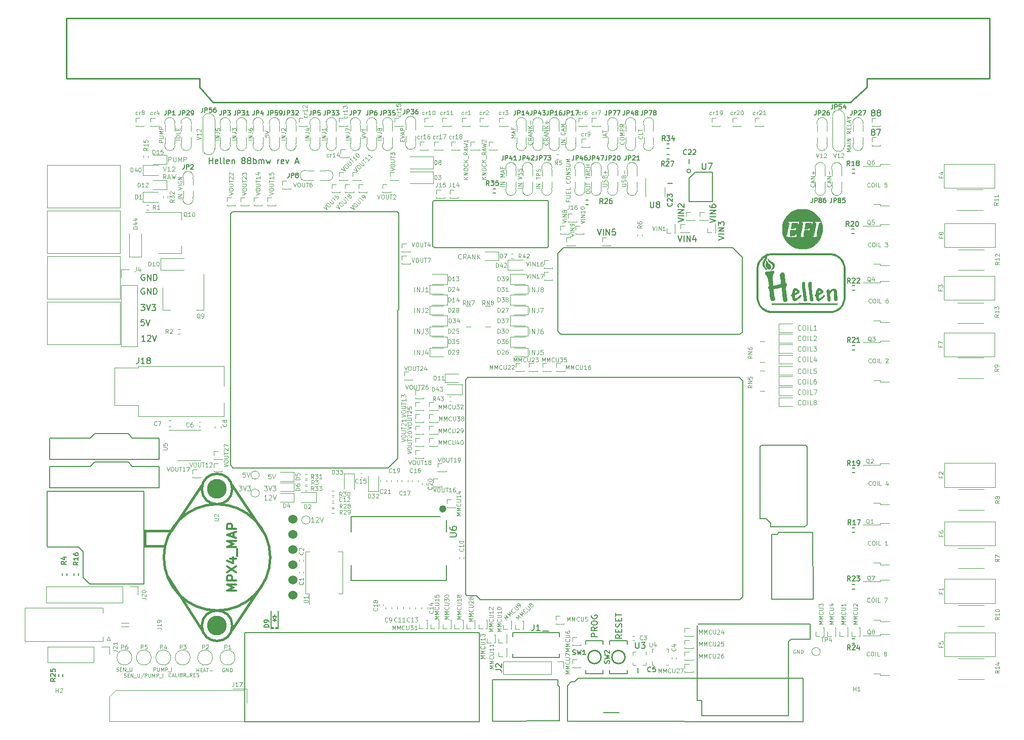
<source format=gto>
G04 #@! TF.GenerationSoftware,KiCad,Pcbnew,8.0.9-8.0.9-0~ubuntu24.04.1*
G04 #@! TF.CreationDate,2025-03-06T19:46:13+00:00*
G04 #@! TF.ProjectId,hellen88bmw,68656c6c-656e-4383-9862-6d772e6b6963,B*
G04 #@! TF.SameCoordinates,PX3d1b110PY9269338*
G04 #@! TF.FileFunction,Legend,Top*
G04 #@! TF.FilePolarity,Positive*
%FSLAX46Y46*%
G04 Gerber Fmt 4.6, Leading zero omitted, Abs format (unit mm)*
G04 Created by KiCad (PCBNEW 8.0.9-8.0.9-0~ubuntu24.04.1) date 2025-03-06 19:46:13*
%MOMM*%
%LPD*%
G01*
G04 APERTURE LIST*
%ADD10C,0.150000*%
%ADD11C,0.120000*%
%ADD12C,0.100000*%
%ADD13C,0.127000*%
%ADD14C,0.170000*%
%ADD15C,0.304800*%
%ADD16C,0.249936*%
%ADD17C,0.099060*%
%ADD18C,0.203200*%
%ADD19C,0.200000*%
%ADD20C,0.616000*%
%ADD21C,0.254000*%
%ADD22C,0.002540*%
%ADD23C,0.381000*%
%ADD24C,0.000000*%
%ADD25C,3.302000*%
%ADD26C,1.524000*%
G04 APERTURE END LIST*
D10*
X16118268Y70024181D02*
X16737315Y70024181D01*
X16737315Y70024181D02*
X16403982Y69643229D01*
X16403982Y69643229D02*
X16546839Y69643229D01*
X16546839Y69643229D02*
X16642077Y69595610D01*
X16642077Y69595610D02*
X16689696Y69547991D01*
X16689696Y69547991D02*
X16737315Y69452753D01*
X16737315Y69452753D02*
X16737315Y69214658D01*
X16737315Y69214658D02*
X16689696Y69119420D01*
X16689696Y69119420D02*
X16642077Y69071800D01*
X16642077Y69071800D02*
X16546839Y69024181D01*
X16546839Y69024181D02*
X16261125Y69024181D01*
X16261125Y69024181D02*
X16165887Y69071800D01*
X16165887Y69071800D02*
X16118268Y69119420D01*
X17023030Y70024181D02*
X17356363Y69024181D01*
X17356363Y69024181D02*
X17689696Y70024181D01*
X17927792Y70024181D02*
X18546839Y70024181D01*
X18546839Y70024181D02*
X18213506Y69643229D01*
X18213506Y69643229D02*
X18356363Y69643229D01*
X18356363Y69643229D02*
X18451601Y69595610D01*
X18451601Y69595610D02*
X18499220Y69547991D01*
X18499220Y69547991D02*
X18546839Y69452753D01*
X18546839Y69452753D02*
X18546839Y69214658D01*
X18546839Y69214658D02*
X18499220Y69119420D01*
X18499220Y69119420D02*
X18451601Y69071800D01*
X18451601Y69071800D02*
X18356363Y69024181D01*
X18356363Y69024181D02*
X18070649Y69024181D01*
X18070649Y69024181D02*
X17975411Y69071800D01*
X17975411Y69071800D02*
X17927792Y69119420D01*
X16642077Y67524181D02*
X16165887Y67524181D01*
X16165887Y67524181D02*
X16118268Y67047991D01*
X16118268Y67047991D02*
X16165887Y67095610D01*
X16165887Y67095610D02*
X16261125Y67143229D01*
X16261125Y67143229D02*
X16499220Y67143229D01*
X16499220Y67143229D02*
X16594458Y67095610D01*
X16594458Y67095610D02*
X16642077Y67047991D01*
X16642077Y67047991D02*
X16689696Y66952753D01*
X16689696Y66952753D02*
X16689696Y66714658D01*
X16689696Y66714658D02*
X16642077Y66619420D01*
X16642077Y66619420D02*
X16594458Y66571800D01*
X16594458Y66571800D02*
X16499220Y66524181D01*
X16499220Y66524181D02*
X16261125Y66524181D01*
X16261125Y66524181D02*
X16165887Y66571800D01*
X16165887Y66571800D02*
X16118268Y66619420D01*
X16975411Y67524181D02*
X17308744Y66524181D01*
X17308744Y66524181D02*
X17642077Y67524181D01*
X16837315Y63914181D02*
X16265887Y63914181D01*
X16551601Y63914181D02*
X16551601Y64914181D01*
X16551601Y64914181D02*
X16456363Y64771324D01*
X16456363Y64771324D02*
X16361125Y64676086D01*
X16361125Y64676086D02*
X16265887Y64628467D01*
X17218268Y64818943D02*
X17265887Y64866562D01*
X17265887Y64866562D02*
X17361125Y64914181D01*
X17361125Y64914181D02*
X17599220Y64914181D01*
X17599220Y64914181D02*
X17694458Y64866562D01*
X17694458Y64866562D02*
X17742077Y64818943D01*
X17742077Y64818943D02*
X17789696Y64723705D01*
X17789696Y64723705D02*
X17789696Y64628467D01*
X17789696Y64628467D02*
X17742077Y64485610D01*
X17742077Y64485610D02*
X17170649Y63914181D01*
X17170649Y63914181D02*
X17789696Y63914181D01*
X18075411Y64914181D02*
X18408744Y63914181D01*
X18408744Y63914181D02*
X18742077Y64914181D01*
X16701601Y75026562D02*
X16606363Y75074181D01*
X16606363Y75074181D02*
X16463506Y75074181D01*
X16463506Y75074181D02*
X16320649Y75026562D01*
X16320649Y75026562D02*
X16225411Y74931324D01*
X16225411Y74931324D02*
X16177792Y74836086D01*
X16177792Y74836086D02*
X16130173Y74645610D01*
X16130173Y74645610D02*
X16130173Y74502753D01*
X16130173Y74502753D02*
X16177792Y74312277D01*
X16177792Y74312277D02*
X16225411Y74217039D01*
X16225411Y74217039D02*
X16320649Y74121800D01*
X16320649Y74121800D02*
X16463506Y74074181D01*
X16463506Y74074181D02*
X16558744Y74074181D01*
X16558744Y74074181D02*
X16701601Y74121800D01*
X16701601Y74121800D02*
X16749220Y74169420D01*
X16749220Y74169420D02*
X16749220Y74502753D01*
X16749220Y74502753D02*
X16558744Y74502753D01*
X17177792Y74074181D02*
X17177792Y75074181D01*
X17177792Y75074181D02*
X17749220Y74074181D01*
X17749220Y74074181D02*
X17749220Y75074181D01*
X18225411Y74074181D02*
X18225411Y75074181D01*
X18225411Y75074181D02*
X18463506Y75074181D01*
X18463506Y75074181D02*
X18606363Y75026562D01*
X18606363Y75026562D02*
X18701601Y74931324D01*
X18701601Y74931324D02*
X18749220Y74836086D01*
X18749220Y74836086D02*
X18796839Y74645610D01*
X18796839Y74645610D02*
X18796839Y74502753D01*
X18796839Y74502753D02*
X18749220Y74312277D01*
X18749220Y74312277D02*
X18701601Y74217039D01*
X18701601Y74217039D02*
X18606363Y74121800D01*
X18606363Y74121800D02*
X18463506Y74074181D01*
X18463506Y74074181D02*
X18225411Y74074181D01*
X138354571Y102139610D02*
X138259333Y102187229D01*
X138259333Y102187229D02*
X138211714Y102234848D01*
X138211714Y102234848D02*
X138164095Y102330086D01*
X138164095Y102330086D02*
X138164095Y102377705D01*
X138164095Y102377705D02*
X138211714Y102472943D01*
X138211714Y102472943D02*
X138259333Y102520562D01*
X138259333Y102520562D02*
X138354571Y102568181D01*
X138354571Y102568181D02*
X138545047Y102568181D01*
X138545047Y102568181D02*
X138640285Y102520562D01*
X138640285Y102520562D02*
X138687904Y102472943D01*
X138687904Y102472943D02*
X138735523Y102377705D01*
X138735523Y102377705D02*
X138735523Y102330086D01*
X138735523Y102330086D02*
X138687904Y102234848D01*
X138687904Y102234848D02*
X138640285Y102187229D01*
X138640285Y102187229D02*
X138545047Y102139610D01*
X138545047Y102139610D02*
X138354571Y102139610D01*
X138354571Y102139610D02*
X138259333Y102091991D01*
X138259333Y102091991D02*
X138211714Y102044372D01*
X138211714Y102044372D02*
X138164095Y101949134D01*
X138164095Y101949134D02*
X138164095Y101758658D01*
X138164095Y101758658D02*
X138211714Y101663420D01*
X138211714Y101663420D02*
X138259333Y101615800D01*
X138259333Y101615800D02*
X138354571Y101568181D01*
X138354571Y101568181D02*
X138545047Y101568181D01*
X138545047Y101568181D02*
X138640285Y101615800D01*
X138640285Y101615800D02*
X138687904Y101663420D01*
X138687904Y101663420D02*
X138735523Y101758658D01*
X138735523Y101758658D02*
X138735523Y101949134D01*
X138735523Y101949134D02*
X138687904Y102044372D01*
X138687904Y102044372D02*
X138640285Y102091991D01*
X138640285Y102091991D02*
X138545047Y102139610D01*
X139306952Y102139610D02*
X139211714Y102187229D01*
X139211714Y102187229D02*
X139164095Y102234848D01*
X139164095Y102234848D02*
X139116476Y102330086D01*
X139116476Y102330086D02*
X139116476Y102377705D01*
X139116476Y102377705D02*
X139164095Y102472943D01*
X139164095Y102472943D02*
X139211714Y102520562D01*
X139211714Y102520562D02*
X139306952Y102568181D01*
X139306952Y102568181D02*
X139497428Y102568181D01*
X139497428Y102568181D02*
X139592666Y102520562D01*
X139592666Y102520562D02*
X139640285Y102472943D01*
X139640285Y102472943D02*
X139687904Y102377705D01*
X139687904Y102377705D02*
X139687904Y102330086D01*
X139687904Y102330086D02*
X139640285Y102234848D01*
X139640285Y102234848D02*
X139592666Y102187229D01*
X139592666Y102187229D02*
X139497428Y102139610D01*
X139497428Y102139610D02*
X139306952Y102139610D01*
X139306952Y102139610D02*
X139211714Y102091991D01*
X139211714Y102091991D02*
X139164095Y102044372D01*
X139164095Y102044372D02*
X139116476Y101949134D01*
X139116476Y101949134D02*
X139116476Y101758658D01*
X139116476Y101758658D02*
X139164095Y101663420D01*
X139164095Y101663420D02*
X139211714Y101615800D01*
X139211714Y101615800D02*
X139306952Y101568181D01*
X139306952Y101568181D02*
X139497428Y101568181D01*
X139497428Y101568181D02*
X139592666Y101615800D01*
X139592666Y101615800D02*
X139640285Y101663420D01*
X139640285Y101663420D02*
X139687904Y101758658D01*
X139687904Y101758658D02*
X139687904Y101949134D01*
X139687904Y101949134D02*
X139640285Y102044372D01*
X139640285Y102044372D02*
X139592666Y102091991D01*
X139592666Y102091991D02*
X139497428Y102139610D01*
D11*
X81071238Y61659145D02*
X81071238Y62459145D01*
X81452190Y61659145D02*
X81452190Y62459145D01*
X81452190Y62459145D02*
X81909333Y61659145D01*
X81909333Y61659145D02*
X81909333Y62459145D01*
X82518856Y62459145D02*
X82518856Y61887717D01*
X82518856Y61887717D02*
X82480761Y61773431D01*
X82480761Y61773431D02*
X82404570Y61697240D01*
X82404570Y61697240D02*
X82290285Y61659145D01*
X82290285Y61659145D02*
X82214094Y61659145D01*
X83280761Y62459145D02*
X82899809Y62459145D01*
X82899809Y62459145D02*
X82861713Y62078193D01*
X82861713Y62078193D02*
X82899809Y62116288D01*
X82899809Y62116288D02*
X82975999Y62154383D01*
X82975999Y62154383D02*
X83166475Y62154383D01*
X83166475Y62154383D02*
X83242666Y62116288D01*
X83242666Y62116288D02*
X83280761Y62078193D01*
X83280761Y62078193D02*
X83318856Y62002002D01*
X83318856Y62002002D02*
X83318856Y61811526D01*
X83318856Y61811526D02*
X83280761Y61735336D01*
X83280761Y61735336D02*
X83242666Y61697240D01*
X83242666Y61697240D02*
X83166475Y61659145D01*
X83166475Y61659145D02*
X82975999Y61659145D01*
X82975999Y61659145D02*
X82899809Y61697240D01*
X82899809Y61697240D02*
X82861713Y61735336D01*
X37773619Y41709145D02*
X37392667Y41709145D01*
X37392667Y41709145D02*
X37354571Y41328193D01*
X37354571Y41328193D02*
X37392667Y41366288D01*
X37392667Y41366288D02*
X37468857Y41404383D01*
X37468857Y41404383D02*
X37659333Y41404383D01*
X37659333Y41404383D02*
X37735524Y41366288D01*
X37735524Y41366288D02*
X37773619Y41328193D01*
X37773619Y41328193D02*
X37811714Y41252002D01*
X37811714Y41252002D02*
X37811714Y41061526D01*
X37811714Y41061526D02*
X37773619Y40985336D01*
X37773619Y40985336D02*
X37735524Y40947240D01*
X37735524Y40947240D02*
X37659333Y40909145D01*
X37659333Y40909145D02*
X37468857Y40909145D01*
X37468857Y40909145D02*
X37392667Y40947240D01*
X37392667Y40947240D02*
X37354571Y40985336D01*
X38040286Y41709145D02*
X38306953Y40909145D01*
X38306953Y40909145D02*
X38573619Y41709145D01*
D12*
X93244633Y89806334D02*
X93811300Y89806334D01*
X93811300Y89806334D02*
X93877966Y89839667D01*
X93877966Y89839667D02*
X93911300Y89873001D01*
X93911300Y89873001D02*
X93944633Y89939667D01*
X93944633Y89939667D02*
X93944633Y90073001D01*
X93944633Y90073001D02*
X93911300Y90139667D01*
X93911300Y90139667D02*
X93877966Y90173001D01*
X93877966Y90173001D02*
X93811300Y90206334D01*
X93811300Y90206334D02*
X93244633Y90206334D01*
X93911300Y90506334D02*
X93944633Y90606334D01*
X93944633Y90606334D02*
X93944633Y90773000D01*
X93944633Y90773000D02*
X93911300Y90839667D01*
X93911300Y90839667D02*
X93877966Y90873000D01*
X93877966Y90873000D02*
X93811300Y90906334D01*
X93811300Y90906334D02*
X93744633Y90906334D01*
X93744633Y90906334D02*
X93677966Y90873000D01*
X93677966Y90873000D02*
X93644633Y90839667D01*
X93644633Y90839667D02*
X93611300Y90773000D01*
X93611300Y90773000D02*
X93577966Y90639667D01*
X93577966Y90639667D02*
X93544633Y90573000D01*
X93544633Y90573000D02*
X93511300Y90539667D01*
X93511300Y90539667D02*
X93444633Y90506334D01*
X93444633Y90506334D02*
X93377966Y90506334D01*
X93377966Y90506334D02*
X93311300Y90539667D01*
X93311300Y90539667D02*
X93277966Y90573000D01*
X93277966Y90573000D02*
X93244633Y90639667D01*
X93244633Y90639667D02*
X93244633Y90806334D01*
X93244633Y90806334D02*
X93277966Y90906334D01*
X93577966Y91439667D02*
X93611300Y91539667D01*
X93611300Y91539667D02*
X93644633Y91573001D01*
X93644633Y91573001D02*
X93711300Y91606334D01*
X93711300Y91606334D02*
X93811300Y91606334D01*
X93811300Y91606334D02*
X93877966Y91573001D01*
X93877966Y91573001D02*
X93911300Y91539667D01*
X93911300Y91539667D02*
X93944633Y91473001D01*
X93944633Y91473001D02*
X93944633Y91206334D01*
X93944633Y91206334D02*
X93244633Y91206334D01*
X93244633Y91206334D02*
X93244633Y91439667D01*
X93244633Y91439667D02*
X93277966Y91506334D01*
X93277966Y91506334D02*
X93311300Y91539667D01*
X93311300Y91539667D02*
X93377966Y91573001D01*
X93377966Y91573001D02*
X93444633Y91573001D01*
X93444633Y91573001D02*
X93511300Y91539667D01*
X93511300Y91539667D02*
X93544633Y91506334D01*
X93544633Y91506334D02*
X93577966Y91439667D01*
X93577966Y91439667D02*
X93577966Y91206334D01*
X93677966Y91906334D02*
X93677966Y92439667D01*
X93944633Y92173001D02*
X93411300Y92173001D01*
X99877966Y98189667D02*
X99911300Y98156334D01*
X99911300Y98156334D02*
X99944633Y98056334D01*
X99944633Y98056334D02*
X99944633Y97989667D01*
X99944633Y97989667D02*
X99911300Y97889667D01*
X99911300Y97889667D02*
X99844633Y97823000D01*
X99844633Y97823000D02*
X99777966Y97789667D01*
X99777966Y97789667D02*
X99644633Y97756334D01*
X99644633Y97756334D02*
X99544633Y97756334D01*
X99544633Y97756334D02*
X99411300Y97789667D01*
X99411300Y97789667D02*
X99344633Y97823000D01*
X99344633Y97823000D02*
X99277966Y97889667D01*
X99277966Y97889667D02*
X99244633Y97989667D01*
X99244633Y97989667D02*
X99244633Y98056334D01*
X99244633Y98056334D02*
X99277966Y98156334D01*
X99277966Y98156334D02*
X99311300Y98189667D01*
X99944633Y98823000D02*
X99944633Y98489667D01*
X99944633Y98489667D02*
X99244633Y98489667D01*
X99244633Y98956334D02*
X99244633Y99356334D01*
X99944633Y99156334D02*
X99244633Y99156334D01*
X128925999Y95304367D02*
X129159333Y94604367D01*
X129159333Y94604367D02*
X129392666Y95304367D01*
X129992666Y94604367D02*
X129592666Y94604367D01*
X129792666Y94604367D02*
X129792666Y95304367D01*
X129792666Y95304367D02*
X129725999Y95204367D01*
X129725999Y95204367D02*
X129659333Y95137700D01*
X129659333Y95137700D02*
X129592666Y95104367D01*
X130259333Y95237700D02*
X130292666Y95271034D01*
X130292666Y95271034D02*
X130359333Y95304367D01*
X130359333Y95304367D02*
X130526000Y95304367D01*
X130526000Y95304367D02*
X130592666Y95271034D01*
X130592666Y95271034D02*
X130626000Y95237700D01*
X130626000Y95237700D02*
X130659333Y95171034D01*
X130659333Y95171034D02*
X130659333Y95104367D01*
X130659333Y95104367D02*
X130626000Y95004367D01*
X130626000Y95004367D02*
X130226000Y94604367D01*
X130226000Y94604367D02*
X130659333Y94604367D01*
X34744633Y97556334D02*
X34044633Y97556334D01*
X34744633Y97889667D02*
X34044633Y97889667D01*
X34044633Y97889667D02*
X34744633Y98289667D01*
X34744633Y98289667D02*
X34044633Y98289667D01*
X34044633Y98823000D02*
X34544633Y98823000D01*
X34544633Y98823000D02*
X34644633Y98789667D01*
X34644633Y98789667D02*
X34711300Y98723000D01*
X34711300Y98723000D02*
X34744633Y98623000D01*
X34744633Y98623000D02*
X34744633Y98556333D01*
X34044633Y99456333D02*
X34044633Y99323000D01*
X34044633Y99323000D02*
X34077966Y99256333D01*
X34077966Y99256333D02*
X34111300Y99223000D01*
X34111300Y99223000D02*
X34211300Y99156333D01*
X34211300Y99156333D02*
X34344633Y99123000D01*
X34344633Y99123000D02*
X34611300Y99123000D01*
X34611300Y99123000D02*
X34677966Y99156333D01*
X34677966Y99156333D02*
X34711300Y99189666D01*
X34711300Y99189666D02*
X34744633Y99256333D01*
X34744633Y99256333D02*
X34744633Y99389666D01*
X34744633Y99389666D02*
X34711300Y99456333D01*
X34711300Y99456333D02*
X34677966Y99489666D01*
X34677966Y99489666D02*
X34611300Y99523000D01*
X34611300Y99523000D02*
X34444633Y99523000D01*
X34444633Y99523000D02*
X34377966Y99489666D01*
X34377966Y99489666D02*
X34344633Y99456333D01*
X34344633Y99456333D02*
X34311300Y99389666D01*
X34311300Y99389666D02*
X34311300Y99256333D01*
X34311300Y99256333D02*
X34344633Y99189666D01*
X34344633Y99189666D02*
X34377966Y99156333D01*
X34377966Y99156333D02*
X34444633Y99123000D01*
D11*
X45030761Y33659145D02*
X44573618Y33659145D01*
X44802190Y33659145D02*
X44802190Y34459145D01*
X44802190Y34459145D02*
X44725999Y34344860D01*
X44725999Y34344860D02*
X44649809Y34268669D01*
X44649809Y34268669D02*
X44573618Y34230574D01*
X45335523Y34382955D02*
X45373619Y34421050D01*
X45373619Y34421050D02*
X45449809Y34459145D01*
X45449809Y34459145D02*
X45640285Y34459145D01*
X45640285Y34459145D02*
X45716476Y34421050D01*
X45716476Y34421050D02*
X45754571Y34382955D01*
X45754571Y34382955D02*
X45792666Y34306764D01*
X45792666Y34306764D02*
X45792666Y34230574D01*
X45792666Y34230574D02*
X45754571Y34116288D01*
X45754571Y34116288D02*
X45297428Y33659145D01*
X45297428Y33659145D02*
X45792666Y33659145D01*
X46021238Y34459145D02*
X46287905Y33659145D01*
X46287905Y33659145D02*
X46554571Y34459145D01*
D12*
X76844633Y89789668D02*
X76144633Y89789668D01*
X76844633Y90123001D02*
X76144633Y90123001D01*
X76144633Y90123001D02*
X76844633Y90523001D01*
X76844633Y90523001D02*
X76144633Y90523001D01*
X76844633Y91389667D02*
X76144633Y91389667D01*
X76144633Y91389667D02*
X76644633Y91623000D01*
X76644633Y91623000D02*
X76144633Y91856334D01*
X76144633Y91856334D02*
X76844633Y91856334D01*
X76644633Y92156334D02*
X76644633Y92489667D01*
X76844633Y92089667D02*
X76144633Y92323000D01*
X76144633Y92323000D02*
X76844633Y92556334D01*
X76477966Y93023000D02*
X76477966Y92789667D01*
X76844633Y92789667D02*
X76144633Y92789667D01*
X76144633Y92789667D02*
X76144633Y93123000D01*
D11*
X126359334Y65835336D02*
X126321238Y65797240D01*
X126321238Y65797240D02*
X126206953Y65759145D01*
X126206953Y65759145D02*
X126130762Y65759145D01*
X126130762Y65759145D02*
X126016476Y65797240D01*
X126016476Y65797240D02*
X125940286Y65873431D01*
X125940286Y65873431D02*
X125902191Y65949621D01*
X125902191Y65949621D02*
X125864095Y66102002D01*
X125864095Y66102002D02*
X125864095Y66216288D01*
X125864095Y66216288D02*
X125902191Y66368669D01*
X125902191Y66368669D02*
X125940286Y66444860D01*
X125940286Y66444860D02*
X126016476Y66521050D01*
X126016476Y66521050D02*
X126130762Y66559145D01*
X126130762Y66559145D02*
X126206953Y66559145D01*
X126206953Y66559145D02*
X126321238Y66521050D01*
X126321238Y66521050D02*
X126359334Y66482955D01*
X126854572Y66559145D02*
X127006953Y66559145D01*
X127006953Y66559145D02*
X127083143Y66521050D01*
X127083143Y66521050D02*
X127159334Y66444860D01*
X127159334Y66444860D02*
X127197429Y66292479D01*
X127197429Y66292479D02*
X127197429Y66025812D01*
X127197429Y66025812D02*
X127159334Y65873431D01*
X127159334Y65873431D02*
X127083143Y65797240D01*
X127083143Y65797240D02*
X127006953Y65759145D01*
X127006953Y65759145D02*
X126854572Y65759145D01*
X126854572Y65759145D02*
X126778381Y65797240D01*
X126778381Y65797240D02*
X126702191Y65873431D01*
X126702191Y65873431D02*
X126664095Y66025812D01*
X126664095Y66025812D02*
X126664095Y66292479D01*
X126664095Y66292479D02*
X126702191Y66444860D01*
X126702191Y66444860D02*
X126778381Y66521050D01*
X126778381Y66521050D02*
X126854572Y66559145D01*
X127540286Y65759145D02*
X127540286Y66559145D01*
X128302190Y65759145D02*
X127921238Y65759145D01*
X127921238Y65759145D02*
X127921238Y66559145D01*
X128987904Y65759145D02*
X128530761Y65759145D01*
X128759333Y65759145D02*
X128759333Y66559145D01*
X128759333Y66559145D02*
X128683142Y66444860D01*
X128683142Y66444860D02*
X128606952Y66368669D01*
X128606952Y66368669D02*
X128530761Y66330574D01*
D12*
X125468857Y12322058D02*
X125411715Y12350629D01*
X125411715Y12350629D02*
X125326000Y12350629D01*
X125326000Y12350629D02*
X125240286Y12322058D01*
X125240286Y12322058D02*
X125183143Y12264915D01*
X125183143Y12264915D02*
X125154572Y12207772D01*
X125154572Y12207772D02*
X125126000Y12093486D01*
X125126000Y12093486D02*
X125126000Y12007772D01*
X125126000Y12007772D02*
X125154572Y11893486D01*
X125154572Y11893486D02*
X125183143Y11836343D01*
X125183143Y11836343D02*
X125240286Y11779200D01*
X125240286Y11779200D02*
X125326000Y11750629D01*
X125326000Y11750629D02*
X125383143Y11750629D01*
X125383143Y11750629D02*
X125468857Y11779200D01*
X125468857Y11779200D02*
X125497429Y11807772D01*
X125497429Y11807772D02*
X125497429Y12007772D01*
X125497429Y12007772D02*
X125383143Y12007772D01*
X125754572Y11750629D02*
X125754572Y12350629D01*
X125754572Y12350629D02*
X126097429Y11750629D01*
X126097429Y11750629D02*
X126097429Y12350629D01*
X126383143Y11750629D02*
X126383143Y12350629D01*
X126383143Y12350629D02*
X126526000Y12350629D01*
X126526000Y12350629D02*
X126611714Y12322058D01*
X126611714Y12322058D02*
X126668857Y12264915D01*
X126668857Y12264915D02*
X126697428Y12207772D01*
X126697428Y12207772D02*
X126726000Y12093486D01*
X126726000Y12093486D02*
X126726000Y12007772D01*
X126726000Y12007772D02*
X126697428Y11893486D01*
X126697428Y11893486D02*
X126668857Y11836343D01*
X126668857Y11836343D02*
X126611714Y11779200D01*
X126611714Y11779200D02*
X126526000Y11750629D01*
X126526000Y11750629D02*
X126383143Y11750629D01*
D11*
X61821238Y65159145D02*
X61821238Y65959145D01*
X62202190Y65159145D02*
X62202190Y65959145D01*
X62202190Y65959145D02*
X62659333Y65159145D01*
X62659333Y65159145D02*
X62659333Y65959145D01*
X63268856Y65959145D02*
X63268856Y65387717D01*
X63268856Y65387717D02*
X63230761Y65273431D01*
X63230761Y65273431D02*
X63154570Y65197240D01*
X63154570Y65197240D02*
X63040285Y65159145D01*
X63040285Y65159145D02*
X62964094Y65159145D01*
X63573618Y65959145D02*
X64068856Y65959145D01*
X64068856Y65959145D02*
X63802190Y65654383D01*
X63802190Y65654383D02*
X63916475Y65654383D01*
X63916475Y65654383D02*
X63992666Y65616288D01*
X63992666Y65616288D02*
X64030761Y65578193D01*
X64030761Y65578193D02*
X64068856Y65502002D01*
X64068856Y65502002D02*
X64068856Y65311526D01*
X64068856Y65311526D02*
X64030761Y65235336D01*
X64030761Y65235336D02*
X63992666Y65197240D01*
X63992666Y65197240D02*
X63916475Y65159145D01*
X63916475Y65159145D02*
X63687904Y65159145D01*
X63687904Y65159145D02*
X63611713Y65197240D01*
X63611713Y65197240D02*
X63573618Y65235336D01*
D12*
X138126000Y60371034D02*
X138092667Y60337700D01*
X138092667Y60337700D02*
X137992667Y60304367D01*
X137992667Y60304367D02*
X137926000Y60304367D01*
X137926000Y60304367D02*
X137826000Y60337700D01*
X137826000Y60337700D02*
X137759334Y60404367D01*
X137759334Y60404367D02*
X137726000Y60471034D01*
X137726000Y60471034D02*
X137692667Y60604367D01*
X137692667Y60604367D02*
X137692667Y60704367D01*
X137692667Y60704367D02*
X137726000Y60837700D01*
X137726000Y60837700D02*
X137759334Y60904367D01*
X137759334Y60904367D02*
X137826000Y60971034D01*
X137826000Y60971034D02*
X137926000Y61004367D01*
X137926000Y61004367D02*
X137992667Y61004367D01*
X137992667Y61004367D02*
X138092667Y60971034D01*
X138092667Y60971034D02*
X138126000Y60937700D01*
X138559334Y61004367D02*
X138692667Y61004367D01*
X138692667Y61004367D02*
X138759334Y60971034D01*
X138759334Y60971034D02*
X138826000Y60904367D01*
X138826000Y60904367D02*
X138859334Y60771034D01*
X138859334Y60771034D02*
X138859334Y60537700D01*
X138859334Y60537700D02*
X138826000Y60404367D01*
X138826000Y60404367D02*
X138759334Y60337700D01*
X138759334Y60337700D02*
X138692667Y60304367D01*
X138692667Y60304367D02*
X138559334Y60304367D01*
X138559334Y60304367D02*
X138492667Y60337700D01*
X138492667Y60337700D02*
X138426000Y60404367D01*
X138426000Y60404367D02*
X138392667Y60537700D01*
X138392667Y60537700D02*
X138392667Y60771034D01*
X138392667Y60771034D02*
X138426000Y60904367D01*
X138426000Y60904367D02*
X138492667Y60971034D01*
X138492667Y60971034D02*
X138559334Y61004367D01*
X139159333Y60304367D02*
X139159333Y61004367D01*
X139826000Y60304367D02*
X139492666Y60304367D01*
X139492666Y60304367D02*
X139492666Y61004367D01*
X140559333Y60937700D02*
X140592666Y60971034D01*
X140592666Y60971034D02*
X140659333Y61004367D01*
X140659333Y61004367D02*
X140826000Y61004367D01*
X140826000Y61004367D02*
X140892666Y60971034D01*
X140892666Y60971034D02*
X140926000Y60937700D01*
X140926000Y60937700D02*
X140959333Y60871034D01*
X140959333Y60871034D02*
X140959333Y60804367D01*
X140959333Y60804367D02*
X140926000Y60704367D01*
X140926000Y60704367D02*
X140526000Y60304367D01*
X140526000Y60304367D02*
X140959333Y60304367D01*
X138026000Y79771034D02*
X137992667Y79737700D01*
X137992667Y79737700D02*
X137892667Y79704367D01*
X137892667Y79704367D02*
X137826000Y79704367D01*
X137826000Y79704367D02*
X137726000Y79737700D01*
X137726000Y79737700D02*
X137659334Y79804367D01*
X137659334Y79804367D02*
X137626000Y79871034D01*
X137626000Y79871034D02*
X137592667Y80004367D01*
X137592667Y80004367D02*
X137592667Y80104367D01*
X137592667Y80104367D02*
X137626000Y80237700D01*
X137626000Y80237700D02*
X137659334Y80304367D01*
X137659334Y80304367D02*
X137726000Y80371034D01*
X137726000Y80371034D02*
X137826000Y80404367D01*
X137826000Y80404367D02*
X137892667Y80404367D01*
X137892667Y80404367D02*
X137992667Y80371034D01*
X137992667Y80371034D02*
X138026000Y80337700D01*
X138459334Y80404367D02*
X138592667Y80404367D01*
X138592667Y80404367D02*
X138659334Y80371034D01*
X138659334Y80371034D02*
X138726000Y80304367D01*
X138726000Y80304367D02*
X138759334Y80171034D01*
X138759334Y80171034D02*
X138759334Y79937700D01*
X138759334Y79937700D02*
X138726000Y79804367D01*
X138726000Y79804367D02*
X138659334Y79737700D01*
X138659334Y79737700D02*
X138592667Y79704367D01*
X138592667Y79704367D02*
X138459334Y79704367D01*
X138459334Y79704367D02*
X138392667Y79737700D01*
X138392667Y79737700D02*
X138326000Y79804367D01*
X138326000Y79804367D02*
X138292667Y79937700D01*
X138292667Y79937700D02*
X138292667Y80171034D01*
X138292667Y80171034D02*
X138326000Y80304367D01*
X138326000Y80304367D02*
X138392667Y80371034D01*
X138392667Y80371034D02*
X138459334Y80404367D01*
X139059333Y79704367D02*
X139059333Y80404367D01*
X139726000Y79704367D02*
X139392666Y79704367D01*
X139392666Y79704367D02*
X139392666Y80404367D01*
X140426000Y80404367D02*
X140859333Y80404367D01*
X140859333Y80404367D02*
X140626000Y80137700D01*
X140626000Y80137700D02*
X140726000Y80137700D01*
X140726000Y80137700D02*
X140792666Y80104367D01*
X140792666Y80104367D02*
X140826000Y80071034D01*
X140826000Y80071034D02*
X140859333Y80004367D01*
X140859333Y80004367D02*
X140859333Y79837700D01*
X140859333Y79837700D02*
X140826000Y79771034D01*
X140826000Y79771034D02*
X140792666Y79737700D01*
X140792666Y79737700D02*
X140726000Y79704367D01*
X140726000Y79704367D02*
X140526000Y79704367D01*
X140526000Y79704367D02*
X140459333Y79737700D01*
X140459333Y79737700D02*
X140426000Y79771034D01*
X96444633Y89806334D02*
X97011300Y89806334D01*
X97011300Y89806334D02*
X97077966Y89839667D01*
X97077966Y89839667D02*
X97111300Y89873001D01*
X97111300Y89873001D02*
X97144633Y89939667D01*
X97144633Y89939667D02*
X97144633Y90073001D01*
X97144633Y90073001D02*
X97111300Y90139667D01*
X97111300Y90139667D02*
X97077966Y90173001D01*
X97077966Y90173001D02*
X97011300Y90206334D01*
X97011300Y90206334D02*
X96444633Y90206334D01*
X97111300Y90506334D02*
X97144633Y90606334D01*
X97144633Y90606334D02*
X97144633Y90773000D01*
X97144633Y90773000D02*
X97111300Y90839667D01*
X97111300Y90839667D02*
X97077966Y90873000D01*
X97077966Y90873000D02*
X97011300Y90906334D01*
X97011300Y90906334D02*
X96944633Y90906334D01*
X96944633Y90906334D02*
X96877966Y90873000D01*
X96877966Y90873000D02*
X96844633Y90839667D01*
X96844633Y90839667D02*
X96811300Y90773000D01*
X96811300Y90773000D02*
X96777966Y90639667D01*
X96777966Y90639667D02*
X96744633Y90573000D01*
X96744633Y90573000D02*
X96711300Y90539667D01*
X96711300Y90539667D02*
X96644633Y90506334D01*
X96644633Y90506334D02*
X96577966Y90506334D01*
X96577966Y90506334D02*
X96511300Y90539667D01*
X96511300Y90539667D02*
X96477966Y90573000D01*
X96477966Y90573000D02*
X96444633Y90639667D01*
X96444633Y90639667D02*
X96444633Y90806334D01*
X96444633Y90806334D02*
X96477966Y90906334D01*
X96777966Y91439667D02*
X96811300Y91539667D01*
X96811300Y91539667D02*
X96844633Y91573001D01*
X96844633Y91573001D02*
X96911300Y91606334D01*
X96911300Y91606334D02*
X97011300Y91606334D01*
X97011300Y91606334D02*
X97077966Y91573001D01*
X97077966Y91573001D02*
X97111300Y91539667D01*
X97111300Y91539667D02*
X97144633Y91473001D01*
X97144633Y91473001D02*
X97144633Y91206334D01*
X97144633Y91206334D02*
X96444633Y91206334D01*
X96444633Y91206334D02*
X96444633Y91439667D01*
X96444633Y91439667D02*
X96477966Y91506334D01*
X96477966Y91506334D02*
X96511300Y91539667D01*
X96511300Y91539667D02*
X96577966Y91573001D01*
X96577966Y91573001D02*
X96644633Y91573001D01*
X96644633Y91573001D02*
X96711300Y91539667D01*
X96711300Y91539667D02*
X96744633Y91506334D01*
X96744633Y91506334D02*
X96777966Y91439667D01*
X96777966Y91439667D02*
X96777966Y91206334D01*
X96877966Y91906334D02*
X96877966Y92439667D01*
X131825999Y95304367D02*
X132059333Y94604367D01*
X132059333Y94604367D02*
X132292666Y95304367D01*
X132892666Y94604367D02*
X132492666Y94604367D01*
X132692666Y94604367D02*
X132692666Y95304367D01*
X132692666Y95304367D02*
X132625999Y95204367D01*
X132625999Y95204367D02*
X132559333Y95137700D01*
X132559333Y95137700D02*
X132492666Y95104367D01*
X133159333Y95237700D02*
X133192666Y95271034D01*
X133192666Y95271034D02*
X133259333Y95304367D01*
X133259333Y95304367D02*
X133426000Y95304367D01*
X133426000Y95304367D02*
X133492666Y95271034D01*
X133492666Y95271034D02*
X133526000Y95237700D01*
X133526000Y95237700D02*
X133559333Y95171034D01*
X133559333Y95171034D02*
X133559333Y95104367D01*
X133559333Y95104367D02*
X133526000Y95004367D01*
X133526000Y95004367D02*
X133126000Y94604367D01*
X133126000Y94604367D02*
X133559333Y94604367D01*
X19844633Y97123001D02*
X19144633Y97123001D01*
X19144633Y97123001D02*
X19144633Y97389668D01*
X19144633Y97389668D02*
X19177966Y97456334D01*
X19177966Y97456334D02*
X19211300Y97489668D01*
X19211300Y97489668D02*
X19277966Y97523001D01*
X19277966Y97523001D02*
X19377966Y97523001D01*
X19377966Y97523001D02*
X19444633Y97489668D01*
X19444633Y97489668D02*
X19477966Y97456334D01*
X19477966Y97456334D02*
X19511300Y97389668D01*
X19511300Y97389668D02*
X19511300Y97123001D01*
X19144633Y97823001D02*
X19711300Y97823001D01*
X19711300Y97823001D02*
X19777966Y97856334D01*
X19777966Y97856334D02*
X19811300Y97889668D01*
X19811300Y97889668D02*
X19844633Y97956334D01*
X19844633Y97956334D02*
X19844633Y98089668D01*
X19844633Y98089668D02*
X19811300Y98156334D01*
X19811300Y98156334D02*
X19777966Y98189668D01*
X19777966Y98189668D02*
X19711300Y98223001D01*
X19711300Y98223001D02*
X19144633Y98223001D01*
X19844633Y98556334D02*
X19144633Y98556334D01*
X19144633Y98556334D02*
X19644633Y98789667D01*
X19644633Y98789667D02*
X19144633Y99023001D01*
X19144633Y99023001D02*
X19844633Y99023001D01*
X19844633Y99356334D02*
X19144633Y99356334D01*
X19144633Y99356334D02*
X19144633Y99623001D01*
X19144633Y99623001D02*
X19177966Y99689667D01*
X19177966Y99689667D02*
X19211300Y99723001D01*
X19211300Y99723001D02*
X19277966Y99756334D01*
X19277966Y99756334D02*
X19377966Y99756334D01*
X19377966Y99756334D02*
X19444633Y99723001D01*
X19444633Y99723001D02*
X19477966Y99689667D01*
X19477966Y99689667D02*
X19511300Y99623001D01*
X19511300Y99623001D02*
X19511300Y99356334D01*
X18240286Y8750629D02*
X18240286Y9350629D01*
X18240286Y9350629D02*
X18468857Y9350629D01*
X18468857Y9350629D02*
X18526000Y9322058D01*
X18526000Y9322058D02*
X18554571Y9293486D01*
X18554571Y9293486D02*
X18583143Y9236343D01*
X18583143Y9236343D02*
X18583143Y9150629D01*
X18583143Y9150629D02*
X18554571Y9093486D01*
X18554571Y9093486D02*
X18526000Y9064915D01*
X18526000Y9064915D02*
X18468857Y9036343D01*
X18468857Y9036343D02*
X18240286Y9036343D01*
X18840286Y9350629D02*
X18840286Y8864915D01*
X18840286Y8864915D02*
X18868857Y8807772D01*
X18868857Y8807772D02*
X18897429Y8779200D01*
X18897429Y8779200D02*
X18954571Y8750629D01*
X18954571Y8750629D02*
X19068857Y8750629D01*
X19068857Y8750629D02*
X19126000Y8779200D01*
X19126000Y8779200D02*
X19154571Y8807772D01*
X19154571Y8807772D02*
X19183143Y8864915D01*
X19183143Y8864915D02*
X19183143Y9350629D01*
X19468857Y8750629D02*
X19468857Y9350629D01*
X19468857Y9350629D02*
X19668857Y8922058D01*
X19668857Y8922058D02*
X19868857Y9350629D01*
X19868857Y9350629D02*
X19868857Y8750629D01*
X20154571Y8750629D02*
X20154571Y9350629D01*
X20154571Y9350629D02*
X20383142Y9350629D01*
X20383142Y9350629D02*
X20440285Y9322058D01*
X20440285Y9322058D02*
X20468856Y9293486D01*
X20468856Y9293486D02*
X20497428Y9236343D01*
X20497428Y9236343D02*
X20497428Y9150629D01*
X20497428Y9150629D02*
X20468856Y9093486D01*
X20468856Y9093486D02*
X20440285Y9064915D01*
X20440285Y9064915D02*
X20383142Y9036343D01*
X20383142Y9036343D02*
X20154571Y9036343D01*
X20611714Y8693486D02*
X21068856Y8693486D01*
X21211714Y8750629D02*
X21211714Y9350629D01*
D10*
X96454619Y14847819D02*
X95978428Y14514486D01*
X96454619Y14276391D02*
X95454619Y14276391D01*
X95454619Y14276391D02*
X95454619Y14657343D01*
X95454619Y14657343D02*
X95502238Y14752581D01*
X95502238Y14752581D02*
X95549857Y14800200D01*
X95549857Y14800200D02*
X95645095Y14847819D01*
X95645095Y14847819D02*
X95787952Y14847819D01*
X95787952Y14847819D02*
X95883190Y14800200D01*
X95883190Y14800200D02*
X95930809Y14752581D01*
X95930809Y14752581D02*
X95978428Y14657343D01*
X95978428Y14657343D02*
X95978428Y14276391D01*
X95930809Y15276391D02*
X95930809Y15609724D01*
X96454619Y15752581D02*
X96454619Y15276391D01*
X96454619Y15276391D02*
X95454619Y15276391D01*
X95454619Y15276391D02*
X95454619Y15752581D01*
X96407000Y16133534D02*
X96454619Y16276391D01*
X96454619Y16276391D02*
X96454619Y16514486D01*
X96454619Y16514486D02*
X96407000Y16609724D01*
X96407000Y16609724D02*
X96359380Y16657343D01*
X96359380Y16657343D02*
X96264142Y16704962D01*
X96264142Y16704962D02*
X96168904Y16704962D01*
X96168904Y16704962D02*
X96073666Y16657343D01*
X96073666Y16657343D02*
X96026047Y16609724D01*
X96026047Y16609724D02*
X95978428Y16514486D01*
X95978428Y16514486D02*
X95930809Y16324010D01*
X95930809Y16324010D02*
X95883190Y16228772D01*
X95883190Y16228772D02*
X95835571Y16181153D01*
X95835571Y16181153D02*
X95740333Y16133534D01*
X95740333Y16133534D02*
X95645095Y16133534D01*
X95645095Y16133534D02*
X95549857Y16181153D01*
X95549857Y16181153D02*
X95502238Y16228772D01*
X95502238Y16228772D02*
X95454619Y16324010D01*
X95454619Y16324010D02*
X95454619Y16562105D01*
X95454619Y16562105D02*
X95502238Y16704962D01*
X95930809Y17133534D02*
X95930809Y17466867D01*
X96454619Y17609724D02*
X96454619Y17133534D01*
X96454619Y17133534D02*
X95454619Y17133534D01*
X95454619Y17133534D02*
X95454619Y17609724D01*
X95454619Y17895439D02*
X95454619Y18466867D01*
X96454619Y18181153D02*
X95454619Y18181153D01*
D11*
X36685523Y39709145D02*
X37180761Y39709145D01*
X37180761Y39709145D02*
X36914095Y39404383D01*
X36914095Y39404383D02*
X37028380Y39404383D01*
X37028380Y39404383D02*
X37104571Y39366288D01*
X37104571Y39366288D02*
X37142666Y39328193D01*
X37142666Y39328193D02*
X37180761Y39252002D01*
X37180761Y39252002D02*
X37180761Y39061526D01*
X37180761Y39061526D02*
X37142666Y38985336D01*
X37142666Y38985336D02*
X37104571Y38947240D01*
X37104571Y38947240D02*
X37028380Y38909145D01*
X37028380Y38909145D02*
X36799809Y38909145D01*
X36799809Y38909145D02*
X36723618Y38947240D01*
X36723618Y38947240D02*
X36685523Y38985336D01*
X37409333Y39709145D02*
X37676000Y38909145D01*
X37676000Y38909145D02*
X37942666Y39709145D01*
X38133142Y39709145D02*
X38628380Y39709145D01*
X38628380Y39709145D02*
X38361714Y39404383D01*
X38361714Y39404383D02*
X38475999Y39404383D01*
X38475999Y39404383D02*
X38552190Y39366288D01*
X38552190Y39366288D02*
X38590285Y39328193D01*
X38590285Y39328193D02*
X38628380Y39252002D01*
X38628380Y39252002D02*
X38628380Y39061526D01*
X38628380Y39061526D02*
X38590285Y38985336D01*
X38590285Y38985336D02*
X38552190Y38947240D01*
X38552190Y38947240D02*
X38475999Y38909145D01*
X38475999Y38909145D02*
X38247428Y38909145D01*
X38247428Y38909145D02*
X38171237Y38947240D01*
X38171237Y38947240D02*
X38133142Y38985336D01*
D12*
X138126000Y70371034D02*
X138092667Y70337700D01*
X138092667Y70337700D02*
X137992667Y70304367D01*
X137992667Y70304367D02*
X137926000Y70304367D01*
X137926000Y70304367D02*
X137826000Y70337700D01*
X137826000Y70337700D02*
X137759334Y70404367D01*
X137759334Y70404367D02*
X137726000Y70471034D01*
X137726000Y70471034D02*
X137692667Y70604367D01*
X137692667Y70604367D02*
X137692667Y70704367D01*
X137692667Y70704367D02*
X137726000Y70837700D01*
X137726000Y70837700D02*
X137759334Y70904367D01*
X137759334Y70904367D02*
X137826000Y70971034D01*
X137826000Y70971034D02*
X137926000Y71004367D01*
X137926000Y71004367D02*
X137992667Y71004367D01*
X137992667Y71004367D02*
X138092667Y70971034D01*
X138092667Y70971034D02*
X138126000Y70937700D01*
X138559334Y71004367D02*
X138692667Y71004367D01*
X138692667Y71004367D02*
X138759334Y70971034D01*
X138759334Y70971034D02*
X138826000Y70904367D01*
X138826000Y70904367D02*
X138859334Y70771034D01*
X138859334Y70771034D02*
X138859334Y70537700D01*
X138859334Y70537700D02*
X138826000Y70404367D01*
X138826000Y70404367D02*
X138759334Y70337700D01*
X138759334Y70337700D02*
X138692667Y70304367D01*
X138692667Y70304367D02*
X138559334Y70304367D01*
X138559334Y70304367D02*
X138492667Y70337700D01*
X138492667Y70337700D02*
X138426000Y70404367D01*
X138426000Y70404367D02*
X138392667Y70537700D01*
X138392667Y70537700D02*
X138392667Y70771034D01*
X138392667Y70771034D02*
X138426000Y70904367D01*
X138426000Y70904367D02*
X138492667Y70971034D01*
X138492667Y70971034D02*
X138559334Y71004367D01*
X139159333Y70304367D02*
X139159333Y71004367D01*
X139826000Y70304367D02*
X139492666Y70304367D01*
X139492666Y70304367D02*
X139492666Y71004367D01*
X140892666Y71004367D02*
X140759333Y71004367D01*
X140759333Y71004367D02*
X140692666Y70971034D01*
X140692666Y70971034D02*
X140659333Y70937700D01*
X140659333Y70937700D02*
X140592666Y70837700D01*
X140592666Y70837700D02*
X140559333Y70704367D01*
X140559333Y70704367D02*
X140559333Y70437700D01*
X140559333Y70437700D02*
X140592666Y70371034D01*
X140592666Y70371034D02*
X140626000Y70337700D01*
X140626000Y70337700D02*
X140692666Y70304367D01*
X140692666Y70304367D02*
X140826000Y70304367D01*
X140826000Y70304367D02*
X140892666Y70337700D01*
X140892666Y70337700D02*
X140926000Y70371034D01*
X140926000Y70371034D02*
X140959333Y70437700D01*
X140959333Y70437700D02*
X140959333Y70604367D01*
X140959333Y70604367D02*
X140926000Y70671034D01*
X140926000Y70671034D02*
X140892666Y70704367D01*
X140892666Y70704367D02*
X140826000Y70737700D01*
X140826000Y70737700D02*
X140692666Y70737700D01*
X140692666Y70737700D02*
X140626000Y70704367D01*
X140626000Y70704367D02*
X140592666Y70671034D01*
X140592666Y70671034D02*
X140559333Y70604367D01*
D11*
X20690286Y93909145D02*
X20690286Y94709145D01*
X20690286Y94709145D02*
X20995048Y94709145D01*
X20995048Y94709145D02*
X21071238Y94671050D01*
X21071238Y94671050D02*
X21109333Y94632955D01*
X21109333Y94632955D02*
X21147429Y94556764D01*
X21147429Y94556764D02*
X21147429Y94442479D01*
X21147429Y94442479D02*
X21109333Y94366288D01*
X21109333Y94366288D02*
X21071238Y94328193D01*
X21071238Y94328193D02*
X20995048Y94290098D01*
X20995048Y94290098D02*
X20690286Y94290098D01*
X21490286Y94709145D02*
X21490286Y94061526D01*
X21490286Y94061526D02*
X21528381Y93985336D01*
X21528381Y93985336D02*
X21566476Y93947240D01*
X21566476Y93947240D02*
X21642667Y93909145D01*
X21642667Y93909145D02*
X21795048Y93909145D01*
X21795048Y93909145D02*
X21871238Y93947240D01*
X21871238Y93947240D02*
X21909333Y93985336D01*
X21909333Y93985336D02*
X21947429Y94061526D01*
X21947429Y94061526D02*
X21947429Y94709145D01*
X22328381Y93909145D02*
X22328381Y94709145D01*
X22328381Y94709145D02*
X22595047Y94137717D01*
X22595047Y94137717D02*
X22861714Y94709145D01*
X22861714Y94709145D02*
X22861714Y93909145D01*
X23242667Y93909145D02*
X23242667Y94709145D01*
X23242667Y94709145D02*
X23547429Y94709145D01*
X23547429Y94709145D02*
X23623619Y94671050D01*
X23623619Y94671050D02*
X23661714Y94632955D01*
X23661714Y94632955D02*
X23699810Y94556764D01*
X23699810Y94556764D02*
X23699810Y94442479D01*
X23699810Y94442479D02*
X23661714Y94366288D01*
X23661714Y94366288D02*
X23623619Y94328193D01*
X23623619Y94328193D02*
X23547429Y94290098D01*
X23547429Y94290098D02*
X23242667Y94290098D01*
X61821238Y68659145D02*
X61821238Y69459145D01*
X62202190Y68659145D02*
X62202190Y69459145D01*
X62202190Y69459145D02*
X62659333Y68659145D01*
X62659333Y68659145D02*
X62659333Y69459145D01*
X63268856Y69459145D02*
X63268856Y68887717D01*
X63268856Y68887717D02*
X63230761Y68773431D01*
X63230761Y68773431D02*
X63154570Y68697240D01*
X63154570Y68697240D02*
X63040285Y68659145D01*
X63040285Y68659145D02*
X62964094Y68659145D01*
X63611713Y69382955D02*
X63649809Y69421050D01*
X63649809Y69421050D02*
X63725999Y69459145D01*
X63725999Y69459145D02*
X63916475Y69459145D01*
X63916475Y69459145D02*
X63992666Y69421050D01*
X63992666Y69421050D02*
X64030761Y69382955D01*
X64030761Y69382955D02*
X64068856Y69306764D01*
X64068856Y69306764D02*
X64068856Y69230574D01*
X64068856Y69230574D02*
X64030761Y69116288D01*
X64030761Y69116288D02*
X63573618Y68659145D01*
X63573618Y68659145D02*
X64068856Y68659145D01*
D12*
X93944633Y97956334D02*
X93244633Y97956334D01*
X93744633Y98256334D02*
X93744633Y98589667D01*
X93944633Y98189667D02*
X93244633Y98423000D01*
X93244633Y98423000D02*
X93944633Y98656334D01*
X93244633Y98789667D02*
X93244633Y99189667D01*
X93944633Y98989667D02*
X93244633Y98989667D01*
D10*
X92380819Y14514487D02*
X91380819Y14514487D01*
X91380819Y14514487D02*
X91380819Y14895439D01*
X91380819Y14895439D02*
X91428438Y14990677D01*
X91428438Y14990677D02*
X91476057Y15038296D01*
X91476057Y15038296D02*
X91571295Y15085915D01*
X91571295Y15085915D02*
X91714152Y15085915D01*
X91714152Y15085915D02*
X91809390Y15038296D01*
X91809390Y15038296D02*
X91857009Y14990677D01*
X91857009Y14990677D02*
X91904628Y14895439D01*
X91904628Y14895439D02*
X91904628Y14514487D01*
X92380819Y16085915D02*
X91904628Y15752582D01*
X92380819Y15514487D02*
X91380819Y15514487D01*
X91380819Y15514487D02*
X91380819Y15895439D01*
X91380819Y15895439D02*
X91428438Y15990677D01*
X91428438Y15990677D02*
X91476057Y16038296D01*
X91476057Y16038296D02*
X91571295Y16085915D01*
X91571295Y16085915D02*
X91714152Y16085915D01*
X91714152Y16085915D02*
X91809390Y16038296D01*
X91809390Y16038296D02*
X91857009Y15990677D01*
X91857009Y15990677D02*
X91904628Y15895439D01*
X91904628Y15895439D02*
X91904628Y15514487D01*
X91380819Y16704963D02*
X91380819Y16895439D01*
X91380819Y16895439D02*
X91428438Y16990677D01*
X91428438Y16990677D02*
X91523676Y17085915D01*
X91523676Y17085915D02*
X91714152Y17133534D01*
X91714152Y17133534D02*
X92047485Y17133534D01*
X92047485Y17133534D02*
X92237961Y17085915D01*
X92237961Y17085915D02*
X92333200Y16990677D01*
X92333200Y16990677D02*
X92380819Y16895439D01*
X92380819Y16895439D02*
X92380819Y16704963D01*
X92380819Y16704963D02*
X92333200Y16609725D01*
X92333200Y16609725D02*
X92237961Y16514487D01*
X92237961Y16514487D02*
X92047485Y16466868D01*
X92047485Y16466868D02*
X91714152Y16466868D01*
X91714152Y16466868D02*
X91523676Y16514487D01*
X91523676Y16514487D02*
X91428438Y16609725D01*
X91428438Y16609725D02*
X91380819Y16704963D01*
X91428438Y18085915D02*
X91380819Y17990677D01*
X91380819Y17990677D02*
X91380819Y17847820D01*
X91380819Y17847820D02*
X91428438Y17704963D01*
X91428438Y17704963D02*
X91523676Y17609725D01*
X91523676Y17609725D02*
X91618914Y17562106D01*
X91618914Y17562106D02*
X91809390Y17514487D01*
X91809390Y17514487D02*
X91952247Y17514487D01*
X91952247Y17514487D02*
X92142723Y17562106D01*
X92142723Y17562106D02*
X92237961Y17609725D01*
X92237961Y17609725D02*
X92333200Y17704963D01*
X92333200Y17704963D02*
X92380819Y17847820D01*
X92380819Y17847820D02*
X92380819Y17943058D01*
X92380819Y17943058D02*
X92333200Y18085915D01*
X92333200Y18085915D02*
X92285580Y18133534D01*
X92285580Y18133534D02*
X91952247Y18133534D01*
X91952247Y18133534D02*
X91952247Y17943058D01*
D12*
X90444633Y88773001D02*
X90444633Y88906335D01*
X90444633Y88906335D02*
X90477966Y88973001D01*
X90477966Y88973001D02*
X90544633Y89039668D01*
X90544633Y89039668D02*
X90677966Y89073001D01*
X90677966Y89073001D02*
X90911300Y89073001D01*
X90911300Y89073001D02*
X91044633Y89039668D01*
X91044633Y89039668D02*
X91111300Y88973001D01*
X91111300Y88973001D02*
X91144633Y88906335D01*
X91144633Y88906335D02*
X91144633Y88773001D01*
X91144633Y88773001D02*
X91111300Y88706335D01*
X91111300Y88706335D02*
X91044633Y88639668D01*
X91044633Y88639668D02*
X90911300Y88606335D01*
X90911300Y88606335D02*
X90677966Y88606335D01*
X90677966Y88606335D02*
X90544633Y88639668D01*
X90544633Y88639668D02*
X90477966Y88706335D01*
X90477966Y88706335D02*
X90444633Y88773001D01*
X90444633Y89373001D02*
X91011300Y89373001D01*
X91011300Y89373001D02*
X91077966Y89406334D01*
X91077966Y89406334D02*
X91111300Y89439668D01*
X91111300Y89439668D02*
X91144633Y89506334D01*
X91144633Y89506334D02*
X91144633Y89639668D01*
X91144633Y89639668D02*
X91111300Y89706334D01*
X91111300Y89706334D02*
X91077966Y89739668D01*
X91077966Y89739668D02*
X91011300Y89773001D01*
X91011300Y89773001D02*
X90444633Y89773001D01*
X90444633Y90006334D02*
X90444633Y90406334D01*
X91144633Y90206334D02*
X90444633Y90206334D01*
X90444633Y91073000D02*
X90444633Y91473000D01*
X91144633Y91273000D02*
X90444633Y91273000D01*
X90944633Y91673000D02*
X90944633Y92006333D01*
X91144633Y91606333D02*
X90444633Y91839666D01*
X90444633Y91839666D02*
X91144633Y92073000D01*
X91077966Y92706333D02*
X91111300Y92673000D01*
X91111300Y92673000D02*
X91144633Y92573000D01*
X91144633Y92573000D02*
X91144633Y92506333D01*
X91144633Y92506333D02*
X91111300Y92406333D01*
X91111300Y92406333D02*
X91044633Y92339666D01*
X91044633Y92339666D02*
X90977966Y92306333D01*
X90977966Y92306333D02*
X90844633Y92273000D01*
X90844633Y92273000D02*
X90744633Y92273000D01*
X90744633Y92273000D02*
X90611300Y92306333D01*
X90611300Y92306333D02*
X90544633Y92339666D01*
X90544633Y92339666D02*
X90477966Y92406333D01*
X90477966Y92406333D02*
X90444633Y92506333D01*
X90444633Y92506333D02*
X90444633Y92573000D01*
X90444633Y92573000D02*
X90477966Y92673000D01*
X90477966Y92673000D02*
X90511300Y92706333D01*
X91144633Y93006333D02*
X90444633Y93006333D01*
X90777966Y93006333D02*
X90777966Y93406333D01*
X91144633Y93406333D02*
X90444633Y93406333D01*
D10*
X16701601Y72726562D02*
X16606363Y72774181D01*
X16606363Y72774181D02*
X16463506Y72774181D01*
X16463506Y72774181D02*
X16320649Y72726562D01*
X16320649Y72726562D02*
X16225411Y72631324D01*
X16225411Y72631324D02*
X16177792Y72536086D01*
X16177792Y72536086D02*
X16130173Y72345610D01*
X16130173Y72345610D02*
X16130173Y72202753D01*
X16130173Y72202753D02*
X16177792Y72012277D01*
X16177792Y72012277D02*
X16225411Y71917039D01*
X16225411Y71917039D02*
X16320649Y71821800D01*
X16320649Y71821800D02*
X16463506Y71774181D01*
X16463506Y71774181D02*
X16558744Y71774181D01*
X16558744Y71774181D02*
X16701601Y71821800D01*
X16701601Y71821800D02*
X16749220Y71869420D01*
X16749220Y71869420D02*
X16749220Y72202753D01*
X16749220Y72202753D02*
X16558744Y72202753D01*
X17177792Y71774181D02*
X17177792Y72774181D01*
X17177792Y72774181D02*
X17749220Y71774181D01*
X17749220Y71774181D02*
X17749220Y72774181D01*
X18225411Y71774181D02*
X18225411Y72774181D01*
X18225411Y72774181D02*
X18463506Y72774181D01*
X18463506Y72774181D02*
X18606363Y72726562D01*
X18606363Y72726562D02*
X18701601Y72631324D01*
X18701601Y72631324D02*
X18749220Y72536086D01*
X18749220Y72536086D02*
X18796839Y72345610D01*
X18796839Y72345610D02*
X18796839Y72202753D01*
X18796839Y72202753D02*
X18749220Y72012277D01*
X18749220Y72012277D02*
X18701601Y71917039D01*
X18701601Y71917039D02*
X18606363Y71821800D01*
X18606363Y71821800D02*
X18463506Y71774181D01*
X18463506Y71774181D02*
X18225411Y71774181D01*
D12*
X30068857Y9222058D02*
X30011715Y9250629D01*
X30011715Y9250629D02*
X29926000Y9250629D01*
X29926000Y9250629D02*
X29840286Y9222058D01*
X29840286Y9222058D02*
X29783143Y9164915D01*
X29783143Y9164915D02*
X29754572Y9107772D01*
X29754572Y9107772D02*
X29726000Y8993486D01*
X29726000Y8993486D02*
X29726000Y8907772D01*
X29726000Y8907772D02*
X29754572Y8793486D01*
X29754572Y8793486D02*
X29783143Y8736343D01*
X29783143Y8736343D02*
X29840286Y8679200D01*
X29840286Y8679200D02*
X29926000Y8650629D01*
X29926000Y8650629D02*
X29983143Y8650629D01*
X29983143Y8650629D02*
X30068857Y8679200D01*
X30068857Y8679200D02*
X30097429Y8707772D01*
X30097429Y8707772D02*
X30097429Y8907772D01*
X30097429Y8907772D02*
X29983143Y8907772D01*
X30354572Y8650629D02*
X30354572Y9250629D01*
X30354572Y9250629D02*
X30697429Y8650629D01*
X30697429Y8650629D02*
X30697429Y9250629D01*
X30983143Y8650629D02*
X30983143Y9250629D01*
X30983143Y9250629D02*
X31126000Y9250629D01*
X31126000Y9250629D02*
X31211714Y9222058D01*
X31211714Y9222058D02*
X31268857Y9164915D01*
X31268857Y9164915D02*
X31297428Y9107772D01*
X31297428Y9107772D02*
X31326000Y8993486D01*
X31326000Y8993486D02*
X31326000Y8907772D01*
X31326000Y8907772D02*
X31297428Y8793486D01*
X31297428Y8793486D02*
X31268857Y8736343D01*
X31268857Y8736343D02*
X31211714Y8679200D01*
X31211714Y8679200D02*
X31126000Y8650629D01*
X31126000Y8650629D02*
X30983143Y8650629D01*
X56344633Y97556334D02*
X55644633Y97556334D01*
X56344633Y97889667D02*
X55644633Y97889667D01*
X55644633Y97889667D02*
X56344633Y98289667D01*
X56344633Y98289667D02*
X55644633Y98289667D01*
X55644633Y98823000D02*
X56144633Y98823000D01*
X56144633Y98823000D02*
X56244633Y98789667D01*
X56244633Y98789667D02*
X56311300Y98723000D01*
X56311300Y98723000D02*
X56344633Y98623000D01*
X56344633Y98623000D02*
X56344633Y98556333D01*
X55944633Y99256333D02*
X55911300Y99189666D01*
X55911300Y99189666D02*
X55877966Y99156333D01*
X55877966Y99156333D02*
X55811300Y99123000D01*
X55811300Y99123000D02*
X55777966Y99123000D01*
X55777966Y99123000D02*
X55711300Y99156333D01*
X55711300Y99156333D02*
X55677966Y99189666D01*
X55677966Y99189666D02*
X55644633Y99256333D01*
X55644633Y99256333D02*
X55644633Y99389666D01*
X55644633Y99389666D02*
X55677966Y99456333D01*
X55677966Y99456333D02*
X55711300Y99489666D01*
X55711300Y99489666D02*
X55777966Y99523000D01*
X55777966Y99523000D02*
X55811300Y99523000D01*
X55811300Y99523000D02*
X55877966Y99489666D01*
X55877966Y99489666D02*
X55911300Y99456333D01*
X55911300Y99456333D02*
X55944633Y99389666D01*
X55944633Y99389666D02*
X55944633Y99256333D01*
X55944633Y99256333D02*
X55977966Y99189666D01*
X55977966Y99189666D02*
X56011300Y99156333D01*
X56011300Y99156333D02*
X56077966Y99123000D01*
X56077966Y99123000D02*
X56211300Y99123000D01*
X56211300Y99123000D02*
X56277966Y99156333D01*
X56277966Y99156333D02*
X56311300Y99189666D01*
X56311300Y99189666D02*
X56344633Y99256333D01*
X56344633Y99256333D02*
X56344633Y99389666D01*
X56344633Y99389666D02*
X56311300Y99456333D01*
X56311300Y99456333D02*
X56277966Y99489666D01*
X56277966Y99489666D02*
X56211300Y99523000D01*
X56211300Y99523000D02*
X56077966Y99523000D01*
X56077966Y99523000D02*
X56011300Y99489666D01*
X56011300Y99489666D02*
X55977966Y99456333D01*
X55977966Y99456333D02*
X55944633Y99389666D01*
X25444633Y97623000D02*
X26144633Y97856333D01*
X26144633Y97856333D02*
X25444633Y98089667D01*
X26144633Y98689667D02*
X26144633Y98289667D01*
X26144633Y98489667D02*
X25444633Y98489667D01*
X25444633Y98489667D02*
X25544633Y98423000D01*
X25544633Y98423000D02*
X25611300Y98356333D01*
X25611300Y98356333D02*
X25644633Y98289667D01*
X25511300Y98956334D02*
X25477966Y98989667D01*
X25477966Y98989667D02*
X25444633Y99056334D01*
X25444633Y99056334D02*
X25444633Y99223000D01*
X25444633Y99223000D02*
X25477966Y99289667D01*
X25477966Y99289667D02*
X25511300Y99323000D01*
X25511300Y99323000D02*
X25577966Y99356334D01*
X25577966Y99356334D02*
X25644633Y99356334D01*
X25644633Y99356334D02*
X25744633Y99323000D01*
X25744633Y99323000D02*
X26144633Y98923000D01*
X26144633Y98923000D02*
X26144633Y99356334D01*
X31994633Y97556334D02*
X31294633Y97556334D01*
X31994633Y97889667D02*
X31294633Y97889667D01*
X31294633Y97889667D02*
X31994633Y98289667D01*
X31994633Y98289667D02*
X31294633Y98289667D01*
X31294633Y98823000D02*
X31794633Y98823000D01*
X31794633Y98823000D02*
X31894633Y98789667D01*
X31894633Y98789667D02*
X31961300Y98723000D01*
X31961300Y98723000D02*
X31994633Y98623000D01*
X31994633Y98623000D02*
X31994633Y98556333D01*
X31294633Y99089666D02*
X31294633Y99523000D01*
X31294633Y99523000D02*
X31561300Y99289666D01*
X31561300Y99289666D02*
X31561300Y99389666D01*
X31561300Y99389666D02*
X31594633Y99456333D01*
X31594633Y99456333D02*
X31627966Y99489666D01*
X31627966Y99489666D02*
X31694633Y99523000D01*
X31694633Y99523000D02*
X31861300Y99523000D01*
X31861300Y99523000D02*
X31927966Y99489666D01*
X31927966Y99489666D02*
X31961300Y99456333D01*
X31961300Y99456333D02*
X31994633Y99389666D01*
X31994633Y99389666D02*
X31994633Y99189666D01*
X31994633Y99189666D02*
X31961300Y99123000D01*
X31961300Y99123000D02*
X31927966Y99089666D01*
X78644633Y97939667D02*
X77944633Y97939667D01*
X77944633Y97939667D02*
X78444633Y98173000D01*
X78444633Y98173000D02*
X77944633Y98406334D01*
X77944633Y98406334D02*
X78644633Y98406334D01*
X78444633Y98706334D02*
X78444633Y99039667D01*
X78644633Y98639667D02*
X77944633Y98873000D01*
X77944633Y98873000D02*
X78644633Y99106334D01*
X78277966Y99573000D02*
X78277966Y99339667D01*
X78644633Y99339667D02*
X77944633Y99339667D01*
X77944633Y99339667D02*
X77944633Y99673000D01*
X52994633Y97823001D02*
X53694633Y98056334D01*
X53694633Y98056334D02*
X52994633Y98289668D01*
X52994633Y98423001D02*
X53694633Y98656334D01*
X53694633Y98656334D02*
X52994633Y98889668D01*
X52994633Y99023001D02*
X52994633Y99423001D01*
X53694633Y99223001D02*
X52994633Y99223001D01*
X86944633Y96839668D02*
X86244633Y96839668D01*
X86944633Y97173001D02*
X86244633Y97173001D01*
X86244633Y97173001D02*
X86944633Y97573001D01*
X86944633Y97573001D02*
X86244633Y97573001D01*
X86877966Y98839667D02*
X86911300Y98806334D01*
X86911300Y98806334D02*
X86944633Y98706334D01*
X86944633Y98706334D02*
X86944633Y98639667D01*
X86944633Y98639667D02*
X86911300Y98539667D01*
X86911300Y98539667D02*
X86844633Y98473000D01*
X86844633Y98473000D02*
X86777966Y98439667D01*
X86777966Y98439667D02*
X86644633Y98406334D01*
X86644633Y98406334D02*
X86544633Y98406334D01*
X86544633Y98406334D02*
X86411300Y98439667D01*
X86411300Y98439667D02*
X86344633Y98473000D01*
X86344633Y98473000D02*
X86277966Y98539667D01*
X86277966Y98539667D02*
X86244633Y98639667D01*
X86244633Y98639667D02*
X86244633Y98706334D01*
X86244633Y98706334D02*
X86277966Y98806334D01*
X86277966Y98806334D02*
X86311300Y98839667D01*
X86744633Y99106334D02*
X86744633Y99439667D01*
X86944633Y99039667D02*
X86244633Y99273000D01*
X86244633Y99273000D02*
X86944633Y99506334D01*
X86944633Y99739667D02*
X86244633Y99739667D01*
X86244633Y99739667D02*
X86744633Y99973000D01*
X86744633Y99973000D02*
X86244633Y100206334D01*
X86244633Y100206334D02*
X86944633Y100206334D01*
X79744633Y89523001D02*
X79044633Y89523001D01*
X79744633Y89856334D02*
X79044633Y89856334D01*
X79044633Y89856334D02*
X79744633Y90256334D01*
X79744633Y90256334D02*
X79044633Y90256334D01*
X79044633Y91023000D02*
X79744633Y91256333D01*
X79744633Y91256333D02*
X79044633Y91489667D01*
X79711300Y91689667D02*
X79744633Y91789667D01*
X79744633Y91789667D02*
X79744633Y91956333D01*
X79744633Y91956333D02*
X79711300Y92023000D01*
X79711300Y92023000D02*
X79677966Y92056333D01*
X79677966Y92056333D02*
X79611300Y92089667D01*
X79611300Y92089667D02*
X79544633Y92089667D01*
X79544633Y92089667D02*
X79477966Y92056333D01*
X79477966Y92056333D02*
X79444633Y92023000D01*
X79444633Y92023000D02*
X79411300Y91956333D01*
X79411300Y91956333D02*
X79377966Y91823000D01*
X79377966Y91823000D02*
X79344633Y91756333D01*
X79344633Y91756333D02*
X79311300Y91723000D01*
X79311300Y91723000D02*
X79244633Y91689667D01*
X79244633Y91689667D02*
X79177966Y91689667D01*
X79177966Y91689667D02*
X79111300Y91723000D01*
X79111300Y91723000D02*
X79077966Y91756333D01*
X79077966Y91756333D02*
X79044633Y91823000D01*
X79044633Y91823000D02*
X79044633Y91989667D01*
X79044633Y91989667D02*
X79077966Y92089667D01*
X79711300Y92356334D02*
X79744633Y92456334D01*
X79744633Y92456334D02*
X79744633Y92623000D01*
X79744633Y92623000D02*
X79711300Y92689667D01*
X79711300Y92689667D02*
X79677966Y92723000D01*
X79677966Y92723000D02*
X79611300Y92756334D01*
X79611300Y92756334D02*
X79544633Y92756334D01*
X79544633Y92756334D02*
X79477966Y92723000D01*
X79477966Y92723000D02*
X79444633Y92689667D01*
X79444633Y92689667D02*
X79411300Y92623000D01*
X79411300Y92623000D02*
X79377966Y92489667D01*
X79377966Y92489667D02*
X79344633Y92423000D01*
X79344633Y92423000D02*
X79311300Y92389667D01*
X79311300Y92389667D02*
X79244633Y92356334D01*
X79244633Y92356334D02*
X79177966Y92356334D01*
X79177966Y92356334D02*
X79111300Y92389667D01*
X79111300Y92389667D02*
X79077966Y92423000D01*
X79077966Y92423000D02*
X79044633Y92489667D01*
X79044633Y92489667D02*
X79044633Y92656334D01*
X79044633Y92656334D02*
X79077966Y92756334D01*
D10*
X27521237Y93568181D02*
X27521237Y94568181D01*
X27521237Y94091991D02*
X28092665Y94091991D01*
X28092665Y93568181D02*
X28092665Y94568181D01*
X28949808Y93615800D02*
X28854570Y93568181D01*
X28854570Y93568181D02*
X28664094Y93568181D01*
X28664094Y93568181D02*
X28568856Y93615800D01*
X28568856Y93615800D02*
X28521237Y93711039D01*
X28521237Y93711039D02*
X28521237Y94091991D01*
X28521237Y94091991D02*
X28568856Y94187229D01*
X28568856Y94187229D02*
X28664094Y94234848D01*
X28664094Y94234848D02*
X28854570Y94234848D01*
X28854570Y94234848D02*
X28949808Y94187229D01*
X28949808Y94187229D02*
X28997427Y94091991D01*
X28997427Y94091991D02*
X28997427Y93996753D01*
X28997427Y93996753D02*
X28521237Y93901515D01*
X29568856Y93568181D02*
X29473618Y93615800D01*
X29473618Y93615800D02*
X29425999Y93711039D01*
X29425999Y93711039D02*
X29425999Y94568181D01*
X30092666Y93568181D02*
X29997428Y93615800D01*
X29997428Y93615800D02*
X29949809Y93711039D01*
X29949809Y93711039D02*
X29949809Y94568181D01*
X30854571Y93615800D02*
X30759333Y93568181D01*
X30759333Y93568181D02*
X30568857Y93568181D01*
X30568857Y93568181D02*
X30473619Y93615800D01*
X30473619Y93615800D02*
X30426000Y93711039D01*
X30426000Y93711039D02*
X30426000Y94091991D01*
X30426000Y94091991D02*
X30473619Y94187229D01*
X30473619Y94187229D02*
X30568857Y94234848D01*
X30568857Y94234848D02*
X30759333Y94234848D01*
X30759333Y94234848D02*
X30854571Y94187229D01*
X30854571Y94187229D02*
X30902190Y94091991D01*
X30902190Y94091991D02*
X30902190Y93996753D01*
X30902190Y93996753D02*
X30426000Y93901515D01*
X31330762Y94234848D02*
X31330762Y93568181D01*
X31330762Y94139610D02*
X31378381Y94187229D01*
X31378381Y94187229D02*
X31473619Y94234848D01*
X31473619Y94234848D02*
X31616476Y94234848D01*
X31616476Y94234848D02*
X31711714Y94187229D01*
X31711714Y94187229D02*
X31759333Y94091991D01*
X31759333Y94091991D02*
X31759333Y93568181D01*
X33140286Y94139610D02*
X33045048Y94187229D01*
X33045048Y94187229D02*
X32997429Y94234848D01*
X32997429Y94234848D02*
X32949810Y94330086D01*
X32949810Y94330086D02*
X32949810Y94377705D01*
X32949810Y94377705D02*
X32997429Y94472943D01*
X32997429Y94472943D02*
X33045048Y94520562D01*
X33045048Y94520562D02*
X33140286Y94568181D01*
X33140286Y94568181D02*
X33330762Y94568181D01*
X33330762Y94568181D02*
X33426000Y94520562D01*
X33426000Y94520562D02*
X33473619Y94472943D01*
X33473619Y94472943D02*
X33521238Y94377705D01*
X33521238Y94377705D02*
X33521238Y94330086D01*
X33521238Y94330086D02*
X33473619Y94234848D01*
X33473619Y94234848D02*
X33426000Y94187229D01*
X33426000Y94187229D02*
X33330762Y94139610D01*
X33330762Y94139610D02*
X33140286Y94139610D01*
X33140286Y94139610D02*
X33045048Y94091991D01*
X33045048Y94091991D02*
X32997429Y94044372D01*
X32997429Y94044372D02*
X32949810Y93949134D01*
X32949810Y93949134D02*
X32949810Y93758658D01*
X32949810Y93758658D02*
X32997429Y93663420D01*
X32997429Y93663420D02*
X33045048Y93615800D01*
X33045048Y93615800D02*
X33140286Y93568181D01*
X33140286Y93568181D02*
X33330762Y93568181D01*
X33330762Y93568181D02*
X33426000Y93615800D01*
X33426000Y93615800D02*
X33473619Y93663420D01*
X33473619Y93663420D02*
X33521238Y93758658D01*
X33521238Y93758658D02*
X33521238Y93949134D01*
X33521238Y93949134D02*
X33473619Y94044372D01*
X33473619Y94044372D02*
X33426000Y94091991D01*
X33426000Y94091991D02*
X33330762Y94139610D01*
X34092667Y94139610D02*
X33997429Y94187229D01*
X33997429Y94187229D02*
X33949810Y94234848D01*
X33949810Y94234848D02*
X33902191Y94330086D01*
X33902191Y94330086D02*
X33902191Y94377705D01*
X33902191Y94377705D02*
X33949810Y94472943D01*
X33949810Y94472943D02*
X33997429Y94520562D01*
X33997429Y94520562D02*
X34092667Y94568181D01*
X34092667Y94568181D02*
X34283143Y94568181D01*
X34283143Y94568181D02*
X34378381Y94520562D01*
X34378381Y94520562D02*
X34426000Y94472943D01*
X34426000Y94472943D02*
X34473619Y94377705D01*
X34473619Y94377705D02*
X34473619Y94330086D01*
X34473619Y94330086D02*
X34426000Y94234848D01*
X34426000Y94234848D02*
X34378381Y94187229D01*
X34378381Y94187229D02*
X34283143Y94139610D01*
X34283143Y94139610D02*
X34092667Y94139610D01*
X34092667Y94139610D02*
X33997429Y94091991D01*
X33997429Y94091991D02*
X33949810Y94044372D01*
X33949810Y94044372D02*
X33902191Y93949134D01*
X33902191Y93949134D02*
X33902191Y93758658D01*
X33902191Y93758658D02*
X33949810Y93663420D01*
X33949810Y93663420D02*
X33997429Y93615800D01*
X33997429Y93615800D02*
X34092667Y93568181D01*
X34092667Y93568181D02*
X34283143Y93568181D01*
X34283143Y93568181D02*
X34378381Y93615800D01*
X34378381Y93615800D02*
X34426000Y93663420D01*
X34426000Y93663420D02*
X34473619Y93758658D01*
X34473619Y93758658D02*
X34473619Y93949134D01*
X34473619Y93949134D02*
X34426000Y94044372D01*
X34426000Y94044372D02*
X34378381Y94091991D01*
X34378381Y94091991D02*
X34283143Y94139610D01*
X34902191Y93568181D02*
X34902191Y94568181D01*
X34902191Y94187229D02*
X34997429Y94234848D01*
X34997429Y94234848D02*
X35187905Y94234848D01*
X35187905Y94234848D02*
X35283143Y94187229D01*
X35283143Y94187229D02*
X35330762Y94139610D01*
X35330762Y94139610D02*
X35378381Y94044372D01*
X35378381Y94044372D02*
X35378381Y93758658D01*
X35378381Y93758658D02*
X35330762Y93663420D01*
X35330762Y93663420D02*
X35283143Y93615800D01*
X35283143Y93615800D02*
X35187905Y93568181D01*
X35187905Y93568181D02*
X34997429Y93568181D01*
X34997429Y93568181D02*
X34902191Y93615800D01*
X35806953Y93568181D02*
X35806953Y94234848D01*
X35806953Y94139610D02*
X35854572Y94187229D01*
X35854572Y94187229D02*
X35949810Y94234848D01*
X35949810Y94234848D02*
X36092667Y94234848D01*
X36092667Y94234848D02*
X36187905Y94187229D01*
X36187905Y94187229D02*
X36235524Y94091991D01*
X36235524Y94091991D02*
X36235524Y93568181D01*
X36235524Y94091991D02*
X36283143Y94187229D01*
X36283143Y94187229D02*
X36378381Y94234848D01*
X36378381Y94234848D02*
X36521238Y94234848D01*
X36521238Y94234848D02*
X36616477Y94187229D01*
X36616477Y94187229D02*
X36664096Y94091991D01*
X36664096Y94091991D02*
X36664096Y93568181D01*
X37045048Y94234848D02*
X37235524Y93568181D01*
X37235524Y93568181D02*
X37426000Y94044372D01*
X37426000Y94044372D02*
X37616476Y93568181D01*
X37616476Y93568181D02*
X37806952Y94234848D01*
X38949810Y93568181D02*
X38949810Y94234848D01*
X38949810Y94044372D02*
X38997429Y94139610D01*
X38997429Y94139610D02*
X39045048Y94187229D01*
X39045048Y94187229D02*
X39140286Y94234848D01*
X39140286Y94234848D02*
X39235524Y94234848D01*
X39949810Y93615800D02*
X39854572Y93568181D01*
X39854572Y93568181D02*
X39664096Y93568181D01*
X39664096Y93568181D02*
X39568858Y93615800D01*
X39568858Y93615800D02*
X39521239Y93711039D01*
X39521239Y93711039D02*
X39521239Y94091991D01*
X39521239Y94091991D02*
X39568858Y94187229D01*
X39568858Y94187229D02*
X39664096Y94234848D01*
X39664096Y94234848D02*
X39854572Y94234848D01*
X39854572Y94234848D02*
X39949810Y94187229D01*
X39949810Y94187229D02*
X39997429Y94091991D01*
X39997429Y94091991D02*
X39997429Y93996753D01*
X39997429Y93996753D02*
X39521239Y93901515D01*
X40330763Y94234848D02*
X40568858Y93568181D01*
X40568858Y93568181D02*
X40806953Y94234848D01*
X41902192Y93853896D02*
X42378382Y93853896D01*
X41806954Y93568181D02*
X42140287Y94568181D01*
X42140287Y94568181D02*
X42473620Y93568181D01*
D11*
X126359334Y60585336D02*
X126321238Y60547240D01*
X126321238Y60547240D02*
X126206953Y60509145D01*
X126206953Y60509145D02*
X126130762Y60509145D01*
X126130762Y60509145D02*
X126016476Y60547240D01*
X126016476Y60547240D02*
X125940286Y60623431D01*
X125940286Y60623431D02*
X125902191Y60699621D01*
X125902191Y60699621D02*
X125864095Y60852002D01*
X125864095Y60852002D02*
X125864095Y60966288D01*
X125864095Y60966288D02*
X125902191Y61118669D01*
X125902191Y61118669D02*
X125940286Y61194860D01*
X125940286Y61194860D02*
X126016476Y61271050D01*
X126016476Y61271050D02*
X126130762Y61309145D01*
X126130762Y61309145D02*
X126206953Y61309145D01*
X126206953Y61309145D02*
X126321238Y61271050D01*
X126321238Y61271050D02*
X126359334Y61232955D01*
X126854572Y61309145D02*
X127006953Y61309145D01*
X127006953Y61309145D02*
X127083143Y61271050D01*
X127083143Y61271050D02*
X127159334Y61194860D01*
X127159334Y61194860D02*
X127197429Y61042479D01*
X127197429Y61042479D02*
X127197429Y60775812D01*
X127197429Y60775812D02*
X127159334Y60623431D01*
X127159334Y60623431D02*
X127083143Y60547240D01*
X127083143Y60547240D02*
X127006953Y60509145D01*
X127006953Y60509145D02*
X126854572Y60509145D01*
X126854572Y60509145D02*
X126778381Y60547240D01*
X126778381Y60547240D02*
X126702191Y60623431D01*
X126702191Y60623431D02*
X126664095Y60775812D01*
X126664095Y60775812D02*
X126664095Y61042479D01*
X126664095Y61042479D02*
X126702191Y61194860D01*
X126702191Y61194860D02*
X126778381Y61271050D01*
X126778381Y61271050D02*
X126854572Y61309145D01*
X127540286Y60509145D02*
X127540286Y61309145D01*
X128302190Y60509145D02*
X127921238Y60509145D01*
X127921238Y60509145D02*
X127921238Y61309145D01*
X128911714Y61042479D02*
X128911714Y60509145D01*
X128721238Y61347240D02*
X128530761Y60775812D01*
X128530761Y60775812D02*
X129026000Y60775812D01*
D12*
X21083143Y7907772D02*
X21054571Y7879200D01*
X21054571Y7879200D02*
X20968857Y7850629D01*
X20968857Y7850629D02*
X20911714Y7850629D01*
X20911714Y7850629D02*
X20826000Y7879200D01*
X20826000Y7879200D02*
X20768857Y7936343D01*
X20768857Y7936343D02*
X20740286Y7993486D01*
X20740286Y7993486D02*
X20711714Y8107772D01*
X20711714Y8107772D02*
X20711714Y8193486D01*
X20711714Y8193486D02*
X20740286Y8307772D01*
X20740286Y8307772D02*
X20768857Y8364915D01*
X20768857Y8364915D02*
X20826000Y8422058D01*
X20826000Y8422058D02*
X20911714Y8450629D01*
X20911714Y8450629D02*
X20968857Y8450629D01*
X20968857Y8450629D02*
X21054571Y8422058D01*
X21054571Y8422058D02*
X21083143Y8393486D01*
X21311714Y8022058D02*
X21597429Y8022058D01*
X21254571Y7850629D02*
X21454571Y8450629D01*
X21454571Y8450629D02*
X21654571Y7850629D01*
X22140286Y7850629D02*
X21854572Y7850629D01*
X21854572Y7850629D02*
X21854572Y8450629D01*
X22340286Y7850629D02*
X22340286Y8450629D01*
X22826000Y8164915D02*
X22911714Y8136343D01*
X22911714Y8136343D02*
X22940285Y8107772D01*
X22940285Y8107772D02*
X22968857Y8050629D01*
X22968857Y8050629D02*
X22968857Y7964915D01*
X22968857Y7964915D02*
X22940285Y7907772D01*
X22940285Y7907772D02*
X22911714Y7879200D01*
X22911714Y7879200D02*
X22854571Y7850629D01*
X22854571Y7850629D02*
X22626000Y7850629D01*
X22626000Y7850629D02*
X22626000Y8450629D01*
X22626000Y8450629D02*
X22826000Y8450629D01*
X22826000Y8450629D02*
X22883143Y8422058D01*
X22883143Y8422058D02*
X22911714Y8393486D01*
X22911714Y8393486D02*
X22940285Y8336343D01*
X22940285Y8336343D02*
X22940285Y8279200D01*
X22940285Y8279200D02*
X22911714Y8222058D01*
X22911714Y8222058D02*
X22883143Y8193486D01*
X22883143Y8193486D02*
X22826000Y8164915D01*
X22826000Y8164915D02*
X22626000Y8164915D01*
X23568857Y7850629D02*
X23368857Y8136343D01*
X23226000Y7850629D02*
X23226000Y8450629D01*
X23226000Y8450629D02*
X23454571Y8450629D01*
X23454571Y8450629D02*
X23511714Y8422058D01*
X23511714Y8422058D02*
X23540285Y8393486D01*
X23540285Y8393486D02*
X23568857Y8336343D01*
X23568857Y8336343D02*
X23568857Y8250629D01*
X23568857Y8250629D02*
X23540285Y8193486D01*
X23540285Y8193486D02*
X23511714Y8164915D01*
X23511714Y8164915D02*
X23454571Y8136343D01*
X23454571Y8136343D02*
X23226000Y8136343D01*
X23683143Y7793486D02*
X24140285Y7793486D01*
X24626000Y7850629D02*
X24426000Y8136343D01*
X24283143Y7850629D02*
X24283143Y8450629D01*
X24283143Y8450629D02*
X24511714Y8450629D01*
X24511714Y8450629D02*
X24568857Y8422058D01*
X24568857Y8422058D02*
X24597428Y8393486D01*
X24597428Y8393486D02*
X24626000Y8336343D01*
X24626000Y8336343D02*
X24626000Y8250629D01*
X24626000Y8250629D02*
X24597428Y8193486D01*
X24597428Y8193486D02*
X24568857Y8164915D01*
X24568857Y8164915D02*
X24511714Y8136343D01*
X24511714Y8136343D02*
X24283143Y8136343D01*
X24883143Y8164915D02*
X25083143Y8164915D01*
X25168857Y7850629D02*
X24883143Y7850629D01*
X24883143Y7850629D02*
X24883143Y8450629D01*
X24883143Y8450629D02*
X25168857Y8450629D01*
X25397428Y7879200D02*
X25483143Y7850629D01*
X25483143Y7850629D02*
X25626000Y7850629D01*
X25626000Y7850629D02*
X25683143Y7879200D01*
X25683143Y7879200D02*
X25711714Y7907772D01*
X25711714Y7907772D02*
X25740285Y7964915D01*
X25740285Y7964915D02*
X25740285Y8022058D01*
X25740285Y8022058D02*
X25711714Y8079200D01*
X25711714Y8079200D02*
X25683143Y8107772D01*
X25683143Y8107772D02*
X25626000Y8136343D01*
X25626000Y8136343D02*
X25511714Y8164915D01*
X25511714Y8164915D02*
X25454571Y8193486D01*
X25454571Y8193486D02*
X25426000Y8222058D01*
X25426000Y8222058D02*
X25397428Y8279200D01*
X25397428Y8279200D02*
X25397428Y8336343D01*
X25397428Y8336343D02*
X25426000Y8393486D01*
X25426000Y8393486D02*
X25454571Y8422058D01*
X25454571Y8422058D02*
X25511714Y8450629D01*
X25511714Y8450629D02*
X25654571Y8450629D01*
X25654571Y8450629D02*
X25740285Y8422058D01*
X138026000Y29871034D02*
X137992667Y29837700D01*
X137992667Y29837700D02*
X137892667Y29804367D01*
X137892667Y29804367D02*
X137826000Y29804367D01*
X137826000Y29804367D02*
X137726000Y29837700D01*
X137726000Y29837700D02*
X137659334Y29904367D01*
X137659334Y29904367D02*
X137626000Y29971034D01*
X137626000Y29971034D02*
X137592667Y30104367D01*
X137592667Y30104367D02*
X137592667Y30204367D01*
X137592667Y30204367D02*
X137626000Y30337700D01*
X137626000Y30337700D02*
X137659334Y30404367D01*
X137659334Y30404367D02*
X137726000Y30471034D01*
X137726000Y30471034D02*
X137826000Y30504367D01*
X137826000Y30504367D02*
X137892667Y30504367D01*
X137892667Y30504367D02*
X137992667Y30471034D01*
X137992667Y30471034D02*
X138026000Y30437700D01*
X138459334Y30504367D02*
X138592667Y30504367D01*
X138592667Y30504367D02*
X138659334Y30471034D01*
X138659334Y30471034D02*
X138726000Y30404367D01*
X138726000Y30404367D02*
X138759334Y30271034D01*
X138759334Y30271034D02*
X138759334Y30037700D01*
X138759334Y30037700D02*
X138726000Y29904367D01*
X138726000Y29904367D02*
X138659334Y29837700D01*
X138659334Y29837700D02*
X138592667Y29804367D01*
X138592667Y29804367D02*
X138459334Y29804367D01*
X138459334Y29804367D02*
X138392667Y29837700D01*
X138392667Y29837700D02*
X138326000Y29904367D01*
X138326000Y29904367D02*
X138292667Y30037700D01*
X138292667Y30037700D02*
X138292667Y30271034D01*
X138292667Y30271034D02*
X138326000Y30404367D01*
X138326000Y30404367D02*
X138392667Y30471034D01*
X138392667Y30471034D02*
X138459334Y30504367D01*
X139059333Y29804367D02*
X139059333Y30504367D01*
X139726000Y29804367D02*
X139392666Y29804367D01*
X139392666Y29804367D02*
X139392666Y30504367D01*
X140859333Y29804367D02*
X140459333Y29804367D01*
X140659333Y29804367D02*
X140659333Y30504367D01*
X140659333Y30504367D02*
X140592666Y30404367D01*
X140592666Y30404367D02*
X140526000Y30337700D01*
X140526000Y30337700D02*
X140459333Y30304367D01*
X36794633Y98389667D02*
X36794633Y98056334D01*
X36794633Y98056334D02*
X37127966Y98023001D01*
X37127966Y98023001D02*
X37094633Y98056334D01*
X37094633Y98056334D02*
X37061300Y98123001D01*
X37061300Y98123001D02*
X37061300Y98289667D01*
X37061300Y98289667D02*
X37094633Y98356334D01*
X37094633Y98356334D02*
X37127966Y98389667D01*
X37127966Y98389667D02*
X37194633Y98423001D01*
X37194633Y98423001D02*
X37361300Y98423001D01*
X37361300Y98423001D02*
X37427966Y98389667D01*
X37427966Y98389667D02*
X37461300Y98356334D01*
X37461300Y98356334D02*
X37494633Y98289667D01*
X37494633Y98289667D02*
X37494633Y98123001D01*
X37494633Y98123001D02*
X37461300Y98056334D01*
X37461300Y98056334D02*
X37427966Y98023001D01*
X36794633Y98623001D02*
X37494633Y98856334D01*
X37494633Y98856334D02*
X36794633Y99089668D01*
D11*
X126359334Y64085336D02*
X126321238Y64047240D01*
X126321238Y64047240D02*
X126206953Y64009145D01*
X126206953Y64009145D02*
X126130762Y64009145D01*
X126130762Y64009145D02*
X126016476Y64047240D01*
X126016476Y64047240D02*
X125940286Y64123431D01*
X125940286Y64123431D02*
X125902191Y64199621D01*
X125902191Y64199621D02*
X125864095Y64352002D01*
X125864095Y64352002D02*
X125864095Y64466288D01*
X125864095Y64466288D02*
X125902191Y64618669D01*
X125902191Y64618669D02*
X125940286Y64694860D01*
X125940286Y64694860D02*
X126016476Y64771050D01*
X126016476Y64771050D02*
X126130762Y64809145D01*
X126130762Y64809145D02*
X126206953Y64809145D01*
X126206953Y64809145D02*
X126321238Y64771050D01*
X126321238Y64771050D02*
X126359334Y64732955D01*
X126854572Y64809145D02*
X127006953Y64809145D01*
X127006953Y64809145D02*
X127083143Y64771050D01*
X127083143Y64771050D02*
X127159334Y64694860D01*
X127159334Y64694860D02*
X127197429Y64542479D01*
X127197429Y64542479D02*
X127197429Y64275812D01*
X127197429Y64275812D02*
X127159334Y64123431D01*
X127159334Y64123431D02*
X127083143Y64047240D01*
X127083143Y64047240D02*
X127006953Y64009145D01*
X127006953Y64009145D02*
X126854572Y64009145D01*
X126854572Y64009145D02*
X126778381Y64047240D01*
X126778381Y64047240D02*
X126702191Y64123431D01*
X126702191Y64123431D02*
X126664095Y64275812D01*
X126664095Y64275812D02*
X126664095Y64542479D01*
X126664095Y64542479D02*
X126702191Y64694860D01*
X126702191Y64694860D02*
X126778381Y64771050D01*
X126778381Y64771050D02*
X126854572Y64809145D01*
X127540286Y64009145D02*
X127540286Y64809145D01*
X128302190Y64009145D02*
X127921238Y64009145D01*
X127921238Y64009145D02*
X127921238Y64809145D01*
X128530761Y64732955D02*
X128568857Y64771050D01*
X128568857Y64771050D02*
X128645047Y64809145D01*
X128645047Y64809145D02*
X128835523Y64809145D01*
X128835523Y64809145D02*
X128911714Y64771050D01*
X128911714Y64771050D02*
X128949809Y64732955D01*
X128949809Y64732955D02*
X128987904Y64656764D01*
X128987904Y64656764D02*
X128987904Y64580574D01*
X128987904Y64580574D02*
X128949809Y64466288D01*
X128949809Y64466288D02*
X128492666Y64009145D01*
X128492666Y64009145D02*
X128987904Y64009145D01*
D12*
X13283143Y7779200D02*
X13368858Y7750629D01*
X13368858Y7750629D02*
X13511715Y7750629D01*
X13511715Y7750629D02*
X13568858Y7779200D01*
X13568858Y7779200D02*
X13597429Y7807772D01*
X13597429Y7807772D02*
X13626000Y7864915D01*
X13626000Y7864915D02*
X13626000Y7922058D01*
X13626000Y7922058D02*
X13597429Y7979200D01*
X13597429Y7979200D02*
X13568858Y8007772D01*
X13568858Y8007772D02*
X13511715Y8036343D01*
X13511715Y8036343D02*
X13397429Y8064915D01*
X13397429Y8064915D02*
X13340286Y8093486D01*
X13340286Y8093486D02*
X13311715Y8122058D01*
X13311715Y8122058D02*
X13283143Y8179200D01*
X13283143Y8179200D02*
X13283143Y8236343D01*
X13283143Y8236343D02*
X13311715Y8293486D01*
X13311715Y8293486D02*
X13340286Y8322058D01*
X13340286Y8322058D02*
X13397429Y8350629D01*
X13397429Y8350629D02*
X13540286Y8350629D01*
X13540286Y8350629D02*
X13626000Y8322058D01*
X13883144Y8064915D02*
X14083144Y8064915D01*
X14168858Y7750629D02*
X13883144Y7750629D01*
X13883144Y7750629D02*
X13883144Y8350629D01*
X13883144Y8350629D02*
X14168858Y8350629D01*
X14426001Y7750629D02*
X14426001Y8350629D01*
X14426001Y8350629D02*
X14768858Y7750629D01*
X14768858Y7750629D02*
X14768858Y8350629D01*
X14911715Y7693486D02*
X15368857Y7693486D01*
X15511715Y8350629D02*
X15511715Y7864915D01*
X15511715Y7864915D02*
X15540286Y7807772D01*
X15540286Y7807772D02*
X15568858Y7779200D01*
X15568858Y7779200D02*
X15626000Y7750629D01*
X15626000Y7750629D02*
X15740286Y7750629D01*
X15740286Y7750629D02*
X15797429Y7779200D01*
X15797429Y7779200D02*
X15826000Y7807772D01*
X15826000Y7807772D02*
X15854572Y7864915D01*
X15854572Y7864915D02*
X15854572Y8350629D01*
X16568857Y8379200D02*
X16054571Y7607772D01*
X16768857Y7750629D02*
X16768857Y8350629D01*
X16768857Y8350629D02*
X16997428Y8350629D01*
X16997428Y8350629D02*
X17054571Y8322058D01*
X17054571Y8322058D02*
X17083142Y8293486D01*
X17083142Y8293486D02*
X17111714Y8236343D01*
X17111714Y8236343D02*
X17111714Y8150629D01*
X17111714Y8150629D02*
X17083142Y8093486D01*
X17083142Y8093486D02*
X17054571Y8064915D01*
X17054571Y8064915D02*
X16997428Y8036343D01*
X16997428Y8036343D02*
X16768857Y8036343D01*
X17368857Y8350629D02*
X17368857Y7864915D01*
X17368857Y7864915D02*
X17397428Y7807772D01*
X17397428Y7807772D02*
X17426000Y7779200D01*
X17426000Y7779200D02*
X17483142Y7750629D01*
X17483142Y7750629D02*
X17597428Y7750629D01*
X17597428Y7750629D02*
X17654571Y7779200D01*
X17654571Y7779200D02*
X17683142Y7807772D01*
X17683142Y7807772D02*
X17711714Y7864915D01*
X17711714Y7864915D02*
X17711714Y8350629D01*
X17997428Y7750629D02*
X17997428Y8350629D01*
X17997428Y8350629D02*
X18197428Y7922058D01*
X18197428Y7922058D02*
X18397428Y8350629D01*
X18397428Y8350629D02*
X18397428Y7750629D01*
X18683142Y7750629D02*
X18683142Y8350629D01*
X18683142Y8350629D02*
X18911713Y8350629D01*
X18911713Y8350629D02*
X18968856Y8322058D01*
X18968856Y8322058D02*
X18997427Y8293486D01*
X18997427Y8293486D02*
X19025999Y8236343D01*
X19025999Y8236343D02*
X19025999Y8150629D01*
X19025999Y8150629D02*
X18997427Y8093486D01*
X18997427Y8093486D02*
X18968856Y8064915D01*
X18968856Y8064915D02*
X18911713Y8036343D01*
X18911713Y8036343D02*
X18683142Y8036343D01*
X19140285Y7693486D02*
X19597427Y7693486D01*
X19740285Y7750629D02*
X19740285Y8350629D01*
D11*
X19797428Y93103122D02*
X20064095Y92303122D01*
X20064095Y92303122D02*
X20330761Y93103122D01*
X21016475Y92303122D02*
X20559332Y92303122D01*
X20787904Y92303122D02*
X20787904Y93103122D01*
X20787904Y93103122D02*
X20711713Y92988837D01*
X20711713Y92988837D02*
X20635523Y92912646D01*
X20635523Y92912646D02*
X20559332Y92874551D01*
X21321237Y93026932D02*
X21359333Y93065027D01*
X21359333Y93065027D02*
X21435523Y93103122D01*
X21435523Y93103122D02*
X21625999Y93103122D01*
X21625999Y93103122D02*
X21702190Y93065027D01*
X21702190Y93065027D02*
X21740285Y93026932D01*
X21740285Y93026932D02*
X21778380Y92950741D01*
X21778380Y92950741D02*
X21778380Y92874551D01*
X21778380Y92874551D02*
X21740285Y92760265D01*
X21740285Y92760265D02*
X21283142Y92303122D01*
X21283142Y92303122D02*
X21778380Y92303122D01*
X20273619Y91015167D02*
X20006952Y91396120D01*
X19816476Y91015167D02*
X19816476Y91815167D01*
X19816476Y91815167D02*
X20121238Y91815167D01*
X20121238Y91815167D02*
X20197428Y91777072D01*
X20197428Y91777072D02*
X20235523Y91738977D01*
X20235523Y91738977D02*
X20273619Y91662786D01*
X20273619Y91662786D02*
X20273619Y91548501D01*
X20273619Y91548501D02*
X20235523Y91472310D01*
X20235523Y91472310D02*
X20197428Y91434215D01*
X20197428Y91434215D02*
X20121238Y91396120D01*
X20121238Y91396120D02*
X19816476Y91396120D01*
X20578380Y91243739D02*
X20959333Y91243739D01*
X20502190Y91015167D02*
X20768857Y91815167D01*
X20768857Y91815167D02*
X21035523Y91015167D01*
X21225999Y91815167D02*
X21416475Y91015167D01*
X21416475Y91015167D02*
X21568856Y91586596D01*
X21568856Y91586596D02*
X21721237Y91015167D01*
X21721237Y91015167D02*
X21911714Y91815167D01*
X61821238Y72159145D02*
X61821238Y72959145D01*
X62202190Y72159145D02*
X62202190Y72959145D01*
X62202190Y72959145D02*
X62659333Y72159145D01*
X62659333Y72159145D02*
X62659333Y72959145D01*
X63268856Y72959145D02*
X63268856Y72387717D01*
X63268856Y72387717D02*
X63230761Y72273431D01*
X63230761Y72273431D02*
X63154570Y72197240D01*
X63154570Y72197240D02*
X63040285Y72159145D01*
X63040285Y72159145D02*
X62964094Y72159145D01*
X64068856Y72159145D02*
X63611713Y72159145D01*
X63840285Y72159145D02*
X63840285Y72959145D01*
X63840285Y72959145D02*
X63764094Y72844860D01*
X63764094Y72844860D02*
X63687904Y72768669D01*
X63687904Y72768669D02*
X63611713Y72730574D01*
X32435523Y39709145D02*
X32930761Y39709145D01*
X32930761Y39709145D02*
X32664095Y39404383D01*
X32664095Y39404383D02*
X32778380Y39404383D01*
X32778380Y39404383D02*
X32854571Y39366288D01*
X32854571Y39366288D02*
X32892666Y39328193D01*
X32892666Y39328193D02*
X32930761Y39252002D01*
X32930761Y39252002D02*
X32930761Y39061526D01*
X32930761Y39061526D02*
X32892666Y38985336D01*
X32892666Y38985336D02*
X32854571Y38947240D01*
X32854571Y38947240D02*
X32778380Y38909145D01*
X32778380Y38909145D02*
X32549809Y38909145D01*
X32549809Y38909145D02*
X32473618Y38947240D01*
X32473618Y38947240D02*
X32435523Y38985336D01*
X33159333Y39709145D02*
X33426000Y38909145D01*
X33426000Y38909145D02*
X33692666Y39709145D01*
X33883142Y39709145D02*
X34378380Y39709145D01*
X34378380Y39709145D02*
X34111714Y39404383D01*
X34111714Y39404383D02*
X34225999Y39404383D01*
X34225999Y39404383D02*
X34302190Y39366288D01*
X34302190Y39366288D02*
X34340285Y39328193D01*
X34340285Y39328193D02*
X34378380Y39252002D01*
X34378380Y39252002D02*
X34378380Y39061526D01*
X34378380Y39061526D02*
X34340285Y38985336D01*
X34340285Y38985336D02*
X34302190Y38947240D01*
X34302190Y38947240D02*
X34225999Y38909145D01*
X34225999Y38909145D02*
X33997428Y38909145D01*
X33997428Y38909145D02*
X33921237Y38947240D01*
X33921237Y38947240D02*
X33883142Y38985336D01*
X126359334Y56835336D02*
X126321238Y56797240D01*
X126321238Y56797240D02*
X126206953Y56759145D01*
X126206953Y56759145D02*
X126130762Y56759145D01*
X126130762Y56759145D02*
X126016476Y56797240D01*
X126016476Y56797240D02*
X125940286Y56873431D01*
X125940286Y56873431D02*
X125902191Y56949621D01*
X125902191Y56949621D02*
X125864095Y57102002D01*
X125864095Y57102002D02*
X125864095Y57216288D01*
X125864095Y57216288D02*
X125902191Y57368669D01*
X125902191Y57368669D02*
X125940286Y57444860D01*
X125940286Y57444860D02*
X126016476Y57521050D01*
X126016476Y57521050D02*
X126130762Y57559145D01*
X126130762Y57559145D02*
X126206953Y57559145D01*
X126206953Y57559145D02*
X126321238Y57521050D01*
X126321238Y57521050D02*
X126359334Y57482955D01*
X126854572Y57559145D02*
X127006953Y57559145D01*
X127006953Y57559145D02*
X127083143Y57521050D01*
X127083143Y57521050D02*
X127159334Y57444860D01*
X127159334Y57444860D02*
X127197429Y57292479D01*
X127197429Y57292479D02*
X127197429Y57025812D01*
X127197429Y57025812D02*
X127159334Y56873431D01*
X127159334Y56873431D02*
X127083143Y56797240D01*
X127083143Y56797240D02*
X127006953Y56759145D01*
X127006953Y56759145D02*
X126854572Y56759145D01*
X126854572Y56759145D02*
X126778381Y56797240D01*
X126778381Y56797240D02*
X126702191Y56873431D01*
X126702191Y56873431D02*
X126664095Y57025812D01*
X126664095Y57025812D02*
X126664095Y57292479D01*
X126664095Y57292479D02*
X126702191Y57444860D01*
X126702191Y57444860D02*
X126778381Y57521050D01*
X126778381Y57521050D02*
X126854572Y57559145D01*
X127540286Y56759145D02*
X127540286Y57559145D01*
X128302190Y56759145D02*
X127921238Y56759145D01*
X127921238Y56759145D02*
X127921238Y57559145D01*
X128911714Y57559145D02*
X128759333Y57559145D01*
X128759333Y57559145D02*
X128683142Y57521050D01*
X128683142Y57521050D02*
X128645047Y57482955D01*
X128645047Y57482955D02*
X128568857Y57368669D01*
X128568857Y57368669D02*
X128530761Y57216288D01*
X128530761Y57216288D02*
X128530761Y56911526D01*
X128530761Y56911526D02*
X128568857Y56835336D01*
X128568857Y56835336D02*
X128606952Y56797240D01*
X128606952Y56797240D02*
X128683142Y56759145D01*
X128683142Y56759145D02*
X128835523Y56759145D01*
X128835523Y56759145D02*
X128911714Y56797240D01*
X128911714Y56797240D02*
X128949809Y56835336D01*
X128949809Y56835336D02*
X128987904Y56911526D01*
X128987904Y56911526D02*
X128987904Y57102002D01*
X128987904Y57102002D02*
X128949809Y57178193D01*
X128949809Y57178193D02*
X128911714Y57216288D01*
X128911714Y57216288D02*
X128835523Y57254383D01*
X128835523Y57254383D02*
X128683142Y57254383D01*
X128683142Y57254383D02*
X128606952Y57216288D01*
X128606952Y57216288D02*
X128568857Y57178193D01*
X128568857Y57178193D02*
X128530761Y57102002D01*
D12*
X137826000Y11371034D02*
X137792667Y11337700D01*
X137792667Y11337700D02*
X137692667Y11304367D01*
X137692667Y11304367D02*
X137626000Y11304367D01*
X137626000Y11304367D02*
X137526000Y11337700D01*
X137526000Y11337700D02*
X137459334Y11404367D01*
X137459334Y11404367D02*
X137426000Y11471034D01*
X137426000Y11471034D02*
X137392667Y11604367D01*
X137392667Y11604367D02*
X137392667Y11704367D01*
X137392667Y11704367D02*
X137426000Y11837700D01*
X137426000Y11837700D02*
X137459334Y11904367D01*
X137459334Y11904367D02*
X137526000Y11971034D01*
X137526000Y11971034D02*
X137626000Y12004367D01*
X137626000Y12004367D02*
X137692667Y12004367D01*
X137692667Y12004367D02*
X137792667Y11971034D01*
X137792667Y11971034D02*
X137826000Y11937700D01*
X138259334Y12004367D02*
X138392667Y12004367D01*
X138392667Y12004367D02*
X138459334Y11971034D01*
X138459334Y11971034D02*
X138526000Y11904367D01*
X138526000Y11904367D02*
X138559334Y11771034D01*
X138559334Y11771034D02*
X138559334Y11537700D01*
X138559334Y11537700D02*
X138526000Y11404367D01*
X138526000Y11404367D02*
X138459334Y11337700D01*
X138459334Y11337700D02*
X138392667Y11304367D01*
X138392667Y11304367D02*
X138259334Y11304367D01*
X138259334Y11304367D02*
X138192667Y11337700D01*
X138192667Y11337700D02*
X138126000Y11404367D01*
X138126000Y11404367D02*
X138092667Y11537700D01*
X138092667Y11537700D02*
X138092667Y11771034D01*
X138092667Y11771034D02*
X138126000Y11904367D01*
X138126000Y11904367D02*
X138192667Y11971034D01*
X138192667Y11971034D02*
X138259334Y12004367D01*
X138859333Y11304367D02*
X138859333Y12004367D01*
X139526000Y11304367D02*
X139192666Y11304367D01*
X139192666Y11304367D02*
X139192666Y12004367D01*
X140392666Y11704367D02*
X140326000Y11737700D01*
X140326000Y11737700D02*
X140292666Y11771034D01*
X140292666Y11771034D02*
X140259333Y11837700D01*
X140259333Y11837700D02*
X140259333Y11871034D01*
X140259333Y11871034D02*
X140292666Y11937700D01*
X140292666Y11937700D02*
X140326000Y11971034D01*
X140326000Y11971034D02*
X140392666Y12004367D01*
X140392666Y12004367D02*
X140526000Y12004367D01*
X140526000Y12004367D02*
X140592666Y11971034D01*
X140592666Y11971034D02*
X140626000Y11937700D01*
X140626000Y11937700D02*
X140659333Y11871034D01*
X140659333Y11871034D02*
X140659333Y11837700D01*
X140659333Y11837700D02*
X140626000Y11771034D01*
X140626000Y11771034D02*
X140592666Y11737700D01*
X140592666Y11737700D02*
X140526000Y11704367D01*
X140526000Y11704367D02*
X140392666Y11704367D01*
X140392666Y11704367D02*
X140326000Y11671034D01*
X140326000Y11671034D02*
X140292666Y11637700D01*
X140292666Y11637700D02*
X140259333Y11571034D01*
X140259333Y11571034D02*
X140259333Y11437700D01*
X140259333Y11437700D02*
X140292666Y11371034D01*
X140292666Y11371034D02*
X140326000Y11337700D01*
X140326000Y11337700D02*
X140392666Y11304367D01*
X140392666Y11304367D02*
X140526000Y11304367D01*
X140526000Y11304367D02*
X140592666Y11337700D01*
X140592666Y11337700D02*
X140626000Y11371034D01*
X140626000Y11371034D02*
X140659333Y11437700D01*
X140659333Y11437700D02*
X140659333Y11571034D01*
X140659333Y11571034D02*
X140626000Y11637700D01*
X140626000Y11637700D02*
X140592666Y11671034D01*
X140592666Y11671034D02*
X140526000Y11704367D01*
X40244633Y97556334D02*
X39544633Y97556334D01*
X40244633Y97889667D02*
X39544633Y97889667D01*
X39544633Y97889667D02*
X40244633Y98289667D01*
X40244633Y98289667D02*
X39544633Y98289667D01*
X39544633Y98823000D02*
X40044633Y98823000D01*
X40044633Y98823000D02*
X40144633Y98789667D01*
X40144633Y98789667D02*
X40211300Y98723000D01*
X40211300Y98723000D02*
X40244633Y98623000D01*
X40244633Y98623000D02*
X40244633Y98556333D01*
X39611300Y99123000D02*
X39577966Y99156333D01*
X39577966Y99156333D02*
X39544633Y99223000D01*
X39544633Y99223000D02*
X39544633Y99389666D01*
X39544633Y99389666D02*
X39577966Y99456333D01*
X39577966Y99456333D02*
X39611300Y99489666D01*
X39611300Y99489666D02*
X39677966Y99523000D01*
X39677966Y99523000D02*
X39744633Y99523000D01*
X39744633Y99523000D02*
X39844633Y99489666D01*
X39844633Y99489666D02*
X40244633Y99089666D01*
X40244633Y99089666D02*
X40244633Y99523000D01*
X29244633Y97556334D02*
X28544633Y97556334D01*
X29244633Y97889667D02*
X28544633Y97889667D01*
X28544633Y97889667D02*
X29244633Y98289667D01*
X29244633Y98289667D02*
X28544633Y98289667D01*
X28544633Y98823000D02*
X29044633Y98823000D01*
X29044633Y98823000D02*
X29144633Y98789667D01*
X29144633Y98789667D02*
X29211300Y98723000D01*
X29211300Y98723000D02*
X29244633Y98623000D01*
X29244633Y98623000D02*
X29244633Y98556333D01*
X28544633Y99489666D02*
X28544633Y99156333D01*
X28544633Y99156333D02*
X28877966Y99123000D01*
X28877966Y99123000D02*
X28844633Y99156333D01*
X28844633Y99156333D02*
X28811300Y99223000D01*
X28811300Y99223000D02*
X28811300Y99389666D01*
X28811300Y99389666D02*
X28844633Y99456333D01*
X28844633Y99456333D02*
X28877966Y99489666D01*
X28877966Y99489666D02*
X28944633Y99523000D01*
X28944633Y99523000D02*
X29111300Y99523000D01*
X29111300Y99523000D02*
X29177966Y99489666D01*
X29177966Y99489666D02*
X29211300Y99456333D01*
X29211300Y99456333D02*
X29244633Y99389666D01*
X29244633Y99389666D02*
X29244633Y99223000D01*
X29244633Y99223000D02*
X29211300Y99156333D01*
X29211300Y99156333D02*
X29177966Y99123000D01*
X84077966Y97189667D02*
X84111300Y97156334D01*
X84111300Y97156334D02*
X84144633Y97056334D01*
X84144633Y97056334D02*
X84144633Y96989667D01*
X84144633Y96989667D02*
X84111300Y96889667D01*
X84111300Y96889667D02*
X84044633Y96823000D01*
X84044633Y96823000D02*
X83977966Y96789667D01*
X83977966Y96789667D02*
X83844633Y96756334D01*
X83844633Y96756334D02*
X83744633Y96756334D01*
X83744633Y96756334D02*
X83611300Y96789667D01*
X83611300Y96789667D02*
X83544633Y96823000D01*
X83544633Y96823000D02*
X83477966Y96889667D01*
X83477966Y96889667D02*
X83444633Y96989667D01*
X83444633Y96989667D02*
X83444633Y97056334D01*
X83444633Y97056334D02*
X83477966Y97156334D01*
X83477966Y97156334D02*
X83511300Y97189667D01*
X84144633Y97889667D02*
X83811300Y97656334D01*
X84144633Y97489667D02*
X83444633Y97489667D01*
X83444633Y97489667D02*
X83444633Y97756334D01*
X83444633Y97756334D02*
X83477966Y97823000D01*
X83477966Y97823000D02*
X83511300Y97856334D01*
X83511300Y97856334D02*
X83577966Y97889667D01*
X83577966Y97889667D02*
X83677966Y97889667D01*
X83677966Y97889667D02*
X83744633Y97856334D01*
X83744633Y97856334D02*
X83777966Y97823000D01*
X83777966Y97823000D02*
X83811300Y97756334D01*
X83811300Y97756334D02*
X83811300Y97489667D01*
X83944633Y98156334D02*
X83944633Y98489667D01*
X84144633Y98089667D02*
X83444633Y98323000D01*
X83444633Y98323000D02*
X84144633Y98556334D01*
X84144633Y98789667D02*
X83444633Y98789667D01*
X83444633Y98789667D02*
X84144633Y99189667D01*
X84144633Y99189667D02*
X83444633Y99189667D01*
X84144633Y99523000D02*
X83444633Y99523000D01*
X84144633Y99923000D02*
X83744633Y99623000D01*
X83444633Y99923000D02*
X83844633Y99523000D01*
X83877966Y100223000D02*
X83877966Y100756333D01*
X84144633Y100489667D02*
X83611300Y100489667D01*
X137926000Y20371034D02*
X137892667Y20337700D01*
X137892667Y20337700D02*
X137792667Y20304367D01*
X137792667Y20304367D02*
X137726000Y20304367D01*
X137726000Y20304367D02*
X137626000Y20337700D01*
X137626000Y20337700D02*
X137559334Y20404367D01*
X137559334Y20404367D02*
X137526000Y20471034D01*
X137526000Y20471034D02*
X137492667Y20604367D01*
X137492667Y20604367D02*
X137492667Y20704367D01*
X137492667Y20704367D02*
X137526000Y20837700D01*
X137526000Y20837700D02*
X137559334Y20904367D01*
X137559334Y20904367D02*
X137626000Y20971034D01*
X137626000Y20971034D02*
X137726000Y21004367D01*
X137726000Y21004367D02*
X137792667Y21004367D01*
X137792667Y21004367D02*
X137892667Y20971034D01*
X137892667Y20971034D02*
X137926000Y20937700D01*
X138359334Y21004367D02*
X138492667Y21004367D01*
X138492667Y21004367D02*
X138559334Y20971034D01*
X138559334Y20971034D02*
X138626000Y20904367D01*
X138626000Y20904367D02*
X138659334Y20771034D01*
X138659334Y20771034D02*
X138659334Y20537700D01*
X138659334Y20537700D02*
X138626000Y20404367D01*
X138626000Y20404367D02*
X138559334Y20337700D01*
X138559334Y20337700D02*
X138492667Y20304367D01*
X138492667Y20304367D02*
X138359334Y20304367D01*
X138359334Y20304367D02*
X138292667Y20337700D01*
X138292667Y20337700D02*
X138226000Y20404367D01*
X138226000Y20404367D02*
X138192667Y20537700D01*
X138192667Y20537700D02*
X138192667Y20771034D01*
X138192667Y20771034D02*
X138226000Y20904367D01*
X138226000Y20904367D02*
X138292667Y20971034D01*
X138292667Y20971034D02*
X138359334Y21004367D01*
X138959333Y20304367D02*
X138959333Y21004367D01*
X139626000Y20304367D02*
X139292666Y20304367D01*
X139292666Y20304367D02*
X139292666Y21004367D01*
X140326000Y21004367D02*
X140792666Y21004367D01*
X140792666Y21004367D02*
X140492666Y20304367D01*
X128627966Y90139667D02*
X128661300Y90106334D01*
X128661300Y90106334D02*
X128694633Y90006334D01*
X128694633Y90006334D02*
X128694633Y89939667D01*
X128694633Y89939667D02*
X128661300Y89839667D01*
X128661300Y89839667D02*
X128594633Y89773000D01*
X128594633Y89773000D02*
X128527966Y89739667D01*
X128527966Y89739667D02*
X128394633Y89706334D01*
X128394633Y89706334D02*
X128294633Y89706334D01*
X128294633Y89706334D02*
X128161300Y89739667D01*
X128161300Y89739667D02*
X128094633Y89773000D01*
X128094633Y89773000D02*
X128027966Y89839667D01*
X128027966Y89839667D02*
X127994633Y89939667D01*
X127994633Y89939667D02*
X127994633Y90006334D01*
X127994633Y90006334D02*
X128027966Y90106334D01*
X128027966Y90106334D02*
X128061300Y90139667D01*
X128494633Y90406334D02*
X128494633Y90739667D01*
X128694633Y90339667D02*
X127994633Y90573000D01*
X127994633Y90573000D02*
X128694633Y90806334D01*
X128694633Y91039667D02*
X127994633Y91039667D01*
X127994633Y91039667D02*
X128694633Y91439667D01*
X128694633Y91439667D02*
X127994633Y91439667D01*
X128427966Y91773000D02*
X128427966Y92306333D01*
X128694633Y92039667D02*
X128161300Y92039667D01*
X138126000Y39871034D02*
X138092667Y39837700D01*
X138092667Y39837700D02*
X137992667Y39804367D01*
X137992667Y39804367D02*
X137926000Y39804367D01*
X137926000Y39804367D02*
X137826000Y39837700D01*
X137826000Y39837700D02*
X137759334Y39904367D01*
X137759334Y39904367D02*
X137726000Y39971034D01*
X137726000Y39971034D02*
X137692667Y40104367D01*
X137692667Y40104367D02*
X137692667Y40204367D01*
X137692667Y40204367D02*
X137726000Y40337700D01*
X137726000Y40337700D02*
X137759334Y40404367D01*
X137759334Y40404367D02*
X137826000Y40471034D01*
X137826000Y40471034D02*
X137926000Y40504367D01*
X137926000Y40504367D02*
X137992667Y40504367D01*
X137992667Y40504367D02*
X138092667Y40471034D01*
X138092667Y40471034D02*
X138126000Y40437700D01*
X138559334Y40504367D02*
X138692667Y40504367D01*
X138692667Y40504367D02*
X138759334Y40471034D01*
X138759334Y40471034D02*
X138826000Y40404367D01*
X138826000Y40404367D02*
X138859334Y40271034D01*
X138859334Y40271034D02*
X138859334Y40037700D01*
X138859334Y40037700D02*
X138826000Y39904367D01*
X138826000Y39904367D02*
X138759334Y39837700D01*
X138759334Y39837700D02*
X138692667Y39804367D01*
X138692667Y39804367D02*
X138559334Y39804367D01*
X138559334Y39804367D02*
X138492667Y39837700D01*
X138492667Y39837700D02*
X138426000Y39904367D01*
X138426000Y39904367D02*
X138392667Y40037700D01*
X138392667Y40037700D02*
X138392667Y40271034D01*
X138392667Y40271034D02*
X138426000Y40404367D01*
X138426000Y40404367D02*
X138492667Y40471034D01*
X138492667Y40471034D02*
X138559334Y40504367D01*
X139159333Y39804367D02*
X139159333Y40504367D01*
X139826000Y39804367D02*
X139492666Y39804367D01*
X139492666Y39804367D02*
X139492666Y40504367D01*
X140892666Y40271034D02*
X140892666Y39804367D01*
X140726000Y40537700D02*
X140559333Y40037700D01*
X140559333Y40037700D02*
X140992666Y40037700D01*
X96777966Y97273001D02*
X96811300Y97239668D01*
X96811300Y97239668D02*
X96844633Y97139668D01*
X96844633Y97139668D02*
X96844633Y97073001D01*
X96844633Y97073001D02*
X96811300Y96973001D01*
X96811300Y96973001D02*
X96744633Y96906334D01*
X96744633Y96906334D02*
X96677966Y96873001D01*
X96677966Y96873001D02*
X96544633Y96839668D01*
X96544633Y96839668D02*
X96444633Y96839668D01*
X96444633Y96839668D02*
X96311300Y96873001D01*
X96311300Y96873001D02*
X96244633Y96906334D01*
X96244633Y96906334D02*
X96177966Y96973001D01*
X96177966Y96973001D02*
X96144633Y97073001D01*
X96144633Y97073001D02*
X96144633Y97139668D01*
X96144633Y97139668D02*
X96177966Y97239668D01*
X96177966Y97239668D02*
X96211300Y97273001D01*
X96144633Y97706334D02*
X96144633Y97839668D01*
X96144633Y97839668D02*
X96177966Y97906334D01*
X96177966Y97906334D02*
X96244633Y97973001D01*
X96244633Y97973001D02*
X96377966Y98006334D01*
X96377966Y98006334D02*
X96611300Y98006334D01*
X96611300Y98006334D02*
X96744633Y97973001D01*
X96744633Y97973001D02*
X96811300Y97906334D01*
X96811300Y97906334D02*
X96844633Y97839668D01*
X96844633Y97839668D02*
X96844633Y97706334D01*
X96844633Y97706334D02*
X96811300Y97639668D01*
X96811300Y97639668D02*
X96744633Y97573001D01*
X96744633Y97573001D02*
X96611300Y97539668D01*
X96611300Y97539668D02*
X96377966Y97539668D01*
X96377966Y97539668D02*
X96244633Y97573001D01*
X96244633Y97573001D02*
X96177966Y97639668D01*
X96177966Y97639668D02*
X96144633Y97706334D01*
X96844633Y98306334D02*
X96144633Y98306334D01*
X96144633Y98306334D02*
X96644633Y98539667D01*
X96644633Y98539667D02*
X96144633Y98773001D01*
X96144633Y98773001D02*
X96844633Y98773001D01*
X96844633Y99106334D02*
X96144633Y99106334D01*
X96144633Y99106334D02*
X96144633Y99373001D01*
X96144633Y99373001D02*
X96177966Y99439667D01*
X96177966Y99439667D02*
X96211300Y99473001D01*
X96211300Y99473001D02*
X96277966Y99506334D01*
X96277966Y99506334D02*
X96377966Y99506334D01*
X96377966Y99506334D02*
X96444633Y99473001D01*
X96444633Y99473001D02*
X96477966Y99439667D01*
X96477966Y99439667D02*
X96511300Y99373001D01*
X96511300Y99373001D02*
X96511300Y99106334D01*
X96844633Y100206334D02*
X96511300Y99973001D01*
X96844633Y99806334D02*
X96144633Y99806334D01*
X96144633Y99806334D02*
X96144633Y100073001D01*
X96144633Y100073001D02*
X96177966Y100139667D01*
X96177966Y100139667D02*
X96211300Y100173001D01*
X96211300Y100173001D02*
X96277966Y100206334D01*
X96277966Y100206334D02*
X96377966Y100206334D01*
X96377966Y100206334D02*
X96444633Y100173001D01*
X96444633Y100173001D02*
X96477966Y100139667D01*
X96477966Y100139667D02*
X96511300Y100073001D01*
X96511300Y100073001D02*
X96511300Y99806334D01*
D11*
X69611715Y77735336D02*
X69573619Y77697240D01*
X69573619Y77697240D02*
X69459334Y77659145D01*
X69459334Y77659145D02*
X69383143Y77659145D01*
X69383143Y77659145D02*
X69268857Y77697240D01*
X69268857Y77697240D02*
X69192667Y77773431D01*
X69192667Y77773431D02*
X69154572Y77849621D01*
X69154572Y77849621D02*
X69116476Y78002002D01*
X69116476Y78002002D02*
X69116476Y78116288D01*
X69116476Y78116288D02*
X69154572Y78268669D01*
X69154572Y78268669D02*
X69192667Y78344860D01*
X69192667Y78344860D02*
X69268857Y78421050D01*
X69268857Y78421050D02*
X69383143Y78459145D01*
X69383143Y78459145D02*
X69459334Y78459145D01*
X69459334Y78459145D02*
X69573619Y78421050D01*
X69573619Y78421050D02*
X69611715Y78382955D01*
X70411715Y77659145D02*
X70145048Y78040098D01*
X69954572Y77659145D02*
X69954572Y78459145D01*
X69954572Y78459145D02*
X70259334Y78459145D01*
X70259334Y78459145D02*
X70335524Y78421050D01*
X70335524Y78421050D02*
X70373619Y78382955D01*
X70373619Y78382955D02*
X70411715Y78306764D01*
X70411715Y78306764D02*
X70411715Y78192479D01*
X70411715Y78192479D02*
X70373619Y78116288D01*
X70373619Y78116288D02*
X70335524Y78078193D01*
X70335524Y78078193D02*
X70259334Y78040098D01*
X70259334Y78040098D02*
X69954572Y78040098D01*
X70716476Y77887717D02*
X71097429Y77887717D01*
X70640286Y77659145D02*
X70906953Y78459145D01*
X70906953Y78459145D02*
X71173619Y77659145D01*
X71440286Y77659145D02*
X71440286Y78459145D01*
X71440286Y78459145D02*
X71897429Y77659145D01*
X71897429Y77659145D02*
X71897429Y78459145D01*
X72278381Y77659145D02*
X72278381Y78459145D01*
X72735524Y77659145D02*
X72392666Y78116288D01*
X72735524Y78459145D02*
X72278381Y78002002D01*
X81071238Y68659145D02*
X81071238Y69459145D01*
X81452190Y68659145D02*
X81452190Y69459145D01*
X81452190Y69459145D02*
X81909333Y68659145D01*
X81909333Y68659145D02*
X81909333Y69459145D01*
X82518856Y69459145D02*
X82518856Y68887717D01*
X82518856Y68887717D02*
X82480761Y68773431D01*
X82480761Y68773431D02*
X82404570Y68697240D01*
X82404570Y68697240D02*
X82290285Y68659145D01*
X82290285Y68659145D02*
X82214094Y68659145D01*
X82823618Y69459145D02*
X83356952Y69459145D01*
X83356952Y69459145D02*
X83014094Y68659145D01*
D12*
X137926000Y89771034D02*
X137892667Y89737700D01*
X137892667Y89737700D02*
X137792667Y89704367D01*
X137792667Y89704367D02*
X137726000Y89704367D01*
X137726000Y89704367D02*
X137626000Y89737700D01*
X137626000Y89737700D02*
X137559334Y89804367D01*
X137559334Y89804367D02*
X137526000Y89871034D01*
X137526000Y89871034D02*
X137492667Y90004367D01*
X137492667Y90004367D02*
X137492667Y90104367D01*
X137492667Y90104367D02*
X137526000Y90237700D01*
X137526000Y90237700D02*
X137559334Y90304367D01*
X137559334Y90304367D02*
X137626000Y90371034D01*
X137626000Y90371034D02*
X137726000Y90404367D01*
X137726000Y90404367D02*
X137792667Y90404367D01*
X137792667Y90404367D02*
X137892667Y90371034D01*
X137892667Y90371034D02*
X137926000Y90337700D01*
X138359334Y90404367D02*
X138492667Y90404367D01*
X138492667Y90404367D02*
X138559334Y90371034D01*
X138559334Y90371034D02*
X138626000Y90304367D01*
X138626000Y90304367D02*
X138659334Y90171034D01*
X138659334Y90171034D02*
X138659334Y89937700D01*
X138659334Y89937700D02*
X138626000Y89804367D01*
X138626000Y89804367D02*
X138559334Y89737700D01*
X138559334Y89737700D02*
X138492667Y89704367D01*
X138492667Y89704367D02*
X138359334Y89704367D01*
X138359334Y89704367D02*
X138292667Y89737700D01*
X138292667Y89737700D02*
X138226000Y89804367D01*
X138226000Y89804367D02*
X138192667Y89937700D01*
X138192667Y89937700D02*
X138192667Y90171034D01*
X138192667Y90171034D02*
X138226000Y90304367D01*
X138226000Y90304367D02*
X138292667Y90371034D01*
X138292667Y90371034D02*
X138359334Y90404367D01*
X138959333Y89704367D02*
X138959333Y90404367D01*
X139626000Y89704367D02*
X139292666Y89704367D01*
X139292666Y89704367D02*
X139292666Y90404367D01*
X140726000Y90404367D02*
X140392666Y90404367D01*
X140392666Y90404367D02*
X140359333Y90071034D01*
X140359333Y90071034D02*
X140392666Y90104367D01*
X140392666Y90104367D02*
X140459333Y90137700D01*
X140459333Y90137700D02*
X140626000Y90137700D01*
X140626000Y90137700D02*
X140692666Y90104367D01*
X140692666Y90104367D02*
X140726000Y90071034D01*
X140726000Y90071034D02*
X140759333Y90004367D01*
X140759333Y90004367D02*
X140759333Y89837700D01*
X140759333Y89837700D02*
X140726000Y89771034D01*
X140726000Y89771034D02*
X140692666Y89737700D01*
X140692666Y89737700D02*
X140626000Y89704367D01*
X140626000Y89704367D02*
X140459333Y89704367D01*
X140459333Y89704367D02*
X140392666Y89737700D01*
X140392666Y89737700D02*
X140359333Y89771034D01*
D11*
X81071238Y72159145D02*
X81071238Y72959145D01*
X81452190Y72159145D02*
X81452190Y72959145D01*
X81452190Y72959145D02*
X81909333Y72159145D01*
X81909333Y72159145D02*
X81909333Y72959145D01*
X82518856Y72959145D02*
X82518856Y72387717D01*
X82518856Y72387717D02*
X82480761Y72273431D01*
X82480761Y72273431D02*
X82404570Y72197240D01*
X82404570Y72197240D02*
X82290285Y72159145D01*
X82290285Y72159145D02*
X82214094Y72159145D01*
X83014094Y72616288D02*
X82937904Y72654383D01*
X82937904Y72654383D02*
X82899809Y72692479D01*
X82899809Y72692479D02*
X82861713Y72768669D01*
X82861713Y72768669D02*
X82861713Y72806764D01*
X82861713Y72806764D02*
X82899809Y72882955D01*
X82899809Y72882955D02*
X82937904Y72921050D01*
X82937904Y72921050D02*
X83014094Y72959145D01*
X83014094Y72959145D02*
X83166475Y72959145D01*
X83166475Y72959145D02*
X83242666Y72921050D01*
X83242666Y72921050D02*
X83280761Y72882955D01*
X83280761Y72882955D02*
X83318856Y72806764D01*
X83318856Y72806764D02*
X83318856Y72768669D01*
X83318856Y72768669D02*
X83280761Y72692479D01*
X83280761Y72692479D02*
X83242666Y72654383D01*
X83242666Y72654383D02*
X83166475Y72616288D01*
X83166475Y72616288D02*
X83014094Y72616288D01*
X83014094Y72616288D02*
X82937904Y72578193D01*
X82937904Y72578193D02*
X82899809Y72540098D01*
X82899809Y72540098D02*
X82861713Y72463907D01*
X82861713Y72463907D02*
X82861713Y72311526D01*
X82861713Y72311526D02*
X82899809Y72235336D01*
X82899809Y72235336D02*
X82937904Y72197240D01*
X82937904Y72197240D02*
X83014094Y72159145D01*
X83014094Y72159145D02*
X83166475Y72159145D01*
X83166475Y72159145D02*
X83242666Y72197240D01*
X83242666Y72197240D02*
X83280761Y72235336D01*
X83280761Y72235336D02*
X83318856Y72311526D01*
X83318856Y72311526D02*
X83318856Y72463907D01*
X83318856Y72463907D02*
X83280761Y72540098D01*
X83280761Y72540098D02*
X83242666Y72578193D01*
X83242666Y72578193D02*
X83166475Y72616288D01*
X126359334Y58585336D02*
X126321238Y58547240D01*
X126321238Y58547240D02*
X126206953Y58509145D01*
X126206953Y58509145D02*
X126130762Y58509145D01*
X126130762Y58509145D02*
X126016476Y58547240D01*
X126016476Y58547240D02*
X125940286Y58623431D01*
X125940286Y58623431D02*
X125902191Y58699621D01*
X125902191Y58699621D02*
X125864095Y58852002D01*
X125864095Y58852002D02*
X125864095Y58966288D01*
X125864095Y58966288D02*
X125902191Y59118669D01*
X125902191Y59118669D02*
X125940286Y59194860D01*
X125940286Y59194860D02*
X126016476Y59271050D01*
X126016476Y59271050D02*
X126130762Y59309145D01*
X126130762Y59309145D02*
X126206953Y59309145D01*
X126206953Y59309145D02*
X126321238Y59271050D01*
X126321238Y59271050D02*
X126359334Y59232955D01*
X126854572Y59309145D02*
X127006953Y59309145D01*
X127006953Y59309145D02*
X127083143Y59271050D01*
X127083143Y59271050D02*
X127159334Y59194860D01*
X127159334Y59194860D02*
X127197429Y59042479D01*
X127197429Y59042479D02*
X127197429Y58775812D01*
X127197429Y58775812D02*
X127159334Y58623431D01*
X127159334Y58623431D02*
X127083143Y58547240D01*
X127083143Y58547240D02*
X127006953Y58509145D01*
X127006953Y58509145D02*
X126854572Y58509145D01*
X126854572Y58509145D02*
X126778381Y58547240D01*
X126778381Y58547240D02*
X126702191Y58623431D01*
X126702191Y58623431D02*
X126664095Y58775812D01*
X126664095Y58775812D02*
X126664095Y59042479D01*
X126664095Y59042479D02*
X126702191Y59194860D01*
X126702191Y59194860D02*
X126778381Y59271050D01*
X126778381Y59271050D02*
X126854572Y59309145D01*
X127540286Y58509145D02*
X127540286Y59309145D01*
X128302190Y58509145D02*
X127921238Y58509145D01*
X127921238Y58509145D02*
X127921238Y59309145D01*
X128949809Y59309145D02*
X128568857Y59309145D01*
X128568857Y59309145D02*
X128530761Y58928193D01*
X128530761Y58928193D02*
X128568857Y58966288D01*
X128568857Y58966288D02*
X128645047Y59004383D01*
X128645047Y59004383D02*
X128835523Y59004383D01*
X128835523Y59004383D02*
X128911714Y58966288D01*
X128911714Y58966288D02*
X128949809Y58928193D01*
X128949809Y58928193D02*
X128987904Y58852002D01*
X128987904Y58852002D02*
X128987904Y58661526D01*
X128987904Y58661526D02*
X128949809Y58585336D01*
X128949809Y58585336D02*
X128911714Y58547240D01*
X128911714Y58547240D02*
X128835523Y58509145D01*
X128835523Y58509145D02*
X128645047Y58509145D01*
X128645047Y58509145D02*
X128568857Y58547240D01*
X128568857Y58547240D02*
X128530761Y58585336D01*
D12*
X134744633Y95639668D02*
X134044633Y95639668D01*
X134044633Y95639668D02*
X134544633Y95873001D01*
X134544633Y95873001D02*
X134044633Y96106335D01*
X134044633Y96106335D02*
X134744633Y96106335D01*
X134544633Y96406335D02*
X134544633Y96739668D01*
X134744633Y96339668D02*
X134044633Y96573001D01*
X134044633Y96573001D02*
X134744633Y96806335D01*
X134744633Y97039668D02*
X134044633Y97039668D01*
X134744633Y97373001D02*
X134044633Y97373001D01*
X134044633Y97373001D02*
X134744633Y97773001D01*
X134744633Y97773001D02*
X134044633Y97773001D01*
X134744633Y99039667D02*
X134411300Y98806334D01*
X134744633Y98639667D02*
X134044633Y98639667D01*
X134044633Y98639667D02*
X134044633Y98906334D01*
X134044633Y98906334D02*
X134077966Y98973000D01*
X134077966Y98973000D02*
X134111300Y99006334D01*
X134111300Y99006334D02*
X134177966Y99039667D01*
X134177966Y99039667D02*
X134277966Y99039667D01*
X134277966Y99039667D02*
X134344633Y99006334D01*
X134344633Y99006334D02*
X134377966Y98973000D01*
X134377966Y98973000D02*
X134411300Y98906334D01*
X134411300Y98906334D02*
X134411300Y98639667D01*
X134377966Y99339667D02*
X134377966Y99573000D01*
X134744633Y99673000D02*
X134744633Y99339667D01*
X134744633Y99339667D02*
X134044633Y99339667D01*
X134044633Y99339667D02*
X134044633Y99673000D01*
X134744633Y100306333D02*
X134744633Y99973000D01*
X134744633Y99973000D02*
X134044633Y99973000D01*
X134544633Y100506334D02*
X134544633Y100839667D01*
X134744633Y100439667D02*
X134044633Y100673000D01*
X134044633Y100673000D02*
X134744633Y100906334D01*
X134411300Y101273000D02*
X134744633Y101273000D01*
X134044633Y101039667D02*
X134411300Y101273000D01*
X134411300Y101273000D02*
X134044633Y101506334D01*
X25426000Y8650629D02*
X25426000Y9250629D01*
X25426000Y8964915D02*
X25768857Y8964915D01*
X25768857Y8650629D02*
X25768857Y9250629D01*
X26054571Y8964915D02*
X26254571Y8964915D01*
X26340285Y8650629D02*
X26054571Y8650629D01*
X26054571Y8650629D02*
X26054571Y9250629D01*
X26054571Y9250629D02*
X26340285Y9250629D01*
X26568856Y8822058D02*
X26854571Y8822058D01*
X26511713Y8650629D02*
X26711713Y9250629D01*
X26711713Y9250629D02*
X26911713Y8650629D01*
X27025999Y9250629D02*
X27368857Y9250629D01*
X27197428Y8650629D02*
X27197428Y9250629D01*
X27568857Y8879200D02*
X28026000Y8879200D01*
D11*
X126359334Y53335336D02*
X126321238Y53297240D01*
X126321238Y53297240D02*
X126206953Y53259145D01*
X126206953Y53259145D02*
X126130762Y53259145D01*
X126130762Y53259145D02*
X126016476Y53297240D01*
X126016476Y53297240D02*
X125940286Y53373431D01*
X125940286Y53373431D02*
X125902191Y53449621D01*
X125902191Y53449621D02*
X125864095Y53602002D01*
X125864095Y53602002D02*
X125864095Y53716288D01*
X125864095Y53716288D02*
X125902191Y53868669D01*
X125902191Y53868669D02*
X125940286Y53944860D01*
X125940286Y53944860D02*
X126016476Y54021050D01*
X126016476Y54021050D02*
X126130762Y54059145D01*
X126130762Y54059145D02*
X126206953Y54059145D01*
X126206953Y54059145D02*
X126321238Y54021050D01*
X126321238Y54021050D02*
X126359334Y53982955D01*
X126854572Y54059145D02*
X127006953Y54059145D01*
X127006953Y54059145D02*
X127083143Y54021050D01*
X127083143Y54021050D02*
X127159334Y53944860D01*
X127159334Y53944860D02*
X127197429Y53792479D01*
X127197429Y53792479D02*
X127197429Y53525812D01*
X127197429Y53525812D02*
X127159334Y53373431D01*
X127159334Y53373431D02*
X127083143Y53297240D01*
X127083143Y53297240D02*
X127006953Y53259145D01*
X127006953Y53259145D02*
X126854572Y53259145D01*
X126854572Y53259145D02*
X126778381Y53297240D01*
X126778381Y53297240D02*
X126702191Y53373431D01*
X126702191Y53373431D02*
X126664095Y53525812D01*
X126664095Y53525812D02*
X126664095Y53792479D01*
X126664095Y53792479D02*
X126702191Y53944860D01*
X126702191Y53944860D02*
X126778381Y54021050D01*
X126778381Y54021050D02*
X126854572Y54059145D01*
X127540286Y53259145D02*
X127540286Y54059145D01*
X128302190Y53259145D02*
X127921238Y53259145D01*
X127921238Y53259145D02*
X127921238Y54059145D01*
X128683142Y53716288D02*
X128606952Y53754383D01*
X128606952Y53754383D02*
X128568857Y53792479D01*
X128568857Y53792479D02*
X128530761Y53868669D01*
X128530761Y53868669D02*
X128530761Y53906764D01*
X128530761Y53906764D02*
X128568857Y53982955D01*
X128568857Y53982955D02*
X128606952Y54021050D01*
X128606952Y54021050D02*
X128683142Y54059145D01*
X128683142Y54059145D02*
X128835523Y54059145D01*
X128835523Y54059145D02*
X128911714Y54021050D01*
X128911714Y54021050D02*
X128949809Y53982955D01*
X128949809Y53982955D02*
X128987904Y53906764D01*
X128987904Y53906764D02*
X128987904Y53868669D01*
X128987904Y53868669D02*
X128949809Y53792479D01*
X128949809Y53792479D02*
X128911714Y53754383D01*
X128911714Y53754383D02*
X128835523Y53716288D01*
X128835523Y53716288D02*
X128683142Y53716288D01*
X128683142Y53716288D02*
X128606952Y53678193D01*
X128606952Y53678193D02*
X128568857Y53640098D01*
X128568857Y53640098D02*
X128530761Y53563907D01*
X128530761Y53563907D02*
X128530761Y53411526D01*
X128530761Y53411526D02*
X128568857Y53335336D01*
X128568857Y53335336D02*
X128606952Y53297240D01*
X128606952Y53297240D02*
X128683142Y53259145D01*
X128683142Y53259145D02*
X128835523Y53259145D01*
X128835523Y53259145D02*
X128911714Y53297240D01*
X128911714Y53297240D02*
X128949809Y53335336D01*
X128949809Y53335336D02*
X128987904Y53411526D01*
X128987904Y53411526D02*
X128987904Y53563907D01*
X128987904Y53563907D02*
X128949809Y53640098D01*
X128949809Y53640098D02*
X128911714Y53678193D01*
X128911714Y53678193D02*
X128835523Y53716288D01*
D12*
X87477966Y87506334D02*
X87477966Y87273001D01*
X87844633Y87273001D02*
X87144633Y87273001D01*
X87144633Y87273001D02*
X87144633Y87606334D01*
X87144633Y87873001D02*
X87711300Y87873001D01*
X87711300Y87873001D02*
X87777966Y87906334D01*
X87777966Y87906334D02*
X87811300Y87939668D01*
X87811300Y87939668D02*
X87844633Y88006334D01*
X87844633Y88006334D02*
X87844633Y88139668D01*
X87844633Y88139668D02*
X87811300Y88206334D01*
X87811300Y88206334D02*
X87777966Y88239668D01*
X87777966Y88239668D02*
X87711300Y88273001D01*
X87711300Y88273001D02*
X87144633Y88273001D01*
X87477966Y88606334D02*
X87477966Y88839667D01*
X87844633Y88939667D02*
X87844633Y88606334D01*
X87844633Y88606334D02*
X87144633Y88606334D01*
X87144633Y88606334D02*
X87144633Y88939667D01*
X87844633Y89573000D02*
X87844633Y89239667D01*
X87844633Y89239667D02*
X87144633Y89239667D01*
X87777966Y90739667D02*
X87811300Y90706334D01*
X87811300Y90706334D02*
X87844633Y90606334D01*
X87844633Y90606334D02*
X87844633Y90539667D01*
X87844633Y90539667D02*
X87811300Y90439667D01*
X87811300Y90439667D02*
X87744633Y90373000D01*
X87744633Y90373000D02*
X87677966Y90339667D01*
X87677966Y90339667D02*
X87544633Y90306334D01*
X87544633Y90306334D02*
X87444633Y90306334D01*
X87444633Y90306334D02*
X87311300Y90339667D01*
X87311300Y90339667D02*
X87244633Y90373000D01*
X87244633Y90373000D02*
X87177966Y90439667D01*
X87177966Y90439667D02*
X87144633Y90539667D01*
X87144633Y90539667D02*
X87144633Y90606334D01*
X87144633Y90606334D02*
X87177966Y90706334D01*
X87177966Y90706334D02*
X87211300Y90739667D01*
X87144633Y91173000D02*
X87144633Y91306334D01*
X87144633Y91306334D02*
X87177966Y91373000D01*
X87177966Y91373000D02*
X87244633Y91439667D01*
X87244633Y91439667D02*
X87377966Y91473000D01*
X87377966Y91473000D02*
X87611300Y91473000D01*
X87611300Y91473000D02*
X87744633Y91439667D01*
X87744633Y91439667D02*
X87811300Y91373000D01*
X87811300Y91373000D02*
X87844633Y91306334D01*
X87844633Y91306334D02*
X87844633Y91173000D01*
X87844633Y91173000D02*
X87811300Y91106334D01*
X87811300Y91106334D02*
X87744633Y91039667D01*
X87744633Y91039667D02*
X87611300Y91006334D01*
X87611300Y91006334D02*
X87377966Y91006334D01*
X87377966Y91006334D02*
X87244633Y91039667D01*
X87244633Y91039667D02*
X87177966Y91106334D01*
X87177966Y91106334D02*
X87144633Y91173000D01*
X87844633Y91773000D02*
X87144633Y91773000D01*
X87144633Y91773000D02*
X87844633Y92173000D01*
X87844633Y92173000D02*
X87144633Y92173000D01*
X87811300Y92473000D02*
X87844633Y92573000D01*
X87844633Y92573000D02*
X87844633Y92739666D01*
X87844633Y92739666D02*
X87811300Y92806333D01*
X87811300Y92806333D02*
X87777966Y92839666D01*
X87777966Y92839666D02*
X87711300Y92873000D01*
X87711300Y92873000D02*
X87644633Y92873000D01*
X87644633Y92873000D02*
X87577966Y92839666D01*
X87577966Y92839666D02*
X87544633Y92806333D01*
X87544633Y92806333D02*
X87511300Y92739666D01*
X87511300Y92739666D02*
X87477966Y92606333D01*
X87477966Y92606333D02*
X87444633Y92539666D01*
X87444633Y92539666D02*
X87411300Y92506333D01*
X87411300Y92506333D02*
X87344633Y92473000D01*
X87344633Y92473000D02*
X87277966Y92473000D01*
X87277966Y92473000D02*
X87211300Y92506333D01*
X87211300Y92506333D02*
X87177966Y92539666D01*
X87177966Y92539666D02*
X87144633Y92606333D01*
X87144633Y92606333D02*
X87144633Y92773000D01*
X87144633Y92773000D02*
X87177966Y92873000D01*
X87144633Y93173000D02*
X87711300Y93173000D01*
X87711300Y93173000D02*
X87777966Y93206333D01*
X87777966Y93206333D02*
X87811300Y93239667D01*
X87811300Y93239667D02*
X87844633Y93306333D01*
X87844633Y93306333D02*
X87844633Y93439667D01*
X87844633Y93439667D02*
X87811300Y93506333D01*
X87811300Y93506333D02*
X87777966Y93539667D01*
X87777966Y93539667D02*
X87711300Y93573000D01*
X87711300Y93573000D02*
X87144633Y93573000D01*
X87844633Y93906333D02*
X87144633Y93906333D01*
X87144633Y93906333D02*
X87644633Y94139666D01*
X87644633Y94139666D02*
X87144633Y94373000D01*
X87144633Y94373000D02*
X87844633Y94373000D01*
X81377966Y97189667D02*
X81411300Y97156334D01*
X81411300Y97156334D02*
X81444633Y97056334D01*
X81444633Y97056334D02*
X81444633Y96989667D01*
X81444633Y96989667D02*
X81411300Y96889667D01*
X81411300Y96889667D02*
X81344633Y96823000D01*
X81344633Y96823000D02*
X81277966Y96789667D01*
X81277966Y96789667D02*
X81144633Y96756334D01*
X81144633Y96756334D02*
X81044633Y96756334D01*
X81044633Y96756334D02*
X80911300Y96789667D01*
X80911300Y96789667D02*
X80844633Y96823000D01*
X80844633Y96823000D02*
X80777966Y96889667D01*
X80777966Y96889667D02*
X80744633Y96989667D01*
X80744633Y96989667D02*
X80744633Y97056334D01*
X80744633Y97056334D02*
X80777966Y97156334D01*
X80777966Y97156334D02*
X80811300Y97189667D01*
X81444633Y97889667D02*
X81111300Y97656334D01*
X81444633Y97489667D02*
X80744633Y97489667D01*
X80744633Y97489667D02*
X80744633Y97756334D01*
X80744633Y97756334D02*
X80777966Y97823000D01*
X80777966Y97823000D02*
X80811300Y97856334D01*
X80811300Y97856334D02*
X80877966Y97889667D01*
X80877966Y97889667D02*
X80977966Y97889667D01*
X80977966Y97889667D02*
X81044633Y97856334D01*
X81044633Y97856334D02*
X81077966Y97823000D01*
X81077966Y97823000D02*
X81111300Y97756334D01*
X81111300Y97756334D02*
X81111300Y97489667D01*
X81244633Y98156334D02*
X81244633Y98489667D01*
X81444633Y98089667D02*
X80744633Y98323000D01*
X80744633Y98323000D02*
X81444633Y98556334D01*
X81444633Y98789667D02*
X80744633Y98789667D01*
X80744633Y98789667D02*
X81444633Y99189667D01*
X81444633Y99189667D02*
X80744633Y99189667D01*
X81444633Y99523000D02*
X80744633Y99523000D01*
X81444633Y99923000D02*
X81044633Y99623000D01*
X80744633Y99923000D02*
X81144633Y99523000D01*
X81177966Y100223000D02*
X81177966Y100756333D01*
D11*
X61821238Y61659145D02*
X61821238Y62459145D01*
X62202190Y61659145D02*
X62202190Y62459145D01*
X62202190Y62459145D02*
X62659333Y61659145D01*
X62659333Y61659145D02*
X62659333Y62459145D01*
X63268856Y62459145D02*
X63268856Y61887717D01*
X63268856Y61887717D02*
X63230761Y61773431D01*
X63230761Y61773431D02*
X63154570Y61697240D01*
X63154570Y61697240D02*
X63040285Y61659145D01*
X63040285Y61659145D02*
X62964094Y61659145D01*
X63992666Y62192479D02*
X63992666Y61659145D01*
X63802190Y62497240D02*
X63611713Y61925812D01*
X63611713Y61925812D02*
X64106952Y61925812D01*
D12*
X12026000Y8779200D02*
X12111715Y8750629D01*
X12111715Y8750629D02*
X12254572Y8750629D01*
X12254572Y8750629D02*
X12311715Y8779200D01*
X12311715Y8779200D02*
X12340286Y8807772D01*
X12340286Y8807772D02*
X12368857Y8864915D01*
X12368857Y8864915D02*
X12368857Y8922058D01*
X12368857Y8922058D02*
X12340286Y8979200D01*
X12340286Y8979200D02*
X12311715Y9007772D01*
X12311715Y9007772D02*
X12254572Y9036343D01*
X12254572Y9036343D02*
X12140286Y9064915D01*
X12140286Y9064915D02*
X12083143Y9093486D01*
X12083143Y9093486D02*
X12054572Y9122058D01*
X12054572Y9122058D02*
X12026000Y9179200D01*
X12026000Y9179200D02*
X12026000Y9236343D01*
X12026000Y9236343D02*
X12054572Y9293486D01*
X12054572Y9293486D02*
X12083143Y9322058D01*
X12083143Y9322058D02*
X12140286Y9350629D01*
X12140286Y9350629D02*
X12283143Y9350629D01*
X12283143Y9350629D02*
X12368857Y9322058D01*
X12626001Y9064915D02*
X12826001Y9064915D01*
X12911715Y8750629D02*
X12626001Y8750629D01*
X12626001Y8750629D02*
X12626001Y9350629D01*
X12626001Y9350629D02*
X12911715Y9350629D01*
X13168858Y8750629D02*
X13168858Y9350629D01*
X13168858Y9350629D02*
X13511715Y8750629D01*
X13511715Y8750629D02*
X13511715Y9350629D01*
X13654572Y8693486D02*
X14111714Y8693486D01*
X14254572Y9350629D02*
X14254572Y8864915D01*
X14254572Y8864915D02*
X14283143Y8807772D01*
X14283143Y8807772D02*
X14311715Y8779200D01*
X14311715Y8779200D02*
X14368857Y8750629D01*
X14368857Y8750629D02*
X14483143Y8750629D01*
X14483143Y8750629D02*
X14540286Y8779200D01*
X14540286Y8779200D02*
X14568857Y8807772D01*
X14568857Y8807772D02*
X14597429Y8864915D01*
X14597429Y8864915D02*
X14597429Y9350629D01*
X22644633Y97573001D02*
X21944633Y97573001D01*
X22644633Y97906334D02*
X21944633Y97906334D01*
X21944633Y97906334D02*
X21944633Y98073001D01*
X21944633Y98073001D02*
X21977966Y98173001D01*
X21977966Y98173001D02*
X22044633Y98239667D01*
X22044633Y98239667D02*
X22111300Y98273001D01*
X22111300Y98273001D02*
X22244633Y98306334D01*
X22244633Y98306334D02*
X22344633Y98306334D01*
X22344633Y98306334D02*
X22477966Y98273001D01*
X22477966Y98273001D02*
X22544633Y98239667D01*
X22544633Y98239667D02*
X22611300Y98173001D01*
X22611300Y98173001D02*
X22644633Y98073001D01*
X22644633Y98073001D02*
X22644633Y97906334D01*
X22644633Y98939667D02*
X22644633Y98606334D01*
X22644633Y98606334D02*
X21944633Y98606334D01*
X22277966Y99173001D02*
X22277966Y99406334D01*
X22644633Y99506334D02*
X22644633Y99173001D01*
X22644633Y99173001D02*
X21944633Y99173001D01*
X21944633Y99173001D02*
X21944633Y99506334D01*
X50994633Y97556334D02*
X50294633Y97556334D01*
X50994633Y97889667D02*
X50294633Y97889667D01*
X50294633Y97889667D02*
X50994633Y98289667D01*
X50994633Y98289667D02*
X50294633Y98289667D01*
X50294633Y98823000D02*
X50794633Y98823000D01*
X50794633Y98823000D02*
X50894633Y98789667D01*
X50894633Y98789667D02*
X50961300Y98723000D01*
X50961300Y98723000D02*
X50994633Y98623000D01*
X50994633Y98623000D02*
X50994633Y98556333D01*
X50294633Y99089666D02*
X50294633Y99556333D01*
X50294633Y99556333D02*
X50994633Y99256333D01*
D10*
X138354571Y98889610D02*
X138259333Y98937229D01*
X138259333Y98937229D02*
X138211714Y98984848D01*
X138211714Y98984848D02*
X138164095Y99080086D01*
X138164095Y99080086D02*
X138164095Y99127705D01*
X138164095Y99127705D02*
X138211714Y99222943D01*
X138211714Y99222943D02*
X138259333Y99270562D01*
X138259333Y99270562D02*
X138354571Y99318181D01*
X138354571Y99318181D02*
X138545047Y99318181D01*
X138545047Y99318181D02*
X138640285Y99270562D01*
X138640285Y99270562D02*
X138687904Y99222943D01*
X138687904Y99222943D02*
X138735523Y99127705D01*
X138735523Y99127705D02*
X138735523Y99080086D01*
X138735523Y99080086D02*
X138687904Y98984848D01*
X138687904Y98984848D02*
X138640285Y98937229D01*
X138640285Y98937229D02*
X138545047Y98889610D01*
X138545047Y98889610D02*
X138354571Y98889610D01*
X138354571Y98889610D02*
X138259333Y98841991D01*
X138259333Y98841991D02*
X138211714Y98794372D01*
X138211714Y98794372D02*
X138164095Y98699134D01*
X138164095Y98699134D02*
X138164095Y98508658D01*
X138164095Y98508658D02*
X138211714Y98413420D01*
X138211714Y98413420D02*
X138259333Y98365800D01*
X138259333Y98365800D02*
X138354571Y98318181D01*
X138354571Y98318181D02*
X138545047Y98318181D01*
X138545047Y98318181D02*
X138640285Y98365800D01*
X138640285Y98365800D02*
X138687904Y98413420D01*
X138687904Y98413420D02*
X138735523Y98508658D01*
X138735523Y98508658D02*
X138735523Y98699134D01*
X138735523Y98699134D02*
X138687904Y98794372D01*
X138687904Y98794372D02*
X138640285Y98841991D01*
X138640285Y98841991D02*
X138545047Y98889610D01*
X139068857Y99318181D02*
X139735523Y99318181D01*
X139735523Y99318181D02*
X139306952Y98318181D01*
D11*
X81071238Y65159145D02*
X81071238Y65959145D01*
X81452190Y65159145D02*
X81452190Y65959145D01*
X81452190Y65959145D02*
X81909333Y65159145D01*
X81909333Y65159145D02*
X81909333Y65959145D01*
X82518856Y65959145D02*
X82518856Y65387717D01*
X82518856Y65387717D02*
X82480761Y65273431D01*
X82480761Y65273431D02*
X82404570Y65197240D01*
X82404570Y65197240D02*
X82290285Y65159145D01*
X82290285Y65159145D02*
X82214094Y65159145D01*
X83242666Y65959145D02*
X83090285Y65959145D01*
X83090285Y65959145D02*
X83014094Y65921050D01*
X83014094Y65921050D02*
X82975999Y65882955D01*
X82975999Y65882955D02*
X82899809Y65768669D01*
X82899809Y65768669D02*
X82861713Y65616288D01*
X82861713Y65616288D02*
X82861713Y65311526D01*
X82861713Y65311526D02*
X82899809Y65235336D01*
X82899809Y65235336D02*
X82937904Y65197240D01*
X82937904Y65197240D02*
X83014094Y65159145D01*
X83014094Y65159145D02*
X83166475Y65159145D01*
X83166475Y65159145D02*
X83242666Y65197240D01*
X83242666Y65197240D02*
X83280761Y65235336D01*
X83280761Y65235336D02*
X83318856Y65311526D01*
X83318856Y65311526D02*
X83318856Y65502002D01*
X83318856Y65502002D02*
X83280761Y65578193D01*
X83280761Y65578193D02*
X83242666Y65616288D01*
X83242666Y65616288D02*
X83166475Y65654383D01*
X83166475Y65654383D02*
X83014094Y65654383D01*
X83014094Y65654383D02*
X82937904Y65616288D01*
X82937904Y65616288D02*
X82899809Y65578193D01*
X82899809Y65578193D02*
X82861713Y65502002D01*
D12*
X44244633Y97556334D02*
X43544633Y97556334D01*
X44244633Y97889667D02*
X43544633Y97889667D01*
X43544633Y97889667D02*
X44244633Y98289667D01*
X44244633Y98289667D02*
X43544633Y98289667D01*
X43544633Y98823000D02*
X44044633Y98823000D01*
X44044633Y98823000D02*
X44144633Y98789667D01*
X44144633Y98789667D02*
X44211300Y98723000D01*
X44211300Y98723000D02*
X44244633Y98623000D01*
X44244633Y98623000D02*
X44244633Y98556333D01*
X43777966Y99456333D02*
X44244633Y99456333D01*
X43511300Y99289666D02*
X44011300Y99123000D01*
X44011300Y99123000D02*
X44011300Y99556333D01*
X82844633Y89489668D02*
X82144633Y89489668D01*
X82844633Y89823001D02*
X82144633Y89823001D01*
X82144633Y89823001D02*
X82844633Y90223001D01*
X82844633Y90223001D02*
X82144633Y90223001D01*
X82144633Y90989667D02*
X82144633Y91389667D01*
X82844633Y91189667D02*
X82144633Y91189667D01*
X82844633Y91623000D02*
X82144633Y91623000D01*
X82144633Y91623000D02*
X82144633Y91889667D01*
X82144633Y91889667D02*
X82177966Y91956333D01*
X82177966Y91956333D02*
X82211300Y91989667D01*
X82211300Y91989667D02*
X82277966Y92023000D01*
X82277966Y92023000D02*
X82377966Y92023000D01*
X82377966Y92023000D02*
X82444633Y91989667D01*
X82444633Y91989667D02*
X82477966Y91956333D01*
X82477966Y91956333D02*
X82511300Y91889667D01*
X82511300Y91889667D02*
X82511300Y91623000D01*
X82811300Y92289667D02*
X82844633Y92389667D01*
X82844633Y92389667D02*
X82844633Y92556333D01*
X82844633Y92556333D02*
X82811300Y92623000D01*
X82811300Y92623000D02*
X82777966Y92656333D01*
X82777966Y92656333D02*
X82711300Y92689667D01*
X82711300Y92689667D02*
X82644633Y92689667D01*
X82644633Y92689667D02*
X82577966Y92656333D01*
X82577966Y92656333D02*
X82544633Y92623000D01*
X82544633Y92623000D02*
X82511300Y92556333D01*
X82511300Y92556333D02*
X82477966Y92423000D01*
X82477966Y92423000D02*
X82444633Y92356333D01*
X82444633Y92356333D02*
X82411300Y92323000D01*
X82411300Y92323000D02*
X82344633Y92289667D01*
X82344633Y92289667D02*
X82277966Y92289667D01*
X82277966Y92289667D02*
X82211300Y92323000D01*
X82211300Y92323000D02*
X82177966Y92356333D01*
X82177966Y92356333D02*
X82144633Y92423000D01*
X82144633Y92423000D02*
X82144633Y92589667D01*
X82144633Y92589667D02*
X82177966Y92689667D01*
X46994633Y97556334D02*
X46294633Y97556334D01*
X46994633Y97889667D02*
X46294633Y97889667D01*
X46294633Y97889667D02*
X46994633Y98289667D01*
X46994633Y98289667D02*
X46294633Y98289667D01*
X46294633Y98823000D02*
X46794633Y98823000D01*
X46794633Y98823000D02*
X46894633Y98789667D01*
X46894633Y98789667D02*
X46961300Y98723000D01*
X46961300Y98723000D02*
X46994633Y98623000D01*
X46994633Y98623000D02*
X46994633Y98556333D01*
X46994633Y99523000D02*
X46994633Y99123000D01*
X46994633Y99323000D02*
X46294633Y99323000D01*
X46294633Y99323000D02*
X46394633Y99256333D01*
X46394633Y99256333D02*
X46461300Y99189666D01*
X46461300Y99189666D02*
X46494633Y99123000D01*
X59777966Y97323001D02*
X59777966Y97556334D01*
X60144633Y97656334D02*
X60144633Y97323001D01*
X60144633Y97323001D02*
X59444633Y97323001D01*
X59444633Y97323001D02*
X59444633Y97656334D01*
X59444633Y97856334D02*
X60144633Y98089667D01*
X60144633Y98089667D02*
X59444633Y98323001D01*
X59944633Y98523001D02*
X59944633Y98856334D01*
X60144633Y98456334D02*
X59444633Y98689667D01*
X59444633Y98689667D02*
X60144633Y98923001D01*
X60144633Y99156334D02*
X59444633Y99156334D01*
X59444633Y99156334D02*
X59444633Y99423001D01*
X59444633Y99423001D02*
X59477966Y99489667D01*
X59477966Y99489667D02*
X59511300Y99523001D01*
X59511300Y99523001D02*
X59577966Y99556334D01*
X59577966Y99556334D02*
X59677966Y99556334D01*
X59677966Y99556334D02*
X59744633Y99523001D01*
X59744633Y99523001D02*
X59777966Y99489667D01*
X59777966Y99489667D02*
X59811300Y99423001D01*
X59811300Y99423001D02*
X59811300Y99156334D01*
X131377966Y90139667D02*
X131411300Y90106334D01*
X131411300Y90106334D02*
X131444633Y90006334D01*
X131444633Y90006334D02*
X131444633Y89939667D01*
X131444633Y89939667D02*
X131411300Y89839667D01*
X131411300Y89839667D02*
X131344633Y89773000D01*
X131344633Y89773000D02*
X131277966Y89739667D01*
X131277966Y89739667D02*
X131144633Y89706334D01*
X131144633Y89706334D02*
X131044633Y89706334D01*
X131044633Y89706334D02*
X130911300Y89739667D01*
X130911300Y89739667D02*
X130844633Y89773000D01*
X130844633Y89773000D02*
X130777966Y89839667D01*
X130777966Y89839667D02*
X130744633Y89939667D01*
X130744633Y89939667D02*
X130744633Y90006334D01*
X130744633Y90006334D02*
X130777966Y90106334D01*
X130777966Y90106334D02*
X130811300Y90139667D01*
X131244633Y90406334D02*
X131244633Y90739667D01*
X131444633Y90339667D02*
X130744633Y90573000D01*
X130744633Y90573000D02*
X131444633Y90806334D01*
X131444633Y91039667D02*
X130744633Y91039667D01*
X130744633Y91039667D02*
X131444633Y91439667D01*
X131444633Y91439667D02*
X130744633Y91439667D01*
X131177966Y91773000D02*
X131177966Y92306333D01*
D11*
X126359334Y62335336D02*
X126321238Y62297240D01*
X126321238Y62297240D02*
X126206953Y62259145D01*
X126206953Y62259145D02*
X126130762Y62259145D01*
X126130762Y62259145D02*
X126016476Y62297240D01*
X126016476Y62297240D02*
X125940286Y62373431D01*
X125940286Y62373431D02*
X125902191Y62449621D01*
X125902191Y62449621D02*
X125864095Y62602002D01*
X125864095Y62602002D02*
X125864095Y62716288D01*
X125864095Y62716288D02*
X125902191Y62868669D01*
X125902191Y62868669D02*
X125940286Y62944860D01*
X125940286Y62944860D02*
X126016476Y63021050D01*
X126016476Y63021050D02*
X126130762Y63059145D01*
X126130762Y63059145D02*
X126206953Y63059145D01*
X126206953Y63059145D02*
X126321238Y63021050D01*
X126321238Y63021050D02*
X126359334Y62982955D01*
X126854572Y63059145D02*
X127006953Y63059145D01*
X127006953Y63059145D02*
X127083143Y63021050D01*
X127083143Y63021050D02*
X127159334Y62944860D01*
X127159334Y62944860D02*
X127197429Y62792479D01*
X127197429Y62792479D02*
X127197429Y62525812D01*
X127197429Y62525812D02*
X127159334Y62373431D01*
X127159334Y62373431D02*
X127083143Y62297240D01*
X127083143Y62297240D02*
X127006953Y62259145D01*
X127006953Y62259145D02*
X126854572Y62259145D01*
X126854572Y62259145D02*
X126778381Y62297240D01*
X126778381Y62297240D02*
X126702191Y62373431D01*
X126702191Y62373431D02*
X126664095Y62525812D01*
X126664095Y62525812D02*
X126664095Y62792479D01*
X126664095Y62792479D02*
X126702191Y62944860D01*
X126702191Y62944860D02*
X126778381Y63021050D01*
X126778381Y63021050D02*
X126854572Y63059145D01*
X127540286Y62259145D02*
X127540286Y63059145D01*
X128302190Y62259145D02*
X127921238Y62259145D01*
X127921238Y62259145D02*
X127921238Y63059145D01*
X128492666Y63059145D02*
X128987904Y63059145D01*
X128987904Y63059145D02*
X128721238Y62754383D01*
X128721238Y62754383D02*
X128835523Y62754383D01*
X128835523Y62754383D02*
X128911714Y62716288D01*
X128911714Y62716288D02*
X128949809Y62678193D01*
X128949809Y62678193D02*
X128987904Y62602002D01*
X128987904Y62602002D02*
X128987904Y62411526D01*
X128987904Y62411526D02*
X128949809Y62335336D01*
X128949809Y62335336D02*
X128911714Y62297240D01*
X128911714Y62297240D02*
X128835523Y62259145D01*
X128835523Y62259145D02*
X128606952Y62259145D01*
X128606952Y62259145D02*
X128530761Y62297240D01*
X128530761Y62297240D02*
X128492666Y62335336D01*
D12*
X22944633Y87711335D02*
X22244633Y87711335D01*
X22944633Y88044668D02*
X22244633Y88044668D01*
X22244633Y88044668D02*
X22944633Y88444668D01*
X22944633Y88444668D02*
X22244633Y88444668D01*
X22244633Y89211334D02*
X22944633Y89444667D01*
X22944633Y89444667D02*
X22244633Y89678001D01*
X22944633Y89911334D02*
X22244633Y89911334D01*
X22277966Y90611334D02*
X22244633Y90544667D01*
X22244633Y90544667D02*
X22244633Y90444667D01*
X22244633Y90444667D02*
X22277966Y90344667D01*
X22277966Y90344667D02*
X22344633Y90278000D01*
X22344633Y90278000D02*
X22411300Y90244667D01*
X22411300Y90244667D02*
X22544633Y90211334D01*
X22544633Y90211334D02*
X22644633Y90211334D01*
X22644633Y90211334D02*
X22777966Y90244667D01*
X22777966Y90244667D02*
X22844633Y90278000D01*
X22844633Y90278000D02*
X22911300Y90344667D01*
X22911300Y90344667D02*
X22944633Y90444667D01*
X22944633Y90444667D02*
X22944633Y90511334D01*
X22944633Y90511334D02*
X22911300Y90611334D01*
X22911300Y90611334D02*
X22877966Y90644667D01*
X22877966Y90644667D02*
X22644633Y90644667D01*
X22644633Y90644667D02*
X22644633Y90511334D01*
X22944633Y90944667D02*
X22244633Y90944667D01*
X22244633Y90944667D02*
X22944633Y91344667D01*
X22944633Y91344667D02*
X22244633Y91344667D01*
D11*
X126359334Y55085336D02*
X126321238Y55047240D01*
X126321238Y55047240D02*
X126206953Y55009145D01*
X126206953Y55009145D02*
X126130762Y55009145D01*
X126130762Y55009145D02*
X126016476Y55047240D01*
X126016476Y55047240D02*
X125940286Y55123431D01*
X125940286Y55123431D02*
X125902191Y55199621D01*
X125902191Y55199621D02*
X125864095Y55352002D01*
X125864095Y55352002D02*
X125864095Y55466288D01*
X125864095Y55466288D02*
X125902191Y55618669D01*
X125902191Y55618669D02*
X125940286Y55694860D01*
X125940286Y55694860D02*
X126016476Y55771050D01*
X126016476Y55771050D02*
X126130762Y55809145D01*
X126130762Y55809145D02*
X126206953Y55809145D01*
X126206953Y55809145D02*
X126321238Y55771050D01*
X126321238Y55771050D02*
X126359334Y55732955D01*
X126854572Y55809145D02*
X127006953Y55809145D01*
X127006953Y55809145D02*
X127083143Y55771050D01*
X127083143Y55771050D02*
X127159334Y55694860D01*
X127159334Y55694860D02*
X127197429Y55542479D01*
X127197429Y55542479D02*
X127197429Y55275812D01*
X127197429Y55275812D02*
X127159334Y55123431D01*
X127159334Y55123431D02*
X127083143Y55047240D01*
X127083143Y55047240D02*
X127006953Y55009145D01*
X127006953Y55009145D02*
X126854572Y55009145D01*
X126854572Y55009145D02*
X126778381Y55047240D01*
X126778381Y55047240D02*
X126702191Y55123431D01*
X126702191Y55123431D02*
X126664095Y55275812D01*
X126664095Y55275812D02*
X126664095Y55542479D01*
X126664095Y55542479D02*
X126702191Y55694860D01*
X126702191Y55694860D02*
X126778381Y55771050D01*
X126778381Y55771050D02*
X126854572Y55809145D01*
X127540286Y55009145D02*
X127540286Y55809145D01*
X128302190Y55009145D02*
X127921238Y55009145D01*
X127921238Y55009145D02*
X127921238Y55809145D01*
X128492666Y55809145D02*
X129026000Y55809145D01*
X129026000Y55809145D02*
X128683142Y55009145D01*
X33523619Y41959145D02*
X33142667Y41959145D01*
X33142667Y41959145D02*
X33104571Y41578193D01*
X33104571Y41578193D02*
X33142667Y41616288D01*
X33142667Y41616288D02*
X33218857Y41654383D01*
X33218857Y41654383D02*
X33409333Y41654383D01*
X33409333Y41654383D02*
X33485524Y41616288D01*
X33485524Y41616288D02*
X33523619Y41578193D01*
X33523619Y41578193D02*
X33561714Y41502002D01*
X33561714Y41502002D02*
X33561714Y41311526D01*
X33561714Y41311526D02*
X33523619Y41235336D01*
X33523619Y41235336D02*
X33485524Y41197240D01*
X33485524Y41197240D02*
X33409333Y41159145D01*
X33409333Y41159145D02*
X33218857Y41159145D01*
X33218857Y41159145D02*
X33142667Y41197240D01*
X33142667Y41197240D02*
X33104571Y41235336D01*
X33790286Y41959145D02*
X34056953Y41159145D01*
X34056953Y41159145D02*
X34323619Y41959145D01*
X37180761Y37409145D02*
X36723618Y37409145D01*
X36952190Y37409145D02*
X36952190Y38209145D01*
X36952190Y38209145D02*
X36875999Y38094860D01*
X36875999Y38094860D02*
X36799809Y38018669D01*
X36799809Y38018669D02*
X36723618Y37980574D01*
X37485523Y38132955D02*
X37523619Y38171050D01*
X37523619Y38171050D02*
X37599809Y38209145D01*
X37599809Y38209145D02*
X37790285Y38209145D01*
X37790285Y38209145D02*
X37866476Y38171050D01*
X37866476Y38171050D02*
X37904571Y38132955D01*
X37904571Y38132955D02*
X37942666Y38056764D01*
X37942666Y38056764D02*
X37942666Y37980574D01*
X37942666Y37980574D02*
X37904571Y37866288D01*
X37904571Y37866288D02*
X37447428Y37409145D01*
X37447428Y37409145D02*
X37942666Y37409145D01*
X38171238Y38209145D02*
X38437905Y37409145D01*
X38437905Y37409145D02*
X38704571Y38209145D01*
D13*
X20291000Y102439089D02*
X20291000Y101894803D01*
X20291000Y101894803D02*
X20254715Y101785946D01*
X20254715Y101785946D02*
X20182143Y101713374D01*
X20182143Y101713374D02*
X20073286Y101677089D01*
X20073286Y101677089D02*
X20000715Y101677089D01*
X20653857Y101677089D02*
X20653857Y102439089D01*
X20653857Y102439089D02*
X20944143Y102439089D01*
X20944143Y102439089D02*
X21016714Y102402803D01*
X21016714Y102402803D02*
X21053000Y102366517D01*
X21053000Y102366517D02*
X21089286Y102293946D01*
X21089286Y102293946D02*
X21089286Y102185089D01*
X21089286Y102185089D02*
X21053000Y102112517D01*
X21053000Y102112517D02*
X21016714Y102076232D01*
X21016714Y102076232D02*
X20944143Y102039946D01*
X20944143Y102039946D02*
X20653857Y102039946D01*
X21815000Y101677089D02*
X21379571Y101677089D01*
X21597286Y101677089D02*
X21597286Y102439089D01*
X21597286Y102439089D02*
X21524714Y102330232D01*
X21524714Y102330232D02*
X21452143Y102257660D01*
X21452143Y102257660D02*
X21379571Y102221374D01*
X29541000Y102439089D02*
X29541000Y101894803D01*
X29541000Y101894803D02*
X29504715Y101785946D01*
X29504715Y101785946D02*
X29432143Y101713374D01*
X29432143Y101713374D02*
X29323286Y101677089D01*
X29323286Y101677089D02*
X29250715Y101677089D01*
X29903857Y101677089D02*
X29903857Y102439089D01*
X29903857Y102439089D02*
X30194143Y102439089D01*
X30194143Y102439089D02*
X30266714Y102402803D01*
X30266714Y102402803D02*
X30303000Y102366517D01*
X30303000Y102366517D02*
X30339286Y102293946D01*
X30339286Y102293946D02*
X30339286Y102185089D01*
X30339286Y102185089D02*
X30303000Y102112517D01*
X30303000Y102112517D02*
X30266714Y102076232D01*
X30266714Y102076232D02*
X30194143Y102039946D01*
X30194143Y102039946D02*
X29903857Y102039946D01*
X30593286Y102439089D02*
X31065000Y102439089D01*
X31065000Y102439089D02*
X30811000Y102148803D01*
X30811000Y102148803D02*
X30919857Y102148803D01*
X30919857Y102148803D02*
X30992429Y102112517D01*
X30992429Y102112517D02*
X31028714Y102076232D01*
X31028714Y102076232D02*
X31065000Y102003660D01*
X31065000Y102003660D02*
X31065000Y101822232D01*
X31065000Y101822232D02*
X31028714Y101749660D01*
X31028714Y101749660D02*
X30992429Y101713374D01*
X30992429Y101713374D02*
X30919857Y101677089D01*
X30919857Y101677089D02*
X30702143Y101677089D01*
X30702143Y101677089D02*
X30629571Y101713374D01*
X30629571Y101713374D02*
X30593286Y101749660D01*
X35041000Y102439089D02*
X35041000Y101894803D01*
X35041000Y101894803D02*
X35004715Y101785946D01*
X35004715Y101785946D02*
X34932143Y101713374D01*
X34932143Y101713374D02*
X34823286Y101677089D01*
X34823286Y101677089D02*
X34750715Y101677089D01*
X35403857Y101677089D02*
X35403857Y102439089D01*
X35403857Y102439089D02*
X35694143Y102439089D01*
X35694143Y102439089D02*
X35766714Y102402803D01*
X35766714Y102402803D02*
X35803000Y102366517D01*
X35803000Y102366517D02*
X35839286Y102293946D01*
X35839286Y102293946D02*
X35839286Y102185089D01*
X35839286Y102185089D02*
X35803000Y102112517D01*
X35803000Y102112517D02*
X35766714Y102076232D01*
X35766714Y102076232D02*
X35694143Y102039946D01*
X35694143Y102039946D02*
X35403857Y102039946D01*
X36492429Y102185089D02*
X36492429Y101677089D01*
X36311000Y102475374D02*
X36129571Y101931089D01*
X36129571Y101931089D02*
X36601286Y101931089D01*
X44541000Y102439089D02*
X44541000Y101894803D01*
X44541000Y101894803D02*
X44504715Y101785946D01*
X44504715Y101785946D02*
X44432143Y101713374D01*
X44432143Y101713374D02*
X44323286Y101677089D01*
X44323286Y101677089D02*
X44250715Y101677089D01*
X44903857Y101677089D02*
X44903857Y102439089D01*
X44903857Y102439089D02*
X45194143Y102439089D01*
X45194143Y102439089D02*
X45266714Y102402803D01*
X45266714Y102402803D02*
X45303000Y102366517D01*
X45303000Y102366517D02*
X45339286Y102293946D01*
X45339286Y102293946D02*
X45339286Y102185089D01*
X45339286Y102185089D02*
X45303000Y102112517D01*
X45303000Y102112517D02*
X45266714Y102076232D01*
X45266714Y102076232D02*
X45194143Y102039946D01*
X45194143Y102039946D02*
X44903857Y102039946D01*
X46028714Y102439089D02*
X45665857Y102439089D01*
X45665857Y102439089D02*
X45629571Y102076232D01*
X45629571Y102076232D02*
X45665857Y102112517D01*
X45665857Y102112517D02*
X45738429Y102148803D01*
X45738429Y102148803D02*
X45919857Y102148803D01*
X45919857Y102148803D02*
X45992429Y102112517D01*
X45992429Y102112517D02*
X46028714Y102076232D01*
X46028714Y102076232D02*
X46065000Y102003660D01*
X46065000Y102003660D02*
X46065000Y101822232D01*
X46065000Y101822232D02*
X46028714Y101749660D01*
X46028714Y101749660D02*
X45992429Y101713374D01*
X45992429Y101713374D02*
X45919857Y101677089D01*
X45919857Y101677089D02*
X45738429Y101677089D01*
X45738429Y101677089D02*
X45665857Y101713374D01*
X45665857Y101713374D02*
X45629571Y101749660D01*
X51291000Y102439089D02*
X51291000Y101894803D01*
X51291000Y101894803D02*
X51254715Y101785946D01*
X51254715Y101785946D02*
X51182143Y101713374D01*
X51182143Y101713374D02*
X51073286Y101677089D01*
X51073286Y101677089D02*
X51000715Y101677089D01*
X51653857Y101677089D02*
X51653857Y102439089D01*
X51653857Y102439089D02*
X51944143Y102439089D01*
X51944143Y102439089D02*
X52016714Y102402803D01*
X52016714Y102402803D02*
X52053000Y102366517D01*
X52053000Y102366517D02*
X52089286Y102293946D01*
X52089286Y102293946D02*
X52089286Y102185089D01*
X52089286Y102185089D02*
X52053000Y102112517D01*
X52053000Y102112517D02*
X52016714Y102076232D01*
X52016714Y102076232D02*
X51944143Y102039946D01*
X51944143Y102039946D02*
X51653857Y102039946D01*
X52343286Y102439089D02*
X52851286Y102439089D01*
X52851286Y102439089D02*
X52524714Y101677089D01*
X84178143Y102439089D02*
X84178143Y101894803D01*
X84178143Y101894803D02*
X84141858Y101785946D01*
X84141858Y101785946D02*
X84069286Y101713374D01*
X84069286Y101713374D02*
X83960429Y101677089D01*
X83960429Y101677089D02*
X83887858Y101677089D01*
X84541000Y101677089D02*
X84541000Y102439089D01*
X84541000Y102439089D02*
X84831286Y102439089D01*
X84831286Y102439089D02*
X84903857Y102402803D01*
X84903857Y102402803D02*
X84940143Y102366517D01*
X84940143Y102366517D02*
X84976429Y102293946D01*
X84976429Y102293946D02*
X84976429Y102185089D01*
X84976429Y102185089D02*
X84940143Y102112517D01*
X84940143Y102112517D02*
X84903857Y102076232D01*
X84903857Y102076232D02*
X84831286Y102039946D01*
X84831286Y102039946D02*
X84541000Y102039946D01*
X85702143Y101677089D02*
X85266714Y101677089D01*
X85484429Y101677089D02*
X85484429Y102439089D01*
X85484429Y102439089D02*
X85411857Y102330232D01*
X85411857Y102330232D02*
X85339286Y102257660D01*
X85339286Y102257660D02*
X85266714Y102221374D01*
X86355286Y102439089D02*
X86210143Y102439089D01*
X86210143Y102439089D02*
X86137571Y102402803D01*
X86137571Y102402803D02*
X86101286Y102366517D01*
X86101286Y102366517D02*
X86028714Y102257660D01*
X86028714Y102257660D02*
X85992428Y102112517D01*
X85992428Y102112517D02*
X85992428Y101822232D01*
X85992428Y101822232D02*
X86028714Y101749660D01*
X86028714Y101749660D02*
X86065000Y101713374D01*
X86065000Y101713374D02*
X86137571Y101677089D01*
X86137571Y101677089D02*
X86282714Y101677089D01*
X86282714Y101677089D02*
X86355286Y101713374D01*
X86355286Y101713374D02*
X86391571Y101749660D01*
X86391571Y101749660D02*
X86427857Y101822232D01*
X86427857Y101822232D02*
X86427857Y102003660D01*
X86427857Y102003660D02*
X86391571Y102076232D01*
X86391571Y102076232D02*
X86355286Y102112517D01*
X86355286Y102112517D02*
X86282714Y102148803D01*
X86282714Y102148803D02*
X86137571Y102148803D01*
X86137571Y102148803D02*
X86065000Y102112517D01*
X86065000Y102112517D02*
X86028714Y102076232D01*
X86028714Y102076232D02*
X85992428Y102003660D01*
X86928143Y102439089D02*
X86928143Y101894803D01*
X86928143Y101894803D02*
X86891858Y101785946D01*
X86891858Y101785946D02*
X86819286Y101713374D01*
X86819286Y101713374D02*
X86710429Y101677089D01*
X86710429Y101677089D02*
X86637858Y101677089D01*
X87291000Y101677089D02*
X87291000Y102439089D01*
X87291000Y102439089D02*
X87581286Y102439089D01*
X87581286Y102439089D02*
X87653857Y102402803D01*
X87653857Y102402803D02*
X87690143Y102366517D01*
X87690143Y102366517D02*
X87726429Y102293946D01*
X87726429Y102293946D02*
X87726429Y102185089D01*
X87726429Y102185089D02*
X87690143Y102112517D01*
X87690143Y102112517D02*
X87653857Y102076232D01*
X87653857Y102076232D02*
X87581286Y102039946D01*
X87581286Y102039946D02*
X87291000Y102039946D01*
X88452143Y101677089D02*
X88016714Y101677089D01*
X88234429Y101677089D02*
X88234429Y102439089D01*
X88234429Y102439089D02*
X88161857Y102330232D01*
X88161857Y102330232D02*
X88089286Y102257660D01*
X88089286Y102257660D02*
X88016714Y102221374D01*
X88706143Y102439089D02*
X89214143Y102439089D01*
X89214143Y102439089D02*
X88887571Y101677089D01*
X93928143Y94939089D02*
X93928143Y94394803D01*
X93928143Y94394803D02*
X93891858Y94285946D01*
X93891858Y94285946D02*
X93819286Y94213374D01*
X93819286Y94213374D02*
X93710429Y94177089D01*
X93710429Y94177089D02*
X93637858Y94177089D01*
X94291000Y94177089D02*
X94291000Y94939089D01*
X94291000Y94939089D02*
X94581286Y94939089D01*
X94581286Y94939089D02*
X94653857Y94902803D01*
X94653857Y94902803D02*
X94690143Y94866517D01*
X94690143Y94866517D02*
X94726429Y94793946D01*
X94726429Y94793946D02*
X94726429Y94685089D01*
X94726429Y94685089D02*
X94690143Y94612517D01*
X94690143Y94612517D02*
X94653857Y94576232D01*
X94653857Y94576232D02*
X94581286Y94539946D01*
X94581286Y94539946D02*
X94291000Y94539946D01*
X95016714Y94866517D02*
X95053000Y94902803D01*
X95053000Y94902803D02*
X95125572Y94939089D01*
X95125572Y94939089D02*
X95307000Y94939089D01*
X95307000Y94939089D02*
X95379572Y94902803D01*
X95379572Y94902803D02*
X95415857Y94866517D01*
X95415857Y94866517D02*
X95452143Y94793946D01*
X95452143Y94793946D02*
X95452143Y94721374D01*
X95452143Y94721374D02*
X95415857Y94612517D01*
X95415857Y94612517D02*
X94980429Y94177089D01*
X94980429Y94177089D02*
X95452143Y94177089D01*
X95923857Y94939089D02*
X95996428Y94939089D01*
X95996428Y94939089D02*
X96069000Y94902803D01*
X96069000Y94902803D02*
X96105286Y94866517D01*
X96105286Y94866517D02*
X96141571Y94793946D01*
X96141571Y94793946D02*
X96177857Y94648803D01*
X96177857Y94648803D02*
X96177857Y94467374D01*
X96177857Y94467374D02*
X96141571Y94322232D01*
X96141571Y94322232D02*
X96105286Y94249660D01*
X96105286Y94249660D02*
X96069000Y94213374D01*
X96069000Y94213374D02*
X95996428Y94177089D01*
X95996428Y94177089D02*
X95923857Y94177089D01*
X95923857Y94177089D02*
X95851286Y94213374D01*
X95851286Y94213374D02*
X95815000Y94249660D01*
X95815000Y94249660D02*
X95778714Y94322232D01*
X95778714Y94322232D02*
X95742428Y94467374D01*
X95742428Y94467374D02*
X95742428Y94648803D01*
X95742428Y94648803D02*
X95778714Y94793946D01*
X95778714Y94793946D02*
X95815000Y94866517D01*
X95815000Y94866517D02*
X95851286Y94902803D01*
X95851286Y94902803D02*
X95923857Y94939089D01*
X97178143Y94939089D02*
X97178143Y94394803D01*
X97178143Y94394803D02*
X97141858Y94285946D01*
X97141858Y94285946D02*
X97069286Y94213374D01*
X97069286Y94213374D02*
X96960429Y94177089D01*
X96960429Y94177089D02*
X96887858Y94177089D01*
X97541000Y94177089D02*
X97541000Y94939089D01*
X97541000Y94939089D02*
X97831286Y94939089D01*
X97831286Y94939089D02*
X97903857Y94902803D01*
X97903857Y94902803D02*
X97940143Y94866517D01*
X97940143Y94866517D02*
X97976429Y94793946D01*
X97976429Y94793946D02*
X97976429Y94685089D01*
X97976429Y94685089D02*
X97940143Y94612517D01*
X97940143Y94612517D02*
X97903857Y94576232D01*
X97903857Y94576232D02*
X97831286Y94539946D01*
X97831286Y94539946D02*
X97541000Y94539946D01*
X98266714Y94866517D02*
X98303000Y94902803D01*
X98303000Y94902803D02*
X98375572Y94939089D01*
X98375572Y94939089D02*
X98557000Y94939089D01*
X98557000Y94939089D02*
X98629572Y94902803D01*
X98629572Y94902803D02*
X98665857Y94866517D01*
X98665857Y94866517D02*
X98702143Y94793946D01*
X98702143Y94793946D02*
X98702143Y94721374D01*
X98702143Y94721374D02*
X98665857Y94612517D01*
X98665857Y94612517D02*
X98230429Y94177089D01*
X98230429Y94177089D02*
X98702143Y94177089D01*
X99427857Y94177089D02*
X98992428Y94177089D01*
X99210143Y94177089D02*
X99210143Y94939089D01*
X99210143Y94939089D02*
X99137571Y94830232D01*
X99137571Y94830232D02*
X99065000Y94757660D01*
X99065000Y94757660D02*
X98992428Y94721374D01*
X128928143Y102439089D02*
X128928143Y101894803D01*
X128928143Y101894803D02*
X128891858Y101785946D01*
X128891858Y101785946D02*
X128819286Y101713374D01*
X128819286Y101713374D02*
X128710429Y101677089D01*
X128710429Y101677089D02*
X128637858Y101677089D01*
X129291000Y101677089D02*
X129291000Y102439089D01*
X129291000Y102439089D02*
X129581286Y102439089D01*
X129581286Y102439089D02*
X129653857Y102402803D01*
X129653857Y102402803D02*
X129690143Y102366517D01*
X129690143Y102366517D02*
X129726429Y102293946D01*
X129726429Y102293946D02*
X129726429Y102185089D01*
X129726429Y102185089D02*
X129690143Y102112517D01*
X129690143Y102112517D02*
X129653857Y102076232D01*
X129653857Y102076232D02*
X129581286Y102039946D01*
X129581286Y102039946D02*
X129291000Y102039946D01*
X130016714Y102366517D02*
X130053000Y102402803D01*
X130053000Y102402803D02*
X130125572Y102439089D01*
X130125572Y102439089D02*
X130307000Y102439089D01*
X130307000Y102439089D02*
X130379572Y102402803D01*
X130379572Y102402803D02*
X130415857Y102366517D01*
X130415857Y102366517D02*
X130452143Y102293946D01*
X130452143Y102293946D02*
X130452143Y102221374D01*
X130452143Y102221374D02*
X130415857Y102112517D01*
X130415857Y102112517D02*
X129980429Y101677089D01*
X129980429Y101677089D02*
X130452143Y101677089D01*
X131105286Y102439089D02*
X130960143Y102439089D01*
X130960143Y102439089D02*
X130887571Y102402803D01*
X130887571Y102402803D02*
X130851286Y102366517D01*
X130851286Y102366517D02*
X130778714Y102257660D01*
X130778714Y102257660D02*
X130742428Y102112517D01*
X130742428Y102112517D02*
X130742428Y101822232D01*
X130742428Y101822232D02*
X130778714Y101749660D01*
X130778714Y101749660D02*
X130815000Y101713374D01*
X130815000Y101713374D02*
X130887571Y101677089D01*
X130887571Y101677089D02*
X131032714Y101677089D01*
X131032714Y101677089D02*
X131105286Y101713374D01*
X131105286Y101713374D02*
X131141571Y101749660D01*
X131141571Y101749660D02*
X131177857Y101822232D01*
X131177857Y101822232D02*
X131177857Y102003660D01*
X131177857Y102003660D02*
X131141571Y102076232D01*
X131141571Y102076232D02*
X131105286Y102112517D01*
X131105286Y102112517D02*
X131032714Y102148803D01*
X131032714Y102148803D02*
X130887571Y102148803D01*
X130887571Y102148803D02*
X130815000Y102112517D01*
X130815000Y102112517D02*
X130778714Y102076232D01*
X130778714Y102076232D02*
X130742428Y102003660D01*
X134928143Y102439089D02*
X134928143Y101894803D01*
X134928143Y101894803D02*
X134891858Y101785946D01*
X134891858Y101785946D02*
X134819286Y101713374D01*
X134819286Y101713374D02*
X134710429Y101677089D01*
X134710429Y101677089D02*
X134637858Y101677089D01*
X135291000Y101677089D02*
X135291000Y102439089D01*
X135291000Y102439089D02*
X135581286Y102439089D01*
X135581286Y102439089D02*
X135653857Y102402803D01*
X135653857Y102402803D02*
X135690143Y102366517D01*
X135690143Y102366517D02*
X135726429Y102293946D01*
X135726429Y102293946D02*
X135726429Y102185089D01*
X135726429Y102185089D02*
X135690143Y102112517D01*
X135690143Y102112517D02*
X135653857Y102076232D01*
X135653857Y102076232D02*
X135581286Y102039946D01*
X135581286Y102039946D02*
X135291000Y102039946D01*
X136016714Y102366517D02*
X136053000Y102402803D01*
X136053000Y102402803D02*
X136125572Y102439089D01*
X136125572Y102439089D02*
X136307000Y102439089D01*
X136307000Y102439089D02*
X136379572Y102402803D01*
X136379572Y102402803D02*
X136415857Y102366517D01*
X136415857Y102366517D02*
X136452143Y102293946D01*
X136452143Y102293946D02*
X136452143Y102221374D01*
X136452143Y102221374D02*
X136415857Y102112517D01*
X136415857Y102112517D02*
X135980429Y101677089D01*
X135980429Y101677089D02*
X136452143Y101677089D01*
X136706143Y102439089D02*
X137214143Y102439089D01*
X137214143Y102439089D02*
X136887571Y101677089D01*
X22678143Y102439089D02*
X22678143Y101894803D01*
X22678143Y101894803D02*
X22641858Y101785946D01*
X22641858Y101785946D02*
X22569286Y101713374D01*
X22569286Y101713374D02*
X22460429Y101677089D01*
X22460429Y101677089D02*
X22387858Y101677089D01*
X23041000Y101677089D02*
X23041000Y102439089D01*
X23041000Y102439089D02*
X23331286Y102439089D01*
X23331286Y102439089D02*
X23403857Y102402803D01*
X23403857Y102402803D02*
X23440143Y102366517D01*
X23440143Y102366517D02*
X23476429Y102293946D01*
X23476429Y102293946D02*
X23476429Y102185089D01*
X23476429Y102185089D02*
X23440143Y102112517D01*
X23440143Y102112517D02*
X23403857Y102076232D01*
X23403857Y102076232D02*
X23331286Y102039946D01*
X23331286Y102039946D02*
X23041000Y102039946D01*
X23766714Y102366517D02*
X23803000Y102402803D01*
X23803000Y102402803D02*
X23875572Y102439089D01*
X23875572Y102439089D02*
X24057000Y102439089D01*
X24057000Y102439089D02*
X24129572Y102402803D01*
X24129572Y102402803D02*
X24165857Y102366517D01*
X24165857Y102366517D02*
X24202143Y102293946D01*
X24202143Y102293946D02*
X24202143Y102221374D01*
X24202143Y102221374D02*
X24165857Y102112517D01*
X24165857Y102112517D02*
X23730429Y101677089D01*
X23730429Y101677089D02*
X24202143Y101677089D01*
X24565000Y101677089D02*
X24710143Y101677089D01*
X24710143Y101677089D02*
X24782714Y101713374D01*
X24782714Y101713374D02*
X24819000Y101749660D01*
X24819000Y101749660D02*
X24891571Y101858517D01*
X24891571Y101858517D02*
X24927857Y102003660D01*
X24927857Y102003660D02*
X24927857Y102293946D01*
X24927857Y102293946D02*
X24891571Y102366517D01*
X24891571Y102366517D02*
X24855286Y102402803D01*
X24855286Y102402803D02*
X24782714Y102439089D01*
X24782714Y102439089D02*
X24637571Y102439089D01*
X24637571Y102439089D02*
X24565000Y102402803D01*
X24565000Y102402803D02*
X24528714Y102366517D01*
X24528714Y102366517D02*
X24492428Y102293946D01*
X24492428Y102293946D02*
X24492428Y102112517D01*
X24492428Y102112517D02*
X24528714Y102039946D01*
X24528714Y102039946D02*
X24565000Y102003660D01*
X24565000Y102003660D02*
X24637571Y101967374D01*
X24637571Y101967374D02*
X24782714Y101967374D01*
X24782714Y101967374D02*
X24855286Y102003660D01*
X24855286Y102003660D02*
X24891571Y102039946D01*
X24891571Y102039946D02*
X24927857Y102112517D01*
X31928143Y102439089D02*
X31928143Y101894803D01*
X31928143Y101894803D02*
X31891858Y101785946D01*
X31891858Y101785946D02*
X31819286Y101713374D01*
X31819286Y101713374D02*
X31710429Y101677089D01*
X31710429Y101677089D02*
X31637858Y101677089D01*
X32291000Y101677089D02*
X32291000Y102439089D01*
X32291000Y102439089D02*
X32581286Y102439089D01*
X32581286Y102439089D02*
X32653857Y102402803D01*
X32653857Y102402803D02*
X32690143Y102366517D01*
X32690143Y102366517D02*
X32726429Y102293946D01*
X32726429Y102293946D02*
X32726429Y102185089D01*
X32726429Y102185089D02*
X32690143Y102112517D01*
X32690143Y102112517D02*
X32653857Y102076232D01*
X32653857Y102076232D02*
X32581286Y102039946D01*
X32581286Y102039946D02*
X32291000Y102039946D01*
X32980429Y102439089D02*
X33452143Y102439089D01*
X33452143Y102439089D02*
X33198143Y102148803D01*
X33198143Y102148803D02*
X33307000Y102148803D01*
X33307000Y102148803D02*
X33379572Y102112517D01*
X33379572Y102112517D02*
X33415857Y102076232D01*
X33415857Y102076232D02*
X33452143Y102003660D01*
X33452143Y102003660D02*
X33452143Y101822232D01*
X33452143Y101822232D02*
X33415857Y101749660D01*
X33415857Y101749660D02*
X33379572Y101713374D01*
X33379572Y101713374D02*
X33307000Y101677089D01*
X33307000Y101677089D02*
X33089286Y101677089D01*
X33089286Y101677089D02*
X33016714Y101713374D01*
X33016714Y101713374D02*
X32980429Y101749660D01*
X34177857Y101677089D02*
X33742428Y101677089D01*
X33960143Y101677089D02*
X33960143Y102439089D01*
X33960143Y102439089D02*
X33887571Y102330232D01*
X33887571Y102330232D02*
X33815000Y102257660D01*
X33815000Y102257660D02*
X33742428Y102221374D01*
X40178143Y102439089D02*
X40178143Y101894803D01*
X40178143Y101894803D02*
X40141858Y101785946D01*
X40141858Y101785946D02*
X40069286Y101713374D01*
X40069286Y101713374D02*
X39960429Y101677089D01*
X39960429Y101677089D02*
X39887858Y101677089D01*
X40541000Y101677089D02*
X40541000Y102439089D01*
X40541000Y102439089D02*
X40831286Y102439089D01*
X40831286Y102439089D02*
X40903857Y102402803D01*
X40903857Y102402803D02*
X40940143Y102366517D01*
X40940143Y102366517D02*
X40976429Y102293946D01*
X40976429Y102293946D02*
X40976429Y102185089D01*
X40976429Y102185089D02*
X40940143Y102112517D01*
X40940143Y102112517D02*
X40903857Y102076232D01*
X40903857Y102076232D02*
X40831286Y102039946D01*
X40831286Y102039946D02*
X40541000Y102039946D01*
X41230429Y102439089D02*
X41702143Y102439089D01*
X41702143Y102439089D02*
X41448143Y102148803D01*
X41448143Y102148803D02*
X41557000Y102148803D01*
X41557000Y102148803D02*
X41629572Y102112517D01*
X41629572Y102112517D02*
X41665857Y102076232D01*
X41665857Y102076232D02*
X41702143Y102003660D01*
X41702143Y102003660D02*
X41702143Y101822232D01*
X41702143Y101822232D02*
X41665857Y101749660D01*
X41665857Y101749660D02*
X41629572Y101713374D01*
X41629572Y101713374D02*
X41557000Y101677089D01*
X41557000Y101677089D02*
X41339286Y101677089D01*
X41339286Y101677089D02*
X41266714Y101713374D01*
X41266714Y101713374D02*
X41230429Y101749660D01*
X41992428Y102366517D02*
X42028714Y102402803D01*
X42028714Y102402803D02*
X42101286Y102439089D01*
X42101286Y102439089D02*
X42282714Y102439089D01*
X42282714Y102439089D02*
X42355286Y102402803D01*
X42355286Y102402803D02*
X42391571Y102366517D01*
X42391571Y102366517D02*
X42427857Y102293946D01*
X42427857Y102293946D02*
X42427857Y102221374D01*
X42427857Y102221374D02*
X42391571Y102112517D01*
X42391571Y102112517D02*
X41956143Y101677089D01*
X41956143Y101677089D02*
X42427857Y101677089D01*
X46928143Y102439089D02*
X46928143Y101894803D01*
X46928143Y101894803D02*
X46891858Y101785946D01*
X46891858Y101785946D02*
X46819286Y101713374D01*
X46819286Y101713374D02*
X46710429Y101677089D01*
X46710429Y101677089D02*
X46637858Y101677089D01*
X47291000Y101677089D02*
X47291000Y102439089D01*
X47291000Y102439089D02*
X47581286Y102439089D01*
X47581286Y102439089D02*
X47653857Y102402803D01*
X47653857Y102402803D02*
X47690143Y102366517D01*
X47690143Y102366517D02*
X47726429Y102293946D01*
X47726429Y102293946D02*
X47726429Y102185089D01*
X47726429Y102185089D02*
X47690143Y102112517D01*
X47690143Y102112517D02*
X47653857Y102076232D01*
X47653857Y102076232D02*
X47581286Y102039946D01*
X47581286Y102039946D02*
X47291000Y102039946D01*
X47980429Y102439089D02*
X48452143Y102439089D01*
X48452143Y102439089D02*
X48198143Y102148803D01*
X48198143Y102148803D02*
X48307000Y102148803D01*
X48307000Y102148803D02*
X48379572Y102112517D01*
X48379572Y102112517D02*
X48415857Y102076232D01*
X48415857Y102076232D02*
X48452143Y102003660D01*
X48452143Y102003660D02*
X48452143Y101822232D01*
X48452143Y101822232D02*
X48415857Y101749660D01*
X48415857Y101749660D02*
X48379572Y101713374D01*
X48379572Y101713374D02*
X48307000Y101677089D01*
X48307000Y101677089D02*
X48089286Y101677089D01*
X48089286Y101677089D02*
X48016714Y101713374D01*
X48016714Y101713374D02*
X47980429Y101749660D01*
X48706143Y102439089D02*
X49177857Y102439089D01*
X49177857Y102439089D02*
X48923857Y102148803D01*
X48923857Y102148803D02*
X49032714Y102148803D01*
X49032714Y102148803D02*
X49105286Y102112517D01*
X49105286Y102112517D02*
X49141571Y102076232D01*
X49141571Y102076232D02*
X49177857Y102003660D01*
X49177857Y102003660D02*
X49177857Y101822232D01*
X49177857Y101822232D02*
X49141571Y101749660D01*
X49141571Y101749660D02*
X49105286Y101713374D01*
X49105286Y101713374D02*
X49032714Y101677089D01*
X49032714Y101677089D02*
X48815000Y101677089D01*
X48815000Y101677089D02*
X48742428Y101713374D01*
X48742428Y101713374D02*
X48706143Y101749660D01*
X56328143Y102439089D02*
X56328143Y101894803D01*
X56328143Y101894803D02*
X56291858Y101785946D01*
X56291858Y101785946D02*
X56219286Y101713374D01*
X56219286Y101713374D02*
X56110429Y101677089D01*
X56110429Y101677089D02*
X56037858Y101677089D01*
X56691000Y101677089D02*
X56691000Y102439089D01*
X56691000Y102439089D02*
X56981286Y102439089D01*
X56981286Y102439089D02*
X57053857Y102402803D01*
X57053857Y102402803D02*
X57090143Y102366517D01*
X57090143Y102366517D02*
X57126429Y102293946D01*
X57126429Y102293946D02*
X57126429Y102185089D01*
X57126429Y102185089D02*
X57090143Y102112517D01*
X57090143Y102112517D02*
X57053857Y102076232D01*
X57053857Y102076232D02*
X56981286Y102039946D01*
X56981286Y102039946D02*
X56691000Y102039946D01*
X57380429Y102439089D02*
X57852143Y102439089D01*
X57852143Y102439089D02*
X57598143Y102148803D01*
X57598143Y102148803D02*
X57707000Y102148803D01*
X57707000Y102148803D02*
X57779572Y102112517D01*
X57779572Y102112517D02*
X57815857Y102076232D01*
X57815857Y102076232D02*
X57852143Y102003660D01*
X57852143Y102003660D02*
X57852143Y101822232D01*
X57852143Y101822232D02*
X57815857Y101749660D01*
X57815857Y101749660D02*
X57779572Y101713374D01*
X57779572Y101713374D02*
X57707000Y101677089D01*
X57707000Y101677089D02*
X57489286Y101677089D01*
X57489286Y101677089D02*
X57416714Y101713374D01*
X57416714Y101713374D02*
X57380429Y101749660D01*
X58541571Y102439089D02*
X58178714Y102439089D01*
X58178714Y102439089D02*
X58142428Y102076232D01*
X58142428Y102076232D02*
X58178714Y102112517D01*
X58178714Y102112517D02*
X58251286Y102148803D01*
X58251286Y102148803D02*
X58432714Y102148803D01*
X58432714Y102148803D02*
X58505286Y102112517D01*
X58505286Y102112517D02*
X58541571Y102076232D01*
X58541571Y102076232D02*
X58577857Y102003660D01*
X58577857Y102003660D02*
X58577857Y101822232D01*
X58577857Y101822232D02*
X58541571Y101749660D01*
X58541571Y101749660D02*
X58505286Y101713374D01*
X58505286Y101713374D02*
X58432714Y101677089D01*
X58432714Y101677089D02*
X58251286Y101677089D01*
X58251286Y101677089D02*
X58178714Y101713374D01*
X58178714Y101713374D02*
X58142428Y101749660D01*
X76628143Y94939089D02*
X76628143Y94394803D01*
X76628143Y94394803D02*
X76591858Y94285946D01*
X76591858Y94285946D02*
X76519286Y94213374D01*
X76519286Y94213374D02*
X76410429Y94177089D01*
X76410429Y94177089D02*
X76337858Y94177089D01*
X76991000Y94177089D02*
X76991000Y94939089D01*
X76991000Y94939089D02*
X77281286Y94939089D01*
X77281286Y94939089D02*
X77353857Y94902803D01*
X77353857Y94902803D02*
X77390143Y94866517D01*
X77390143Y94866517D02*
X77426429Y94793946D01*
X77426429Y94793946D02*
X77426429Y94685089D01*
X77426429Y94685089D02*
X77390143Y94612517D01*
X77390143Y94612517D02*
X77353857Y94576232D01*
X77353857Y94576232D02*
X77281286Y94539946D01*
X77281286Y94539946D02*
X76991000Y94539946D01*
X78079572Y94685089D02*
X78079572Y94177089D01*
X77898143Y94975374D02*
X77716714Y94431089D01*
X77716714Y94431089D02*
X78188429Y94431089D01*
X78877857Y94177089D02*
X78442428Y94177089D01*
X78660143Y94177089D02*
X78660143Y94939089D01*
X78660143Y94939089D02*
X78587571Y94830232D01*
X78587571Y94830232D02*
X78515000Y94757660D01*
X78515000Y94757660D02*
X78442428Y94721374D01*
X79528143Y94939089D02*
X79528143Y94394803D01*
X79528143Y94394803D02*
X79491858Y94285946D01*
X79491858Y94285946D02*
X79419286Y94213374D01*
X79419286Y94213374D02*
X79310429Y94177089D01*
X79310429Y94177089D02*
X79237858Y94177089D01*
X79891000Y94177089D02*
X79891000Y94939089D01*
X79891000Y94939089D02*
X80181286Y94939089D01*
X80181286Y94939089D02*
X80253857Y94902803D01*
X80253857Y94902803D02*
X80290143Y94866517D01*
X80290143Y94866517D02*
X80326429Y94793946D01*
X80326429Y94793946D02*
X80326429Y94685089D01*
X80326429Y94685089D02*
X80290143Y94612517D01*
X80290143Y94612517D02*
X80253857Y94576232D01*
X80253857Y94576232D02*
X80181286Y94539946D01*
X80181286Y94539946D02*
X79891000Y94539946D01*
X80979572Y94685089D02*
X80979572Y94177089D01*
X80798143Y94975374D02*
X80616714Y94431089D01*
X80616714Y94431089D02*
X81088429Y94431089D01*
X81342428Y94866517D02*
X81378714Y94902803D01*
X81378714Y94902803D02*
X81451286Y94939089D01*
X81451286Y94939089D02*
X81632714Y94939089D01*
X81632714Y94939089D02*
X81705286Y94902803D01*
X81705286Y94902803D02*
X81741571Y94866517D01*
X81741571Y94866517D02*
X81777857Y94793946D01*
X81777857Y94793946D02*
X81777857Y94721374D01*
X81777857Y94721374D02*
X81741571Y94612517D01*
X81741571Y94612517D02*
X81306143Y94177089D01*
X81306143Y94177089D02*
X81777857Y94177089D01*
X81428143Y102439089D02*
X81428143Y101894803D01*
X81428143Y101894803D02*
X81391858Y101785946D01*
X81391858Y101785946D02*
X81319286Y101713374D01*
X81319286Y101713374D02*
X81210429Y101677089D01*
X81210429Y101677089D02*
X81137858Y101677089D01*
X81791000Y101677089D02*
X81791000Y102439089D01*
X81791000Y102439089D02*
X82081286Y102439089D01*
X82081286Y102439089D02*
X82153857Y102402803D01*
X82153857Y102402803D02*
X82190143Y102366517D01*
X82190143Y102366517D02*
X82226429Y102293946D01*
X82226429Y102293946D02*
X82226429Y102185089D01*
X82226429Y102185089D02*
X82190143Y102112517D01*
X82190143Y102112517D02*
X82153857Y102076232D01*
X82153857Y102076232D02*
X82081286Y102039946D01*
X82081286Y102039946D02*
X81791000Y102039946D01*
X82879572Y102185089D02*
X82879572Y101677089D01*
X82698143Y102475374D02*
X82516714Y101931089D01*
X82516714Y101931089D02*
X82988429Y101931089D01*
X83206143Y102439089D02*
X83677857Y102439089D01*
X83677857Y102439089D02*
X83423857Y102148803D01*
X83423857Y102148803D02*
X83532714Y102148803D01*
X83532714Y102148803D02*
X83605286Y102112517D01*
X83605286Y102112517D02*
X83641571Y102076232D01*
X83641571Y102076232D02*
X83677857Y102003660D01*
X83677857Y102003660D02*
X83677857Y101822232D01*
X83677857Y101822232D02*
X83641571Y101749660D01*
X83641571Y101749660D02*
X83605286Y101713374D01*
X83605286Y101713374D02*
X83532714Y101677089D01*
X83532714Y101677089D02*
X83315000Y101677089D01*
X83315000Y101677089D02*
X83242428Y101713374D01*
X83242428Y101713374D02*
X83206143Y101749660D01*
X88428143Y94939089D02*
X88428143Y94394803D01*
X88428143Y94394803D02*
X88391858Y94285946D01*
X88391858Y94285946D02*
X88319286Y94213374D01*
X88319286Y94213374D02*
X88210429Y94177089D01*
X88210429Y94177089D02*
X88137858Y94177089D01*
X88791000Y94177089D02*
X88791000Y94939089D01*
X88791000Y94939089D02*
X89081286Y94939089D01*
X89081286Y94939089D02*
X89153857Y94902803D01*
X89153857Y94902803D02*
X89190143Y94866517D01*
X89190143Y94866517D02*
X89226429Y94793946D01*
X89226429Y94793946D02*
X89226429Y94685089D01*
X89226429Y94685089D02*
X89190143Y94612517D01*
X89190143Y94612517D02*
X89153857Y94576232D01*
X89153857Y94576232D02*
X89081286Y94539946D01*
X89081286Y94539946D02*
X88791000Y94539946D01*
X89879572Y94685089D02*
X89879572Y94177089D01*
X89698143Y94975374D02*
X89516714Y94431089D01*
X89516714Y94431089D02*
X89988429Y94431089D01*
X90605286Y94939089D02*
X90460143Y94939089D01*
X90460143Y94939089D02*
X90387571Y94902803D01*
X90387571Y94902803D02*
X90351286Y94866517D01*
X90351286Y94866517D02*
X90278714Y94757660D01*
X90278714Y94757660D02*
X90242428Y94612517D01*
X90242428Y94612517D02*
X90242428Y94322232D01*
X90242428Y94322232D02*
X90278714Y94249660D01*
X90278714Y94249660D02*
X90315000Y94213374D01*
X90315000Y94213374D02*
X90387571Y94177089D01*
X90387571Y94177089D02*
X90532714Y94177089D01*
X90532714Y94177089D02*
X90605286Y94213374D01*
X90605286Y94213374D02*
X90641571Y94249660D01*
X90641571Y94249660D02*
X90677857Y94322232D01*
X90677857Y94322232D02*
X90677857Y94503660D01*
X90677857Y94503660D02*
X90641571Y94576232D01*
X90641571Y94576232D02*
X90605286Y94612517D01*
X90605286Y94612517D02*
X90532714Y94648803D01*
X90532714Y94648803D02*
X90387571Y94648803D01*
X90387571Y94648803D02*
X90315000Y94612517D01*
X90315000Y94612517D02*
X90278714Y94576232D01*
X90278714Y94576232D02*
X90242428Y94503660D01*
X91178143Y94939089D02*
X91178143Y94394803D01*
X91178143Y94394803D02*
X91141858Y94285946D01*
X91141858Y94285946D02*
X91069286Y94213374D01*
X91069286Y94213374D02*
X90960429Y94177089D01*
X90960429Y94177089D02*
X90887858Y94177089D01*
X91541000Y94177089D02*
X91541000Y94939089D01*
X91541000Y94939089D02*
X91831286Y94939089D01*
X91831286Y94939089D02*
X91903857Y94902803D01*
X91903857Y94902803D02*
X91940143Y94866517D01*
X91940143Y94866517D02*
X91976429Y94793946D01*
X91976429Y94793946D02*
X91976429Y94685089D01*
X91976429Y94685089D02*
X91940143Y94612517D01*
X91940143Y94612517D02*
X91903857Y94576232D01*
X91903857Y94576232D02*
X91831286Y94539946D01*
X91831286Y94539946D02*
X91541000Y94539946D01*
X92629572Y94685089D02*
X92629572Y94177089D01*
X92448143Y94975374D02*
X92266714Y94431089D01*
X92266714Y94431089D02*
X92738429Y94431089D01*
X92956143Y94939089D02*
X93464143Y94939089D01*
X93464143Y94939089D02*
X93137571Y94177089D01*
X131678143Y103489089D02*
X131678143Y102944803D01*
X131678143Y102944803D02*
X131641858Y102835946D01*
X131641858Y102835946D02*
X131569286Y102763374D01*
X131569286Y102763374D02*
X131460429Y102727089D01*
X131460429Y102727089D02*
X131387858Y102727089D01*
X132041000Y102727089D02*
X132041000Y103489089D01*
X132041000Y103489089D02*
X132331286Y103489089D01*
X132331286Y103489089D02*
X132403857Y103452803D01*
X132403857Y103452803D02*
X132440143Y103416517D01*
X132440143Y103416517D02*
X132476429Y103343946D01*
X132476429Y103343946D02*
X132476429Y103235089D01*
X132476429Y103235089D02*
X132440143Y103162517D01*
X132440143Y103162517D02*
X132403857Y103126232D01*
X132403857Y103126232D02*
X132331286Y103089946D01*
X132331286Y103089946D02*
X132041000Y103089946D01*
X133165857Y103489089D02*
X132803000Y103489089D01*
X132803000Y103489089D02*
X132766714Y103126232D01*
X132766714Y103126232D02*
X132803000Y103162517D01*
X132803000Y103162517D02*
X132875572Y103198803D01*
X132875572Y103198803D02*
X133057000Y103198803D01*
X133057000Y103198803D02*
X133129572Y103162517D01*
X133129572Y103162517D02*
X133165857Y103126232D01*
X133165857Y103126232D02*
X133202143Y103053660D01*
X133202143Y103053660D02*
X133202143Y102872232D01*
X133202143Y102872232D02*
X133165857Y102799660D01*
X133165857Y102799660D02*
X133129572Y102763374D01*
X133129572Y102763374D02*
X133057000Y102727089D01*
X133057000Y102727089D02*
X132875572Y102727089D01*
X132875572Y102727089D02*
X132803000Y102763374D01*
X132803000Y102763374D02*
X132766714Y102799660D01*
X133855286Y103235089D02*
X133855286Y102727089D01*
X133673857Y103525374D02*
X133492428Y102981089D01*
X133492428Y102981089D02*
X133964143Y102981089D01*
X26428143Y102939089D02*
X26428143Y102394803D01*
X26428143Y102394803D02*
X26391858Y102285946D01*
X26391858Y102285946D02*
X26319286Y102213374D01*
X26319286Y102213374D02*
X26210429Y102177089D01*
X26210429Y102177089D02*
X26137858Y102177089D01*
X26791000Y102177089D02*
X26791000Y102939089D01*
X26791000Y102939089D02*
X27081286Y102939089D01*
X27081286Y102939089D02*
X27153857Y102902803D01*
X27153857Y102902803D02*
X27190143Y102866517D01*
X27190143Y102866517D02*
X27226429Y102793946D01*
X27226429Y102793946D02*
X27226429Y102685089D01*
X27226429Y102685089D02*
X27190143Y102612517D01*
X27190143Y102612517D02*
X27153857Y102576232D01*
X27153857Y102576232D02*
X27081286Y102539946D01*
X27081286Y102539946D02*
X26791000Y102539946D01*
X27915857Y102939089D02*
X27553000Y102939089D01*
X27553000Y102939089D02*
X27516714Y102576232D01*
X27516714Y102576232D02*
X27553000Y102612517D01*
X27553000Y102612517D02*
X27625572Y102648803D01*
X27625572Y102648803D02*
X27807000Y102648803D01*
X27807000Y102648803D02*
X27879572Y102612517D01*
X27879572Y102612517D02*
X27915857Y102576232D01*
X27915857Y102576232D02*
X27952143Y102503660D01*
X27952143Y102503660D02*
X27952143Y102322232D01*
X27952143Y102322232D02*
X27915857Y102249660D01*
X27915857Y102249660D02*
X27879572Y102213374D01*
X27879572Y102213374D02*
X27807000Y102177089D01*
X27807000Y102177089D02*
X27625572Y102177089D01*
X27625572Y102177089D02*
X27553000Y102213374D01*
X27553000Y102213374D02*
X27516714Y102249660D01*
X28605286Y102939089D02*
X28460143Y102939089D01*
X28460143Y102939089D02*
X28387571Y102902803D01*
X28387571Y102902803D02*
X28351286Y102866517D01*
X28351286Y102866517D02*
X28278714Y102757660D01*
X28278714Y102757660D02*
X28242428Y102612517D01*
X28242428Y102612517D02*
X28242428Y102322232D01*
X28242428Y102322232D02*
X28278714Y102249660D01*
X28278714Y102249660D02*
X28315000Y102213374D01*
X28315000Y102213374D02*
X28387571Y102177089D01*
X28387571Y102177089D02*
X28532714Y102177089D01*
X28532714Y102177089D02*
X28605286Y102213374D01*
X28605286Y102213374D02*
X28641571Y102249660D01*
X28641571Y102249660D02*
X28677857Y102322232D01*
X28677857Y102322232D02*
X28677857Y102503660D01*
X28677857Y102503660D02*
X28641571Y102576232D01*
X28641571Y102576232D02*
X28605286Y102612517D01*
X28605286Y102612517D02*
X28532714Y102648803D01*
X28532714Y102648803D02*
X28387571Y102648803D01*
X28387571Y102648803D02*
X28315000Y102612517D01*
X28315000Y102612517D02*
X28278714Y102576232D01*
X28278714Y102576232D02*
X28242428Y102503660D01*
X82328143Y94939089D02*
X82328143Y94394803D01*
X82328143Y94394803D02*
X82291858Y94285946D01*
X82291858Y94285946D02*
X82219286Y94213374D01*
X82219286Y94213374D02*
X82110429Y94177089D01*
X82110429Y94177089D02*
X82037858Y94177089D01*
X82691000Y94177089D02*
X82691000Y94939089D01*
X82691000Y94939089D02*
X82981286Y94939089D01*
X82981286Y94939089D02*
X83053857Y94902803D01*
X83053857Y94902803D02*
X83090143Y94866517D01*
X83090143Y94866517D02*
X83126429Y94793946D01*
X83126429Y94793946D02*
X83126429Y94685089D01*
X83126429Y94685089D02*
X83090143Y94612517D01*
X83090143Y94612517D02*
X83053857Y94576232D01*
X83053857Y94576232D02*
X82981286Y94539946D01*
X82981286Y94539946D02*
X82691000Y94539946D01*
X83380429Y94939089D02*
X83888429Y94939089D01*
X83888429Y94939089D02*
X83561857Y94177089D01*
X84106143Y94939089D02*
X84577857Y94939089D01*
X84577857Y94939089D02*
X84323857Y94648803D01*
X84323857Y94648803D02*
X84432714Y94648803D01*
X84432714Y94648803D02*
X84505286Y94612517D01*
X84505286Y94612517D02*
X84541571Y94576232D01*
X84541571Y94576232D02*
X84577857Y94503660D01*
X84577857Y94503660D02*
X84577857Y94322232D01*
X84577857Y94322232D02*
X84541571Y94249660D01*
X84541571Y94249660D02*
X84505286Y94213374D01*
X84505286Y94213374D02*
X84432714Y94177089D01*
X84432714Y94177089D02*
X84215000Y94177089D01*
X84215000Y94177089D02*
X84142428Y94213374D01*
X84142428Y94213374D02*
X84106143Y94249660D01*
X93928143Y102439089D02*
X93928143Y101894803D01*
X93928143Y101894803D02*
X93891858Y101785946D01*
X93891858Y101785946D02*
X93819286Y101713374D01*
X93819286Y101713374D02*
X93710429Y101677089D01*
X93710429Y101677089D02*
X93637858Y101677089D01*
X94291000Y101677089D02*
X94291000Y102439089D01*
X94291000Y102439089D02*
X94581286Y102439089D01*
X94581286Y102439089D02*
X94653857Y102402803D01*
X94653857Y102402803D02*
X94690143Y102366517D01*
X94690143Y102366517D02*
X94726429Y102293946D01*
X94726429Y102293946D02*
X94726429Y102185089D01*
X94726429Y102185089D02*
X94690143Y102112517D01*
X94690143Y102112517D02*
X94653857Y102076232D01*
X94653857Y102076232D02*
X94581286Y102039946D01*
X94581286Y102039946D02*
X94291000Y102039946D01*
X94980429Y102439089D02*
X95488429Y102439089D01*
X95488429Y102439089D02*
X95161857Y101677089D01*
X95706143Y102439089D02*
X96214143Y102439089D01*
X96214143Y102439089D02*
X95887571Y101677089D01*
X99928143Y102439089D02*
X99928143Y101894803D01*
X99928143Y101894803D02*
X99891858Y101785946D01*
X99891858Y101785946D02*
X99819286Y101713374D01*
X99819286Y101713374D02*
X99710429Y101677089D01*
X99710429Y101677089D02*
X99637858Y101677089D01*
X100291000Y101677089D02*
X100291000Y102439089D01*
X100291000Y102439089D02*
X100581286Y102439089D01*
X100581286Y102439089D02*
X100653857Y102402803D01*
X100653857Y102402803D02*
X100690143Y102366517D01*
X100690143Y102366517D02*
X100726429Y102293946D01*
X100726429Y102293946D02*
X100726429Y102185089D01*
X100726429Y102185089D02*
X100690143Y102112517D01*
X100690143Y102112517D02*
X100653857Y102076232D01*
X100653857Y102076232D02*
X100581286Y102039946D01*
X100581286Y102039946D02*
X100291000Y102039946D01*
X100980429Y102439089D02*
X101488429Y102439089D01*
X101488429Y102439089D02*
X101161857Y101677089D01*
X101887571Y102112517D02*
X101815000Y102148803D01*
X101815000Y102148803D02*
X101778714Y102185089D01*
X101778714Y102185089D02*
X101742428Y102257660D01*
X101742428Y102257660D02*
X101742428Y102293946D01*
X101742428Y102293946D02*
X101778714Y102366517D01*
X101778714Y102366517D02*
X101815000Y102402803D01*
X101815000Y102402803D02*
X101887571Y102439089D01*
X101887571Y102439089D02*
X102032714Y102439089D01*
X102032714Y102439089D02*
X102105286Y102402803D01*
X102105286Y102402803D02*
X102141571Y102366517D01*
X102141571Y102366517D02*
X102177857Y102293946D01*
X102177857Y102293946D02*
X102177857Y102257660D01*
X102177857Y102257660D02*
X102141571Y102185089D01*
X102141571Y102185089D02*
X102105286Y102148803D01*
X102105286Y102148803D02*
X102032714Y102112517D01*
X102032714Y102112517D02*
X101887571Y102112517D01*
X101887571Y102112517D02*
X101815000Y102076232D01*
X101815000Y102076232D02*
X101778714Y102039946D01*
X101778714Y102039946D02*
X101742428Y101967374D01*
X101742428Y101967374D02*
X101742428Y101822232D01*
X101742428Y101822232D02*
X101778714Y101749660D01*
X101778714Y101749660D02*
X101815000Y101713374D01*
X101815000Y101713374D02*
X101887571Y101677089D01*
X101887571Y101677089D02*
X102032714Y101677089D01*
X102032714Y101677089D02*
X102105286Y101713374D01*
X102105286Y101713374D02*
X102141571Y101749660D01*
X102141571Y101749660D02*
X102177857Y101822232D01*
X102177857Y101822232D02*
X102177857Y101967374D01*
X102177857Y101967374D02*
X102141571Y102039946D01*
X102141571Y102039946D02*
X102105286Y102076232D01*
X102105286Y102076232D02*
X102032714Y102112517D01*
X131528143Y87839089D02*
X131528143Y87294803D01*
X131528143Y87294803D02*
X131491858Y87185946D01*
X131491858Y87185946D02*
X131419286Y87113374D01*
X131419286Y87113374D02*
X131310429Y87077089D01*
X131310429Y87077089D02*
X131237858Y87077089D01*
X131891000Y87077089D02*
X131891000Y87839089D01*
X131891000Y87839089D02*
X132181286Y87839089D01*
X132181286Y87839089D02*
X132253857Y87802803D01*
X132253857Y87802803D02*
X132290143Y87766517D01*
X132290143Y87766517D02*
X132326429Y87693946D01*
X132326429Y87693946D02*
X132326429Y87585089D01*
X132326429Y87585089D02*
X132290143Y87512517D01*
X132290143Y87512517D02*
X132253857Y87476232D01*
X132253857Y87476232D02*
X132181286Y87439946D01*
X132181286Y87439946D02*
X131891000Y87439946D01*
X132761857Y87512517D02*
X132689286Y87548803D01*
X132689286Y87548803D02*
X132653000Y87585089D01*
X132653000Y87585089D02*
X132616714Y87657660D01*
X132616714Y87657660D02*
X132616714Y87693946D01*
X132616714Y87693946D02*
X132653000Y87766517D01*
X132653000Y87766517D02*
X132689286Y87802803D01*
X132689286Y87802803D02*
X132761857Y87839089D01*
X132761857Y87839089D02*
X132907000Y87839089D01*
X132907000Y87839089D02*
X132979572Y87802803D01*
X132979572Y87802803D02*
X133015857Y87766517D01*
X133015857Y87766517D02*
X133052143Y87693946D01*
X133052143Y87693946D02*
X133052143Y87657660D01*
X133052143Y87657660D02*
X133015857Y87585089D01*
X133015857Y87585089D02*
X132979572Y87548803D01*
X132979572Y87548803D02*
X132907000Y87512517D01*
X132907000Y87512517D02*
X132761857Y87512517D01*
X132761857Y87512517D02*
X132689286Y87476232D01*
X132689286Y87476232D02*
X132653000Y87439946D01*
X132653000Y87439946D02*
X132616714Y87367374D01*
X132616714Y87367374D02*
X132616714Y87222232D01*
X132616714Y87222232D02*
X132653000Y87149660D01*
X132653000Y87149660D02*
X132689286Y87113374D01*
X132689286Y87113374D02*
X132761857Y87077089D01*
X132761857Y87077089D02*
X132907000Y87077089D01*
X132907000Y87077089D02*
X132979572Y87113374D01*
X132979572Y87113374D02*
X133015857Y87149660D01*
X133015857Y87149660D02*
X133052143Y87222232D01*
X133052143Y87222232D02*
X133052143Y87367374D01*
X133052143Y87367374D02*
X133015857Y87439946D01*
X133015857Y87439946D02*
X132979572Y87476232D01*
X132979572Y87476232D02*
X132907000Y87512517D01*
X133741571Y87839089D02*
X133378714Y87839089D01*
X133378714Y87839089D02*
X133342428Y87476232D01*
X133342428Y87476232D02*
X133378714Y87512517D01*
X133378714Y87512517D02*
X133451286Y87548803D01*
X133451286Y87548803D02*
X133632714Y87548803D01*
X133632714Y87548803D02*
X133705286Y87512517D01*
X133705286Y87512517D02*
X133741571Y87476232D01*
X133741571Y87476232D02*
X133777857Y87403660D01*
X133777857Y87403660D02*
X133777857Y87222232D01*
X133777857Y87222232D02*
X133741571Y87149660D01*
X133741571Y87149660D02*
X133705286Y87113374D01*
X133705286Y87113374D02*
X133632714Y87077089D01*
X133632714Y87077089D02*
X133451286Y87077089D01*
X133451286Y87077089D02*
X133378714Y87113374D01*
X133378714Y87113374D02*
X133342428Y87149660D01*
X128328143Y87839089D02*
X128328143Y87294803D01*
X128328143Y87294803D02*
X128291858Y87185946D01*
X128291858Y87185946D02*
X128219286Y87113374D01*
X128219286Y87113374D02*
X128110429Y87077089D01*
X128110429Y87077089D02*
X128037858Y87077089D01*
X128691000Y87077089D02*
X128691000Y87839089D01*
X128691000Y87839089D02*
X128981286Y87839089D01*
X128981286Y87839089D02*
X129053857Y87802803D01*
X129053857Y87802803D02*
X129090143Y87766517D01*
X129090143Y87766517D02*
X129126429Y87693946D01*
X129126429Y87693946D02*
X129126429Y87585089D01*
X129126429Y87585089D02*
X129090143Y87512517D01*
X129090143Y87512517D02*
X129053857Y87476232D01*
X129053857Y87476232D02*
X128981286Y87439946D01*
X128981286Y87439946D02*
X128691000Y87439946D01*
X129561857Y87512517D02*
X129489286Y87548803D01*
X129489286Y87548803D02*
X129453000Y87585089D01*
X129453000Y87585089D02*
X129416714Y87657660D01*
X129416714Y87657660D02*
X129416714Y87693946D01*
X129416714Y87693946D02*
X129453000Y87766517D01*
X129453000Y87766517D02*
X129489286Y87802803D01*
X129489286Y87802803D02*
X129561857Y87839089D01*
X129561857Y87839089D02*
X129707000Y87839089D01*
X129707000Y87839089D02*
X129779572Y87802803D01*
X129779572Y87802803D02*
X129815857Y87766517D01*
X129815857Y87766517D02*
X129852143Y87693946D01*
X129852143Y87693946D02*
X129852143Y87657660D01*
X129852143Y87657660D02*
X129815857Y87585089D01*
X129815857Y87585089D02*
X129779572Y87548803D01*
X129779572Y87548803D02*
X129707000Y87512517D01*
X129707000Y87512517D02*
X129561857Y87512517D01*
X129561857Y87512517D02*
X129489286Y87476232D01*
X129489286Y87476232D02*
X129453000Y87439946D01*
X129453000Y87439946D02*
X129416714Y87367374D01*
X129416714Y87367374D02*
X129416714Y87222232D01*
X129416714Y87222232D02*
X129453000Y87149660D01*
X129453000Y87149660D02*
X129489286Y87113374D01*
X129489286Y87113374D02*
X129561857Y87077089D01*
X129561857Y87077089D02*
X129707000Y87077089D01*
X129707000Y87077089D02*
X129779572Y87113374D01*
X129779572Y87113374D02*
X129815857Y87149660D01*
X129815857Y87149660D02*
X129852143Y87222232D01*
X129852143Y87222232D02*
X129852143Y87367374D01*
X129852143Y87367374D02*
X129815857Y87439946D01*
X129815857Y87439946D02*
X129779572Y87476232D01*
X129779572Y87476232D02*
X129707000Y87512517D01*
X130505286Y87839089D02*
X130360143Y87839089D01*
X130360143Y87839089D02*
X130287571Y87802803D01*
X130287571Y87802803D02*
X130251286Y87766517D01*
X130251286Y87766517D02*
X130178714Y87657660D01*
X130178714Y87657660D02*
X130142428Y87512517D01*
X130142428Y87512517D02*
X130142428Y87222232D01*
X130142428Y87222232D02*
X130178714Y87149660D01*
X130178714Y87149660D02*
X130215000Y87113374D01*
X130215000Y87113374D02*
X130287571Y87077089D01*
X130287571Y87077089D02*
X130432714Y87077089D01*
X130432714Y87077089D02*
X130505286Y87113374D01*
X130505286Y87113374D02*
X130541571Y87149660D01*
X130541571Y87149660D02*
X130577857Y87222232D01*
X130577857Y87222232D02*
X130577857Y87403660D01*
X130577857Y87403660D02*
X130541571Y87476232D01*
X130541571Y87476232D02*
X130505286Y87512517D01*
X130505286Y87512517D02*
X130432714Y87548803D01*
X130432714Y87548803D02*
X130287571Y87548803D01*
X130287571Y87548803D02*
X130215000Y87512517D01*
X130215000Y87512517D02*
X130178714Y87476232D01*
X130178714Y87476232D02*
X130142428Y87403660D01*
X37428143Y102439089D02*
X37428143Y101894803D01*
X37428143Y101894803D02*
X37391858Y101785946D01*
X37391858Y101785946D02*
X37319286Y101713374D01*
X37319286Y101713374D02*
X37210429Y101677089D01*
X37210429Y101677089D02*
X37137858Y101677089D01*
X37791000Y101677089D02*
X37791000Y102439089D01*
X37791000Y102439089D02*
X38081286Y102439089D01*
X38081286Y102439089D02*
X38153857Y102402803D01*
X38153857Y102402803D02*
X38190143Y102366517D01*
X38190143Y102366517D02*
X38226429Y102293946D01*
X38226429Y102293946D02*
X38226429Y102185089D01*
X38226429Y102185089D02*
X38190143Y102112517D01*
X38190143Y102112517D02*
X38153857Y102076232D01*
X38153857Y102076232D02*
X38081286Y102039946D01*
X38081286Y102039946D02*
X37791000Y102039946D01*
X38915857Y102439089D02*
X38553000Y102439089D01*
X38553000Y102439089D02*
X38516714Y102076232D01*
X38516714Y102076232D02*
X38553000Y102112517D01*
X38553000Y102112517D02*
X38625572Y102148803D01*
X38625572Y102148803D02*
X38807000Y102148803D01*
X38807000Y102148803D02*
X38879572Y102112517D01*
X38879572Y102112517D02*
X38915857Y102076232D01*
X38915857Y102076232D02*
X38952143Y102003660D01*
X38952143Y102003660D02*
X38952143Y101822232D01*
X38952143Y101822232D02*
X38915857Y101749660D01*
X38915857Y101749660D02*
X38879572Y101713374D01*
X38879572Y101713374D02*
X38807000Y101677089D01*
X38807000Y101677089D02*
X38625572Y101677089D01*
X38625572Y101677089D02*
X38553000Y101713374D01*
X38553000Y101713374D02*
X38516714Y101749660D01*
X39315000Y101677089D02*
X39460143Y101677089D01*
X39460143Y101677089D02*
X39532714Y101713374D01*
X39532714Y101713374D02*
X39569000Y101749660D01*
X39569000Y101749660D02*
X39641571Y101858517D01*
X39641571Y101858517D02*
X39677857Y102003660D01*
X39677857Y102003660D02*
X39677857Y102293946D01*
X39677857Y102293946D02*
X39641571Y102366517D01*
X39641571Y102366517D02*
X39605286Y102402803D01*
X39605286Y102402803D02*
X39532714Y102439089D01*
X39532714Y102439089D02*
X39387571Y102439089D01*
X39387571Y102439089D02*
X39315000Y102402803D01*
X39315000Y102402803D02*
X39278714Y102366517D01*
X39278714Y102366517D02*
X39242428Y102293946D01*
X39242428Y102293946D02*
X39242428Y102112517D01*
X39242428Y102112517D02*
X39278714Y102039946D01*
X39278714Y102039946D02*
X39315000Y102003660D01*
X39315000Y102003660D02*
X39387571Y101967374D01*
X39387571Y101967374D02*
X39532714Y101967374D01*
X39532714Y101967374D02*
X39605286Y102003660D01*
X39605286Y102003660D02*
X39641571Y102039946D01*
X39641571Y102039946D02*
X39677857Y102112517D01*
D11*
X137833133Y33388740D02*
X137766466Y33422074D01*
X137766466Y33422074D02*
X137699800Y33488740D01*
X137699800Y33488740D02*
X137599800Y33588740D01*
X137599800Y33588740D02*
X137533133Y33622074D01*
X137533133Y33622074D02*
X137466466Y33622074D01*
X137499800Y33455407D02*
X137433133Y33488740D01*
X137433133Y33488740D02*
X137366466Y33555407D01*
X137366466Y33555407D02*
X137333133Y33688740D01*
X137333133Y33688740D02*
X137333133Y33922074D01*
X137333133Y33922074D02*
X137366466Y34055407D01*
X137366466Y34055407D02*
X137433133Y34122074D01*
X137433133Y34122074D02*
X137499800Y34155407D01*
X137499800Y34155407D02*
X137633133Y34155407D01*
X137633133Y34155407D02*
X137699800Y34122074D01*
X137699800Y34122074D02*
X137766466Y34055407D01*
X137766466Y34055407D02*
X137799800Y33922074D01*
X137799800Y33922074D02*
X137799800Y33688740D01*
X137799800Y33688740D02*
X137766466Y33555407D01*
X137766466Y33555407D02*
X137699800Y33488740D01*
X137699800Y33488740D02*
X137633133Y33455407D01*
X137633133Y33455407D02*
X137499800Y33455407D01*
X138466466Y33455407D02*
X138066466Y33455407D01*
X138266466Y33455407D02*
X138266466Y34155407D01*
X138266466Y34155407D02*
X138199799Y34055407D01*
X138199799Y34055407D02*
X138133133Y33988740D01*
X138133133Y33988740D02*
X138066466Y33955407D01*
X138008133Y93388740D02*
X137941466Y93422074D01*
X137941466Y93422074D02*
X137874800Y93488740D01*
X137874800Y93488740D02*
X137774800Y93588740D01*
X137774800Y93588740D02*
X137708133Y93622074D01*
X137708133Y93622074D02*
X137641466Y93622074D01*
X137674800Y93455407D02*
X137608133Y93488740D01*
X137608133Y93488740D02*
X137541466Y93555407D01*
X137541466Y93555407D02*
X137508133Y93688740D01*
X137508133Y93688740D02*
X137508133Y93922074D01*
X137508133Y93922074D02*
X137541466Y94055407D01*
X137541466Y94055407D02*
X137608133Y94122074D01*
X137608133Y94122074D02*
X137674800Y94155407D01*
X137674800Y94155407D02*
X137808133Y94155407D01*
X137808133Y94155407D02*
X137874800Y94122074D01*
X137874800Y94122074D02*
X137941466Y94055407D01*
X137941466Y94055407D02*
X137974800Y93922074D01*
X137974800Y93922074D02*
X137974800Y93688740D01*
X137974800Y93688740D02*
X137941466Y93555407D01*
X137941466Y93555407D02*
X137874800Y93488740D01*
X137874800Y93488740D02*
X137808133Y93455407D01*
X137808133Y93455407D02*
X137674800Y93455407D01*
X138574799Y94155407D02*
X138441466Y94155407D01*
X138441466Y94155407D02*
X138374799Y94122074D01*
X138374799Y94122074D02*
X138341466Y94088740D01*
X138341466Y94088740D02*
X138274799Y93988740D01*
X138274799Y93988740D02*
X138241466Y93855407D01*
X138241466Y93855407D02*
X138241466Y93588740D01*
X138241466Y93588740D02*
X138274799Y93522074D01*
X138274799Y93522074D02*
X138308133Y93488740D01*
X138308133Y93488740D02*
X138374799Y93455407D01*
X138374799Y93455407D02*
X138508133Y93455407D01*
X138508133Y93455407D02*
X138574799Y93488740D01*
X138574799Y93488740D02*
X138608133Y93522074D01*
X138608133Y93522074D02*
X138641466Y93588740D01*
X138641466Y93588740D02*
X138641466Y93755407D01*
X138641466Y93755407D02*
X138608133Y93822074D01*
X138608133Y93822074D02*
X138574799Y93855407D01*
X138574799Y93855407D02*
X138508133Y93888740D01*
X138508133Y93888740D02*
X138374799Y93888740D01*
X138374799Y93888740D02*
X138308133Y93855407D01*
X138308133Y93855407D02*
X138274799Y93822074D01*
X138274799Y93822074D02*
X138241466Y93755407D01*
X137833133Y43448740D02*
X137766466Y43482074D01*
X137766466Y43482074D02*
X137699800Y43548740D01*
X137699800Y43548740D02*
X137599800Y43648740D01*
X137599800Y43648740D02*
X137533133Y43682074D01*
X137533133Y43682074D02*
X137466466Y43682074D01*
X137499800Y43515407D02*
X137433133Y43548740D01*
X137433133Y43548740D02*
X137366466Y43615407D01*
X137366466Y43615407D02*
X137333133Y43748740D01*
X137333133Y43748740D02*
X137333133Y43982074D01*
X137333133Y43982074D02*
X137366466Y44115407D01*
X137366466Y44115407D02*
X137433133Y44182074D01*
X137433133Y44182074D02*
X137499800Y44215407D01*
X137499800Y44215407D02*
X137633133Y44215407D01*
X137633133Y44215407D02*
X137699800Y44182074D01*
X137699800Y44182074D02*
X137766466Y44115407D01*
X137766466Y44115407D02*
X137799800Y43982074D01*
X137799800Y43982074D02*
X137799800Y43748740D01*
X137799800Y43748740D02*
X137766466Y43615407D01*
X137766466Y43615407D02*
X137699800Y43548740D01*
X137699800Y43548740D02*
X137633133Y43515407D01*
X137633133Y43515407D02*
X137499800Y43515407D01*
X138066466Y44148740D02*
X138099799Y44182074D01*
X138099799Y44182074D02*
X138166466Y44215407D01*
X138166466Y44215407D02*
X138333133Y44215407D01*
X138333133Y44215407D02*
X138399799Y44182074D01*
X138399799Y44182074D02*
X138433133Y44148740D01*
X138433133Y44148740D02*
X138466466Y44082074D01*
X138466466Y44082074D02*
X138466466Y44015407D01*
X138466466Y44015407D02*
X138433133Y43915407D01*
X138433133Y43915407D02*
X138033133Y43515407D01*
X138033133Y43515407D02*
X138466466Y43515407D01*
X138008133Y83388740D02*
X137941466Y83422074D01*
X137941466Y83422074D02*
X137874800Y83488740D01*
X137874800Y83488740D02*
X137774800Y83588740D01*
X137774800Y83588740D02*
X137708133Y83622074D01*
X137708133Y83622074D02*
X137641466Y83622074D01*
X137674800Y83455407D02*
X137608133Y83488740D01*
X137608133Y83488740D02*
X137541466Y83555407D01*
X137541466Y83555407D02*
X137508133Y83688740D01*
X137508133Y83688740D02*
X137508133Y83922074D01*
X137508133Y83922074D02*
X137541466Y84055407D01*
X137541466Y84055407D02*
X137608133Y84122074D01*
X137608133Y84122074D02*
X137674800Y84155407D01*
X137674800Y84155407D02*
X137808133Y84155407D01*
X137808133Y84155407D02*
X137874800Y84122074D01*
X137874800Y84122074D02*
X137941466Y84055407D01*
X137941466Y84055407D02*
X137974800Y83922074D01*
X137974800Y83922074D02*
X137974800Y83688740D01*
X137974800Y83688740D02*
X137941466Y83555407D01*
X137941466Y83555407D02*
X137874800Y83488740D01*
X137874800Y83488740D02*
X137808133Y83455407D01*
X137808133Y83455407D02*
X137674800Y83455407D01*
X138608133Y84155407D02*
X138274799Y84155407D01*
X138274799Y84155407D02*
X138241466Y83822074D01*
X138241466Y83822074D02*
X138274799Y83855407D01*
X138274799Y83855407D02*
X138341466Y83888740D01*
X138341466Y83888740D02*
X138508133Y83888740D01*
X138508133Y83888740D02*
X138574799Y83855407D01*
X138574799Y83855407D02*
X138608133Y83822074D01*
X138608133Y83822074D02*
X138641466Y83755407D01*
X138641466Y83755407D02*
X138641466Y83588740D01*
X138641466Y83588740D02*
X138608133Y83522074D01*
X138608133Y83522074D02*
X138574799Y83488740D01*
X138574799Y83488740D02*
X138508133Y83455407D01*
X138508133Y83455407D02*
X138341466Y83455407D01*
X138341466Y83455407D02*
X138274799Y83488740D01*
X138274799Y83488740D02*
X138241466Y83522074D01*
X138123133Y63888740D02*
X138056466Y63922074D01*
X138056466Y63922074D02*
X137989800Y63988740D01*
X137989800Y63988740D02*
X137889800Y64088740D01*
X137889800Y64088740D02*
X137823133Y64122074D01*
X137823133Y64122074D02*
X137756466Y64122074D01*
X137789800Y63955407D02*
X137723133Y63988740D01*
X137723133Y63988740D02*
X137656466Y64055407D01*
X137656466Y64055407D02*
X137623133Y64188740D01*
X137623133Y64188740D02*
X137623133Y64422074D01*
X137623133Y64422074D02*
X137656466Y64555407D01*
X137656466Y64555407D02*
X137723133Y64622074D01*
X137723133Y64622074D02*
X137789800Y64655407D01*
X137789800Y64655407D02*
X137923133Y64655407D01*
X137923133Y64655407D02*
X137989800Y64622074D01*
X137989800Y64622074D02*
X138056466Y64555407D01*
X138056466Y64555407D02*
X138089800Y64422074D01*
X138089800Y64422074D02*
X138089800Y64188740D01*
X138089800Y64188740D02*
X138056466Y64055407D01*
X138056466Y64055407D02*
X137989800Y63988740D01*
X137989800Y63988740D02*
X137923133Y63955407D01*
X137923133Y63955407D02*
X137789800Y63955407D01*
X138323133Y64655407D02*
X138756466Y64655407D01*
X138756466Y64655407D02*
X138523133Y64388740D01*
X138523133Y64388740D02*
X138623133Y64388740D01*
X138623133Y64388740D02*
X138689799Y64355407D01*
X138689799Y64355407D02*
X138723133Y64322074D01*
X138723133Y64322074D02*
X138756466Y64255407D01*
X138756466Y64255407D02*
X138756466Y64088740D01*
X138756466Y64088740D02*
X138723133Y64022074D01*
X138723133Y64022074D02*
X138689799Y63988740D01*
X138689799Y63988740D02*
X138623133Y63955407D01*
X138623133Y63955407D02*
X138423133Y63955407D01*
X138423133Y63955407D02*
X138356466Y63988740D01*
X138356466Y63988740D02*
X138323133Y64022074D01*
X138008133Y73888740D02*
X137941466Y73922074D01*
X137941466Y73922074D02*
X137874800Y73988740D01*
X137874800Y73988740D02*
X137774800Y74088740D01*
X137774800Y74088740D02*
X137708133Y74122074D01*
X137708133Y74122074D02*
X137641466Y74122074D01*
X137674800Y73955407D02*
X137608133Y73988740D01*
X137608133Y73988740D02*
X137541466Y74055407D01*
X137541466Y74055407D02*
X137508133Y74188740D01*
X137508133Y74188740D02*
X137508133Y74422074D01*
X137508133Y74422074D02*
X137541466Y74555407D01*
X137541466Y74555407D02*
X137608133Y74622074D01*
X137608133Y74622074D02*
X137674800Y74655407D01*
X137674800Y74655407D02*
X137808133Y74655407D01*
X137808133Y74655407D02*
X137874800Y74622074D01*
X137874800Y74622074D02*
X137941466Y74555407D01*
X137941466Y74555407D02*
X137974800Y74422074D01*
X137974800Y74422074D02*
X137974800Y74188740D01*
X137974800Y74188740D02*
X137941466Y74055407D01*
X137941466Y74055407D02*
X137874800Y73988740D01*
X137874800Y73988740D02*
X137808133Y73955407D01*
X137808133Y73955407D02*
X137674800Y73955407D01*
X138574799Y74422074D02*
X138574799Y73955407D01*
X138408133Y74688740D02*
X138241466Y74188740D01*
X138241466Y74188740D02*
X138674799Y74188740D01*
X43176926Y23656334D02*
X43210260Y23623001D01*
X43210260Y23623001D02*
X43243593Y23523001D01*
X43243593Y23523001D02*
X43243593Y23456334D01*
X43243593Y23456334D02*
X43210260Y23356334D01*
X43210260Y23356334D02*
X43143593Y23289667D01*
X43143593Y23289667D02*
X43076926Y23256334D01*
X43076926Y23256334D02*
X42943593Y23223001D01*
X42943593Y23223001D02*
X42843593Y23223001D01*
X42843593Y23223001D02*
X42710260Y23256334D01*
X42710260Y23256334D02*
X42643593Y23289667D01*
X42643593Y23289667D02*
X42576926Y23356334D01*
X42576926Y23356334D02*
X42543593Y23456334D01*
X42543593Y23456334D02*
X42543593Y23523001D01*
X42543593Y23523001D02*
X42576926Y23623001D01*
X42576926Y23623001D02*
X42610260Y23656334D01*
X43243593Y24323001D02*
X43243593Y23923001D01*
X43243593Y24123001D02*
X42543593Y24123001D01*
X42543593Y24123001D02*
X42643593Y24056334D01*
X42643593Y24056334D02*
X42710260Y23989667D01*
X42710260Y23989667D02*
X42743593Y23923001D01*
X43176926Y28676334D02*
X43210260Y28643001D01*
X43210260Y28643001D02*
X43243593Y28543001D01*
X43243593Y28543001D02*
X43243593Y28476334D01*
X43243593Y28476334D02*
X43210260Y28376334D01*
X43210260Y28376334D02*
X43143593Y28309667D01*
X43143593Y28309667D02*
X43076926Y28276334D01*
X43076926Y28276334D02*
X42943593Y28243001D01*
X42943593Y28243001D02*
X42843593Y28243001D01*
X42843593Y28243001D02*
X42710260Y28276334D01*
X42710260Y28276334D02*
X42643593Y28309667D01*
X42643593Y28309667D02*
X42576926Y28376334D01*
X42576926Y28376334D02*
X42543593Y28476334D01*
X42543593Y28476334D02*
X42543593Y28543001D01*
X42543593Y28543001D02*
X42576926Y28643001D01*
X42576926Y28643001D02*
X42610260Y28676334D01*
X42610260Y28943001D02*
X42576926Y28976334D01*
X42576926Y28976334D02*
X42543593Y29043001D01*
X42543593Y29043001D02*
X42543593Y29209667D01*
X42543593Y29209667D02*
X42576926Y29276334D01*
X42576926Y29276334D02*
X42610260Y29309667D01*
X42610260Y29309667D02*
X42676926Y29343001D01*
X42676926Y29343001D02*
X42743593Y29343001D01*
X42743593Y29343001D02*
X42843593Y29309667D01*
X42843593Y29309667D02*
X43243593Y28909667D01*
X43243593Y28909667D02*
X43243593Y29343001D01*
X15324666Y76286407D02*
X15324666Y75786407D01*
X15324666Y75786407D02*
X15291333Y75686407D01*
X15291333Y75686407D02*
X15224666Y75619740D01*
X15224666Y75619740D02*
X15124666Y75586407D01*
X15124666Y75586407D02*
X15058000Y75586407D01*
X15957999Y76053074D02*
X15957999Y75586407D01*
X15791333Y76319740D02*
X15624666Y75819740D01*
X15624666Y75819740D02*
X16057999Y75819740D01*
X43293593Y20239667D02*
X43860260Y20239667D01*
X43860260Y20239667D02*
X43926926Y20273000D01*
X43926926Y20273000D02*
X43960260Y20306334D01*
X43960260Y20306334D02*
X43993593Y20373000D01*
X43993593Y20373000D02*
X43993593Y20506334D01*
X43993593Y20506334D02*
X43960260Y20573000D01*
X43960260Y20573000D02*
X43926926Y20606334D01*
X43926926Y20606334D02*
X43860260Y20639667D01*
X43860260Y20639667D02*
X43293593Y20639667D01*
X43993593Y21339667D02*
X43993593Y20939667D01*
X43993593Y21139667D02*
X43293593Y21139667D01*
X43293593Y21139667D02*
X43393593Y21073000D01*
X43393593Y21073000D02*
X43460260Y21006333D01*
X43460260Y21006333D02*
X43493593Y20939667D01*
X135142666Y5455407D02*
X135142666Y6155407D01*
X135142666Y5822074D02*
X135542666Y5822074D01*
X135542666Y5455407D02*
X135542666Y6155407D01*
X136242666Y5455407D02*
X135842666Y5455407D01*
X136042666Y5455407D02*
X136042666Y6155407D01*
X136042666Y6155407D02*
X135975999Y6055407D01*
X135975999Y6055407D02*
X135909333Y5988740D01*
X135909333Y5988740D02*
X135842666Y5955407D01*
X1892666Y5205407D02*
X1892666Y5905407D01*
X1892666Y5572074D02*
X2292666Y5572074D01*
X2292666Y5205407D02*
X2292666Y5905407D01*
X2592666Y5838740D02*
X2625999Y5872074D01*
X2625999Y5872074D02*
X2692666Y5905407D01*
X2692666Y5905407D02*
X2859333Y5905407D01*
X2859333Y5905407D02*
X2925999Y5872074D01*
X2925999Y5872074D02*
X2959333Y5838740D01*
X2959333Y5838740D02*
X2992666Y5772074D01*
X2992666Y5772074D02*
X2992666Y5705407D01*
X2992666Y5705407D02*
X2959333Y5605407D01*
X2959333Y5605407D02*
X2559333Y5205407D01*
X2559333Y5205407D02*
X2992666Y5205407D01*
X18559333Y85955407D02*
X18326000Y86288740D01*
X18159333Y85955407D02*
X18159333Y86655407D01*
X18159333Y86655407D02*
X18426000Y86655407D01*
X18426000Y86655407D02*
X18492667Y86622074D01*
X18492667Y86622074D02*
X18526000Y86588740D01*
X18526000Y86588740D02*
X18559333Y86522074D01*
X18559333Y86522074D02*
X18559333Y86422074D01*
X18559333Y86422074D02*
X18526000Y86355407D01*
X18526000Y86355407D02*
X18492667Y86322074D01*
X18492667Y86322074D02*
X18426000Y86288740D01*
X18426000Y86288740D02*
X18159333Y86288740D01*
X19226000Y85955407D02*
X18826000Y85955407D01*
X19026000Y85955407D02*
X19026000Y86655407D01*
X19026000Y86655407D02*
X18959333Y86555407D01*
X18959333Y86555407D02*
X18892667Y86488740D01*
X18892667Y86488740D02*
X18826000Y86455407D01*
X149676926Y72589667D02*
X149676926Y72356334D01*
X150043593Y72356334D02*
X149343593Y72356334D01*
X149343593Y72356334D02*
X149343593Y72689667D01*
X149343593Y72889667D02*
X149343593Y73323001D01*
X149343593Y73323001D02*
X149610260Y73089667D01*
X149610260Y73089667D02*
X149610260Y73189667D01*
X149610260Y73189667D02*
X149643593Y73256334D01*
X149643593Y73256334D02*
X149676926Y73289667D01*
X149676926Y73289667D02*
X149743593Y73323001D01*
X149743593Y73323001D02*
X149910260Y73323001D01*
X149910260Y73323001D02*
X149976926Y73289667D01*
X149976926Y73289667D02*
X150010260Y73256334D01*
X150010260Y73256334D02*
X150043593Y73189667D01*
X150043593Y73189667D02*
X150043593Y72989667D01*
X150043593Y72989667D02*
X150010260Y72923001D01*
X150010260Y72923001D02*
X149976926Y72889667D01*
X67475999Y70505407D02*
X67475999Y71205407D01*
X67475999Y71205407D02*
X67642666Y71205407D01*
X67642666Y71205407D02*
X67742666Y71172074D01*
X67742666Y71172074D02*
X67809333Y71105407D01*
X67809333Y71105407D02*
X67842666Y71038740D01*
X67842666Y71038740D02*
X67875999Y70905407D01*
X67875999Y70905407D02*
X67875999Y70805407D01*
X67875999Y70805407D02*
X67842666Y70672074D01*
X67842666Y70672074D02*
X67809333Y70605407D01*
X67809333Y70605407D02*
X67742666Y70538740D01*
X67742666Y70538740D02*
X67642666Y70505407D01*
X67642666Y70505407D02*
X67475999Y70505407D01*
X68542666Y70505407D02*
X68142666Y70505407D01*
X68342666Y70505407D02*
X68342666Y71205407D01*
X68342666Y71205407D02*
X68275999Y71105407D01*
X68275999Y71105407D02*
X68209333Y71038740D01*
X68209333Y71038740D02*
X68142666Y71005407D01*
X69142666Y70972074D02*
X69142666Y70505407D01*
X68976000Y71238740D02*
X68809333Y70738740D01*
X68809333Y70738740D02*
X69242666Y70738740D01*
X159543593Y17773000D02*
X159210260Y17539667D01*
X159543593Y17373000D02*
X158843593Y17373000D01*
X158843593Y17373000D02*
X158843593Y17639667D01*
X158843593Y17639667D02*
X158876926Y17706333D01*
X158876926Y17706333D02*
X158910260Y17739667D01*
X158910260Y17739667D02*
X158976926Y17773000D01*
X158976926Y17773000D02*
X159076926Y17773000D01*
X159076926Y17773000D02*
X159143593Y17739667D01*
X159143593Y17739667D02*
X159176926Y17706333D01*
X159176926Y17706333D02*
X159210260Y17639667D01*
X159210260Y17639667D02*
X159210260Y17373000D01*
X159543593Y18439667D02*
X159543593Y18039667D01*
X159543593Y18239667D02*
X158843593Y18239667D01*
X158843593Y18239667D02*
X158943593Y18173000D01*
X158943593Y18173000D02*
X159010260Y18106333D01*
X159010260Y18106333D02*
X159043593Y18039667D01*
X158843593Y18873000D02*
X158843593Y18939667D01*
X158843593Y18939667D02*
X158876926Y19006334D01*
X158876926Y19006334D02*
X158910260Y19039667D01*
X158910260Y19039667D02*
X158976926Y19073000D01*
X158976926Y19073000D02*
X159110260Y19106334D01*
X159110260Y19106334D02*
X159276926Y19106334D01*
X159276926Y19106334D02*
X159410260Y19073000D01*
X159410260Y19073000D02*
X159476926Y19039667D01*
X159476926Y19039667D02*
X159510260Y19006334D01*
X159510260Y19006334D02*
X159543593Y18939667D01*
X159543593Y18939667D02*
X159543593Y18873000D01*
X159543593Y18873000D02*
X159510260Y18806334D01*
X159510260Y18806334D02*
X159476926Y18773000D01*
X159476926Y18773000D02*
X159410260Y18739667D01*
X159410260Y18739667D02*
X159276926Y18706334D01*
X159276926Y18706334D02*
X159110260Y18706334D01*
X159110260Y18706334D02*
X158976926Y18739667D01*
X158976926Y18739667D02*
X158910260Y18773000D01*
X158910260Y18773000D02*
X158876926Y18806334D01*

... [505364 chars truncated]
</source>
